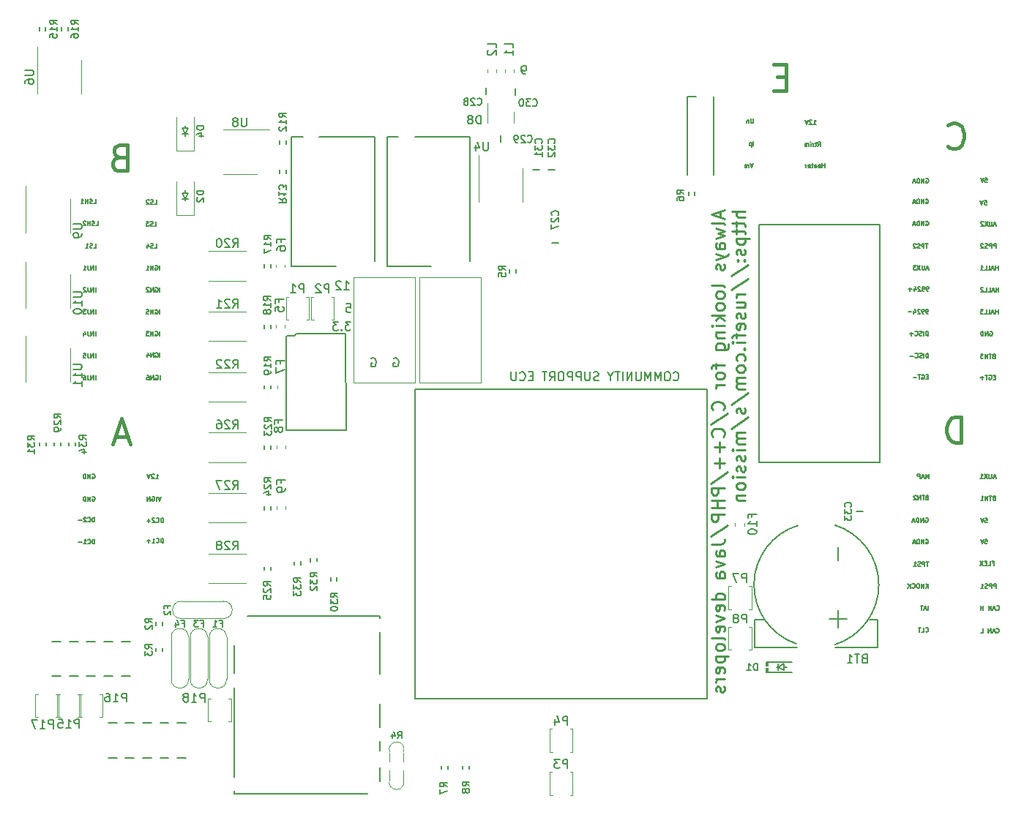
<source format=gbo>
G04 #@! TF.GenerationSoftware,KiCad,Pcbnew,8.0.5-8.0.5-0~ubuntu22.04.1*
G04 #@! TF.CreationDate,2024-10-08T11:15:23+00:00*
G04 #@! TF.ProjectId,uefi2,75656669-322e-46b6-9963-61645f706362,C*
G04 #@! TF.SameCoordinates,Original*
G04 #@! TF.FileFunction,Legend,Bot*
G04 #@! TF.FilePolarity,Positive*
%FSLAX46Y46*%
G04 Gerber Fmt 4.6, Leading zero omitted, Abs format (unit mm)*
G04 Created by KiCad (PCBNEW 8.0.5-8.0.5-0~ubuntu22.04.1) date 2024-10-08 11:15:23*
%MOMM*%
%LPD*%
G01*
G04 APERTURE LIST*
%ADD10C,0.127000*%
%ADD11C,0.150000*%
%ADD12C,0.450000*%
%ADD13C,0.250000*%
%ADD14C,0.170000*%
%ADD15C,0.120000*%
%ADD16C,0.200000*%
%ADD17C,0.099060*%
%ADD18C,0.150012*%
%ADD19C,0.203200*%
G04 APERTURE END LIST*
D10*
X112108047Y54820004D02*
X112156428Y54844194D01*
X112156428Y54844194D02*
X112228999Y54844194D01*
X112228999Y54844194D02*
X112301571Y54820004D01*
X112301571Y54820004D02*
X112349952Y54771623D01*
X112349952Y54771623D02*
X112374142Y54723242D01*
X112374142Y54723242D02*
X112398333Y54626480D01*
X112398333Y54626480D02*
X112398333Y54553908D01*
X112398333Y54553908D02*
X112374142Y54457146D01*
X112374142Y54457146D02*
X112349952Y54408765D01*
X112349952Y54408765D02*
X112301571Y54360384D01*
X112301571Y54360384D02*
X112228999Y54336194D01*
X112228999Y54336194D02*
X112180618Y54336194D01*
X112180618Y54336194D02*
X112108047Y54360384D01*
X112108047Y54360384D02*
X112083856Y54384575D01*
X112083856Y54384575D02*
X112083856Y54553908D01*
X112083856Y54553908D02*
X112180618Y54553908D01*
X111866142Y54336194D02*
X111866142Y54844194D01*
X111866142Y54844194D02*
X111575856Y54336194D01*
X111575856Y54336194D02*
X111575856Y54844194D01*
X111333952Y54336194D02*
X111333952Y54844194D01*
X111333952Y54844194D02*
X111213000Y54844194D01*
X111213000Y54844194D02*
X111140428Y54820004D01*
X111140428Y54820004D02*
X111092047Y54771623D01*
X111092047Y54771623D02*
X111067857Y54723242D01*
X111067857Y54723242D02*
X111043666Y54626480D01*
X111043666Y54626480D02*
X111043666Y54553908D01*
X111043666Y54553908D02*
X111067857Y54457146D01*
X111067857Y54457146D02*
X111092047Y54408765D01*
X111092047Y54408765D02*
X111140428Y54360384D01*
X111140428Y54360384D02*
X111213000Y54336194D01*
X111213000Y54336194D02*
X111333952Y54336194D01*
X113067199Y56850794D02*
X113067199Y57358794D01*
X113067199Y57116889D02*
X112776913Y57116889D01*
X112776913Y56850794D02*
X112776913Y57358794D01*
X112559200Y56995937D02*
X112317295Y56995937D01*
X112607581Y56850794D02*
X112438247Y57358794D01*
X112438247Y57358794D02*
X112268914Y56850794D01*
X111857675Y56850794D02*
X112099580Y56850794D01*
X112099580Y56850794D02*
X112099580Y57358794D01*
X111446437Y56850794D02*
X111688342Y56850794D01*
X111688342Y56850794D02*
X111688342Y57358794D01*
X111325485Y57358794D02*
X111011009Y57358794D01*
X111011009Y57358794D02*
X111180342Y57165270D01*
X111180342Y57165270D02*
X111107771Y57165270D01*
X111107771Y57165270D02*
X111059390Y57141080D01*
X111059390Y57141080D02*
X111035199Y57116889D01*
X111035199Y57116889D02*
X111011009Y57068508D01*
X111011009Y57068508D02*
X111011009Y56947556D01*
X111011009Y56947556D02*
X111035199Y56899175D01*
X111035199Y56899175D02*
X111059390Y56874984D01*
X111059390Y56874984D02*
X111107771Y56850794D01*
X111107771Y56850794D02*
X111252914Y56850794D01*
X111252914Y56850794D02*
X111301295Y56874984D01*
X111301295Y56874984D02*
X111325485Y56899175D01*
X16475428Y32746194D02*
X16475428Y33254194D01*
X16475428Y33254194D02*
X16354476Y33254194D01*
X16354476Y33254194D02*
X16281904Y33230004D01*
X16281904Y33230004D02*
X16233523Y33181623D01*
X16233523Y33181623D02*
X16209333Y33133242D01*
X16209333Y33133242D02*
X16185142Y33036480D01*
X16185142Y33036480D02*
X16185142Y32963908D01*
X16185142Y32963908D02*
X16209333Y32867146D01*
X16209333Y32867146D02*
X16233523Y32818765D01*
X16233523Y32818765D02*
X16281904Y32770384D01*
X16281904Y32770384D02*
X16354476Y32746194D01*
X16354476Y32746194D02*
X16475428Y32746194D01*
X15677142Y32794575D02*
X15701333Y32770384D01*
X15701333Y32770384D02*
X15773904Y32746194D01*
X15773904Y32746194D02*
X15822285Y32746194D01*
X15822285Y32746194D02*
X15894857Y32770384D01*
X15894857Y32770384D02*
X15943238Y32818765D01*
X15943238Y32818765D02*
X15967428Y32867146D01*
X15967428Y32867146D02*
X15991619Y32963908D01*
X15991619Y32963908D02*
X15991619Y33036480D01*
X15991619Y33036480D02*
X15967428Y33133242D01*
X15967428Y33133242D02*
X15943238Y33181623D01*
X15943238Y33181623D02*
X15894857Y33230004D01*
X15894857Y33230004D02*
X15822285Y33254194D01*
X15822285Y33254194D02*
X15773904Y33254194D01*
X15773904Y33254194D02*
X15701333Y33230004D01*
X15701333Y33230004D02*
X15677142Y33205813D01*
X15483619Y33205813D02*
X15459428Y33230004D01*
X15459428Y33230004D02*
X15411047Y33254194D01*
X15411047Y33254194D02*
X15290095Y33254194D01*
X15290095Y33254194D02*
X15241714Y33230004D01*
X15241714Y33230004D02*
X15217523Y33205813D01*
X15217523Y33205813D02*
X15193333Y33157432D01*
X15193333Y33157432D02*
X15193333Y33109051D01*
X15193333Y33109051D02*
X15217523Y33036480D01*
X15217523Y33036480D02*
X15507809Y32746194D01*
X15507809Y32746194D02*
X15193333Y32746194D01*
X14975618Y32939718D02*
X14588571Y32939718D01*
X14782094Y32746194D02*
X14782094Y33133242D01*
X8664323Y59441594D02*
X8664323Y59949594D01*
X8422418Y59441594D02*
X8422418Y59949594D01*
X8422418Y59949594D02*
X8132132Y59441594D01*
X8132132Y59441594D02*
X8132132Y59949594D01*
X7745085Y59949594D02*
X7745085Y59586737D01*
X7745085Y59586737D02*
X7769276Y59514165D01*
X7769276Y59514165D02*
X7817657Y59465784D01*
X7817657Y59465784D02*
X7890228Y59441594D01*
X7890228Y59441594D02*
X7938609Y59441594D01*
X7527371Y59901213D02*
X7503180Y59925404D01*
X7503180Y59925404D02*
X7454799Y59949594D01*
X7454799Y59949594D02*
X7333847Y59949594D01*
X7333847Y59949594D02*
X7285466Y59925404D01*
X7285466Y59925404D02*
X7261275Y59901213D01*
X7261275Y59901213D02*
X7237085Y59852832D01*
X7237085Y59852832D02*
X7237085Y59804451D01*
X7237085Y59804451D02*
X7261275Y59731880D01*
X7261275Y59731880D02*
X7551561Y59441594D01*
X7551561Y59441594D02*
X7237085Y59441594D01*
X104962980Y54361594D02*
X104962980Y54869594D01*
X104962980Y54869594D02*
X104842028Y54869594D01*
X104842028Y54869594D02*
X104769456Y54845404D01*
X104769456Y54845404D02*
X104721075Y54797023D01*
X104721075Y54797023D02*
X104696885Y54748642D01*
X104696885Y54748642D02*
X104672694Y54651880D01*
X104672694Y54651880D02*
X104672694Y54579308D01*
X104672694Y54579308D02*
X104696885Y54482546D01*
X104696885Y54482546D02*
X104721075Y54434165D01*
X104721075Y54434165D02*
X104769456Y54385784D01*
X104769456Y54385784D02*
X104842028Y54361594D01*
X104842028Y54361594D02*
X104962980Y54361594D01*
X104454980Y54361594D02*
X104454980Y54869594D01*
X104237266Y54385784D02*
X104164694Y54361594D01*
X104164694Y54361594D02*
X104043742Y54361594D01*
X104043742Y54361594D02*
X103995361Y54385784D01*
X103995361Y54385784D02*
X103971170Y54409975D01*
X103971170Y54409975D02*
X103946980Y54458356D01*
X103946980Y54458356D02*
X103946980Y54506737D01*
X103946980Y54506737D02*
X103971170Y54555118D01*
X103971170Y54555118D02*
X103995361Y54579308D01*
X103995361Y54579308D02*
X104043742Y54603499D01*
X104043742Y54603499D02*
X104140504Y54627689D01*
X104140504Y54627689D02*
X104188885Y54651880D01*
X104188885Y54651880D02*
X104213075Y54676070D01*
X104213075Y54676070D02*
X104237266Y54724451D01*
X104237266Y54724451D02*
X104237266Y54772832D01*
X104237266Y54772832D02*
X104213075Y54821213D01*
X104213075Y54821213D02*
X104188885Y54845404D01*
X104188885Y54845404D02*
X104140504Y54869594D01*
X104140504Y54869594D02*
X104019551Y54869594D01*
X104019551Y54869594D02*
X103946980Y54845404D01*
X103438979Y54409975D02*
X103463170Y54385784D01*
X103463170Y54385784D02*
X103535741Y54361594D01*
X103535741Y54361594D02*
X103584122Y54361594D01*
X103584122Y54361594D02*
X103656694Y54385784D01*
X103656694Y54385784D02*
X103705075Y54434165D01*
X103705075Y54434165D02*
X103729265Y54482546D01*
X103729265Y54482546D02*
X103753456Y54579308D01*
X103753456Y54579308D02*
X103753456Y54651880D01*
X103753456Y54651880D02*
X103729265Y54748642D01*
X103729265Y54748642D02*
X103705075Y54797023D01*
X103705075Y54797023D02*
X103656694Y54845404D01*
X103656694Y54845404D02*
X103584122Y54869594D01*
X103584122Y54869594D02*
X103535741Y54869594D01*
X103535741Y54869594D02*
X103463170Y54845404D01*
X103463170Y54845404D02*
X103438979Y54821213D01*
X103221265Y54555118D02*
X102834218Y54555118D01*
X103027741Y54361594D02*
X103027741Y54748642D01*
X104706561Y67570804D02*
X104754942Y67594994D01*
X104754942Y67594994D02*
X104827513Y67594994D01*
X104827513Y67594994D02*
X104900085Y67570804D01*
X104900085Y67570804D02*
X104948466Y67522423D01*
X104948466Y67522423D02*
X104972656Y67474042D01*
X104972656Y67474042D02*
X104996847Y67377280D01*
X104996847Y67377280D02*
X104996847Y67304708D01*
X104996847Y67304708D02*
X104972656Y67207946D01*
X104972656Y67207946D02*
X104948466Y67159565D01*
X104948466Y67159565D02*
X104900085Y67111184D01*
X104900085Y67111184D02*
X104827513Y67086994D01*
X104827513Y67086994D02*
X104779132Y67086994D01*
X104779132Y67086994D02*
X104706561Y67111184D01*
X104706561Y67111184D02*
X104682370Y67135375D01*
X104682370Y67135375D02*
X104682370Y67304708D01*
X104682370Y67304708D02*
X104779132Y67304708D01*
X104464656Y67086994D02*
X104464656Y67594994D01*
X104464656Y67594994D02*
X104174370Y67086994D01*
X104174370Y67086994D02*
X104174370Y67594994D01*
X103932466Y67086994D02*
X103932466Y67594994D01*
X103932466Y67594994D02*
X103811514Y67594994D01*
X103811514Y67594994D02*
X103738942Y67570804D01*
X103738942Y67570804D02*
X103690561Y67522423D01*
X103690561Y67522423D02*
X103666371Y67474042D01*
X103666371Y67474042D02*
X103642180Y67377280D01*
X103642180Y67377280D02*
X103642180Y67304708D01*
X103642180Y67304708D02*
X103666371Y67207946D01*
X103666371Y67207946D02*
X103690561Y67159565D01*
X103690561Y67159565D02*
X103738942Y67111184D01*
X103738942Y67111184D02*
X103811514Y67086994D01*
X103811514Y67086994D02*
X103932466Y67086994D01*
X103448657Y67232137D02*
X103206752Y67232137D01*
X103497038Y67086994D02*
X103327704Y67594994D01*
X103327704Y67594994D02*
X103158371Y67086994D01*
X111512961Y72598794D02*
X111754866Y72598794D01*
X111754866Y72598794D02*
X111779057Y72356889D01*
X111779057Y72356889D02*
X111754866Y72381080D01*
X111754866Y72381080D02*
X111706485Y72405270D01*
X111706485Y72405270D02*
X111585533Y72405270D01*
X111585533Y72405270D02*
X111537152Y72381080D01*
X111537152Y72381080D02*
X111512961Y72356889D01*
X111512961Y72356889D02*
X111488771Y72308508D01*
X111488771Y72308508D02*
X111488771Y72187556D01*
X111488771Y72187556D02*
X111512961Y72139175D01*
X111512961Y72139175D02*
X111537152Y72114984D01*
X111537152Y72114984D02*
X111585533Y72090794D01*
X111585533Y72090794D02*
X111706485Y72090794D01*
X111706485Y72090794D02*
X111754866Y72114984D01*
X111754866Y72114984D02*
X111779057Y72139175D01*
X111343628Y72598794D02*
X111174294Y72090794D01*
X111174294Y72090794D02*
X111004961Y72598794D01*
X104988380Y51796194D02*
X104988380Y52304194D01*
X104988380Y52304194D02*
X104867428Y52304194D01*
X104867428Y52304194D02*
X104794856Y52280004D01*
X104794856Y52280004D02*
X104746475Y52231623D01*
X104746475Y52231623D02*
X104722285Y52183242D01*
X104722285Y52183242D02*
X104698094Y52086480D01*
X104698094Y52086480D02*
X104698094Y52013908D01*
X104698094Y52013908D02*
X104722285Y51917146D01*
X104722285Y51917146D02*
X104746475Y51868765D01*
X104746475Y51868765D02*
X104794856Y51820384D01*
X104794856Y51820384D02*
X104867428Y51796194D01*
X104867428Y51796194D02*
X104988380Y51796194D01*
X104480380Y51796194D02*
X104480380Y52304194D01*
X104262666Y51820384D02*
X104190094Y51796194D01*
X104190094Y51796194D02*
X104069142Y51796194D01*
X104069142Y51796194D02*
X104020761Y51820384D01*
X104020761Y51820384D02*
X103996570Y51844575D01*
X103996570Y51844575D02*
X103972380Y51892956D01*
X103972380Y51892956D02*
X103972380Y51941337D01*
X103972380Y51941337D02*
X103996570Y51989718D01*
X103996570Y51989718D02*
X104020761Y52013908D01*
X104020761Y52013908D02*
X104069142Y52038099D01*
X104069142Y52038099D02*
X104165904Y52062289D01*
X104165904Y52062289D02*
X104214285Y52086480D01*
X104214285Y52086480D02*
X104238475Y52110670D01*
X104238475Y52110670D02*
X104262666Y52159051D01*
X104262666Y52159051D02*
X104262666Y52207432D01*
X104262666Y52207432D02*
X104238475Y52255813D01*
X104238475Y52255813D02*
X104214285Y52280004D01*
X104214285Y52280004D02*
X104165904Y52304194D01*
X104165904Y52304194D02*
X104044951Y52304194D01*
X104044951Y52304194D02*
X103972380Y52280004D01*
X103464379Y51844575D02*
X103488570Y51820384D01*
X103488570Y51820384D02*
X103561141Y51796194D01*
X103561141Y51796194D02*
X103609522Y51796194D01*
X103609522Y51796194D02*
X103682094Y51820384D01*
X103682094Y51820384D02*
X103730475Y51868765D01*
X103730475Y51868765D02*
X103754665Y51917146D01*
X103754665Y51917146D02*
X103778856Y52013908D01*
X103778856Y52013908D02*
X103778856Y52086480D01*
X103778856Y52086480D02*
X103754665Y52183242D01*
X103754665Y52183242D02*
X103730475Y52231623D01*
X103730475Y52231623D02*
X103682094Y52280004D01*
X103682094Y52280004D02*
X103609522Y52304194D01*
X103609522Y52304194D02*
X103561141Y52304194D01*
X103561141Y52304194D02*
X103488570Y52280004D01*
X103488570Y52280004D02*
X103464379Y52255813D01*
X103246665Y51989718D02*
X102859618Y51989718D01*
D11*
X38147618Y55945181D02*
X37528571Y55945181D01*
X37528571Y55945181D02*
X37861904Y55564229D01*
X37861904Y55564229D02*
X37719047Y55564229D01*
X37719047Y55564229D02*
X37623809Y55516610D01*
X37623809Y55516610D02*
X37576190Y55468991D01*
X37576190Y55468991D02*
X37528571Y55373753D01*
X37528571Y55373753D02*
X37528571Y55135658D01*
X37528571Y55135658D02*
X37576190Y55040420D01*
X37576190Y55040420D02*
X37623809Y54992800D01*
X37623809Y54992800D02*
X37719047Y54945181D01*
X37719047Y54945181D02*
X38004761Y54945181D01*
X38004761Y54945181D02*
X38099999Y54992800D01*
X38099999Y54992800D02*
X38147618Y55040420D01*
X37099999Y55040420D02*
X37052380Y54992800D01*
X37052380Y54992800D02*
X37099999Y54945181D01*
X37099999Y54945181D02*
X37147618Y54992800D01*
X37147618Y54992800D02*
X37099999Y55040420D01*
X37099999Y55040420D02*
X37099999Y54945181D01*
X36719047Y55945181D02*
X36100000Y55945181D01*
X36100000Y55945181D02*
X36433333Y55564229D01*
X36433333Y55564229D02*
X36290476Y55564229D01*
X36290476Y55564229D02*
X36195238Y55516610D01*
X36195238Y55516610D02*
X36147619Y55468991D01*
X36147619Y55468991D02*
X36100000Y55373753D01*
X36100000Y55373753D02*
X36100000Y55135658D01*
X36100000Y55135658D02*
X36147619Y55040420D01*
X36147619Y55040420D02*
X36195238Y54992800D01*
X36195238Y54992800D02*
X36290476Y54945181D01*
X36290476Y54945181D02*
X36576190Y54945181D01*
X36576190Y54945181D02*
X36671428Y54992800D01*
X36671428Y54992800D02*
X36719047Y55040420D01*
D10*
X8273647Y38284604D02*
X8322028Y38308794D01*
X8322028Y38308794D02*
X8394599Y38308794D01*
X8394599Y38308794D02*
X8467171Y38284604D01*
X8467171Y38284604D02*
X8515552Y38236223D01*
X8515552Y38236223D02*
X8539742Y38187842D01*
X8539742Y38187842D02*
X8563933Y38091080D01*
X8563933Y38091080D02*
X8563933Y38018508D01*
X8563933Y38018508D02*
X8539742Y37921746D01*
X8539742Y37921746D02*
X8515552Y37873365D01*
X8515552Y37873365D02*
X8467171Y37824984D01*
X8467171Y37824984D02*
X8394599Y37800794D01*
X8394599Y37800794D02*
X8346218Y37800794D01*
X8346218Y37800794D02*
X8273647Y37824984D01*
X8273647Y37824984D02*
X8249456Y37849175D01*
X8249456Y37849175D02*
X8249456Y38018508D01*
X8249456Y38018508D02*
X8346218Y38018508D01*
X8031742Y37800794D02*
X8031742Y38308794D01*
X8031742Y38308794D02*
X7741456Y37800794D01*
X7741456Y37800794D02*
X7741456Y38308794D01*
X7499552Y37800794D02*
X7499552Y38308794D01*
X7499552Y38308794D02*
X7378600Y38308794D01*
X7378600Y38308794D02*
X7306028Y38284604D01*
X7306028Y38284604D02*
X7257647Y38236223D01*
X7257647Y38236223D02*
X7233457Y38187842D01*
X7233457Y38187842D02*
X7209266Y38091080D01*
X7209266Y38091080D02*
X7209266Y38018508D01*
X7209266Y38018508D02*
X7233457Y37921746D01*
X7233457Y37921746D02*
X7257647Y37873365D01*
X7257647Y37873365D02*
X7306028Y37824984D01*
X7306028Y37824984D02*
X7378600Y37800794D01*
X7378600Y37800794D02*
X7499552Y37800794D01*
X15452171Y64496194D02*
X15694076Y64496194D01*
X15694076Y64496194D02*
X15694076Y65004194D01*
X15307029Y64520384D02*
X15234457Y64496194D01*
X15234457Y64496194D02*
X15113505Y64496194D01*
X15113505Y64496194D02*
X15065124Y64520384D01*
X15065124Y64520384D02*
X15040933Y64544575D01*
X15040933Y64544575D02*
X15016743Y64592956D01*
X15016743Y64592956D02*
X15016743Y64641337D01*
X15016743Y64641337D02*
X15040933Y64689718D01*
X15040933Y64689718D02*
X15065124Y64713908D01*
X15065124Y64713908D02*
X15113505Y64738099D01*
X15113505Y64738099D02*
X15210267Y64762289D01*
X15210267Y64762289D02*
X15258648Y64786480D01*
X15258648Y64786480D02*
X15282838Y64810670D01*
X15282838Y64810670D02*
X15307029Y64859051D01*
X15307029Y64859051D02*
X15307029Y64907432D01*
X15307029Y64907432D02*
X15282838Y64955813D01*
X15282838Y64955813D02*
X15258648Y64980004D01*
X15258648Y64980004D02*
X15210267Y65004194D01*
X15210267Y65004194D02*
X15089314Y65004194D01*
X15089314Y65004194D02*
X15016743Y64980004D01*
X14581314Y64834861D02*
X14581314Y64496194D01*
X14702266Y65028384D02*
X14823219Y64665527D01*
X14823219Y64665527D02*
X14508742Y64665527D01*
X112564838Y35577689D02*
X112492266Y35553499D01*
X112492266Y35553499D02*
X112468076Y35529308D01*
X112468076Y35529308D02*
X112443885Y35480927D01*
X112443885Y35480927D02*
X112443885Y35408356D01*
X112443885Y35408356D02*
X112468076Y35359975D01*
X112468076Y35359975D02*
X112492266Y35335784D01*
X112492266Y35335784D02*
X112540647Y35311594D01*
X112540647Y35311594D02*
X112734171Y35311594D01*
X112734171Y35311594D02*
X112734171Y35819594D01*
X112734171Y35819594D02*
X112564838Y35819594D01*
X112564838Y35819594D02*
X112516457Y35795404D01*
X112516457Y35795404D02*
X112492266Y35771213D01*
X112492266Y35771213D02*
X112468076Y35722832D01*
X112468076Y35722832D02*
X112468076Y35674451D01*
X112468076Y35674451D02*
X112492266Y35626070D01*
X112492266Y35626070D02*
X112516457Y35601880D01*
X112516457Y35601880D02*
X112564838Y35577689D01*
X112564838Y35577689D02*
X112734171Y35577689D01*
X112298743Y35819594D02*
X112008457Y35819594D01*
X112153600Y35311594D02*
X112153600Y35819594D01*
X111839123Y35311594D02*
X111839123Y35819594D01*
X111839123Y35819594D02*
X111548837Y35311594D01*
X111548837Y35311594D02*
X111548837Y35819594D01*
X111040838Y35311594D02*
X111331124Y35311594D01*
X111185981Y35311594D02*
X111185981Y35819594D01*
X111185981Y35819594D02*
X111234362Y35747023D01*
X111234362Y35747023D02*
X111282743Y35698642D01*
X111282743Y35698642D02*
X111331124Y35674451D01*
X8273647Y35693804D02*
X8322028Y35717994D01*
X8322028Y35717994D02*
X8394599Y35717994D01*
X8394599Y35717994D02*
X8467171Y35693804D01*
X8467171Y35693804D02*
X8515552Y35645423D01*
X8515552Y35645423D02*
X8539742Y35597042D01*
X8539742Y35597042D02*
X8563933Y35500280D01*
X8563933Y35500280D02*
X8563933Y35427708D01*
X8563933Y35427708D02*
X8539742Y35330946D01*
X8539742Y35330946D02*
X8515552Y35282565D01*
X8515552Y35282565D02*
X8467171Y35234184D01*
X8467171Y35234184D02*
X8394599Y35209994D01*
X8394599Y35209994D02*
X8346218Y35209994D01*
X8346218Y35209994D02*
X8273647Y35234184D01*
X8273647Y35234184D02*
X8249456Y35258375D01*
X8249456Y35258375D02*
X8249456Y35427708D01*
X8249456Y35427708D02*
X8346218Y35427708D01*
X8031742Y35209994D02*
X8031742Y35717994D01*
X8031742Y35717994D02*
X7741456Y35209994D01*
X7741456Y35209994D02*
X7741456Y35717994D01*
X7499552Y35209994D02*
X7499552Y35717994D01*
X7499552Y35717994D02*
X7378600Y35717994D01*
X7378600Y35717994D02*
X7306028Y35693804D01*
X7306028Y35693804D02*
X7257647Y35645423D01*
X7257647Y35645423D02*
X7233457Y35597042D01*
X7233457Y35597042D02*
X7209266Y35500280D01*
X7209266Y35500280D02*
X7209266Y35427708D01*
X7209266Y35427708D02*
X7233457Y35330946D01*
X7233457Y35330946D02*
X7257647Y35282565D01*
X7257647Y35282565D02*
X7306028Y35234184D01*
X7306028Y35234184D02*
X7378600Y35209994D01*
X7378600Y35209994D02*
X7499552Y35209994D01*
X104933953Y56901594D02*
X104837191Y56901594D01*
X104837191Y56901594D02*
X104788810Y56925784D01*
X104788810Y56925784D02*
X104764619Y56949975D01*
X104764619Y56949975D02*
X104716238Y57022546D01*
X104716238Y57022546D02*
X104692048Y57119308D01*
X104692048Y57119308D02*
X104692048Y57312832D01*
X104692048Y57312832D02*
X104716238Y57361213D01*
X104716238Y57361213D02*
X104740429Y57385404D01*
X104740429Y57385404D02*
X104788810Y57409594D01*
X104788810Y57409594D02*
X104885572Y57409594D01*
X104885572Y57409594D02*
X104933953Y57385404D01*
X104933953Y57385404D02*
X104958143Y57361213D01*
X104958143Y57361213D02*
X104982334Y57312832D01*
X104982334Y57312832D02*
X104982334Y57191880D01*
X104982334Y57191880D02*
X104958143Y57143499D01*
X104958143Y57143499D02*
X104933953Y57119308D01*
X104933953Y57119308D02*
X104885572Y57095118D01*
X104885572Y57095118D02*
X104788810Y57095118D01*
X104788810Y57095118D02*
X104740429Y57119308D01*
X104740429Y57119308D02*
X104716238Y57143499D01*
X104716238Y57143499D02*
X104692048Y57191880D01*
X104450143Y56901594D02*
X104353381Y56901594D01*
X104353381Y56901594D02*
X104305000Y56925784D01*
X104305000Y56925784D02*
X104280809Y56949975D01*
X104280809Y56949975D02*
X104232428Y57022546D01*
X104232428Y57022546D02*
X104208238Y57119308D01*
X104208238Y57119308D02*
X104208238Y57312832D01*
X104208238Y57312832D02*
X104232428Y57361213D01*
X104232428Y57361213D02*
X104256619Y57385404D01*
X104256619Y57385404D02*
X104305000Y57409594D01*
X104305000Y57409594D02*
X104401762Y57409594D01*
X104401762Y57409594D02*
X104450143Y57385404D01*
X104450143Y57385404D02*
X104474333Y57361213D01*
X104474333Y57361213D02*
X104498524Y57312832D01*
X104498524Y57312832D02*
X104498524Y57191880D01*
X104498524Y57191880D02*
X104474333Y57143499D01*
X104474333Y57143499D02*
X104450143Y57119308D01*
X104450143Y57119308D02*
X104401762Y57095118D01*
X104401762Y57095118D02*
X104305000Y57095118D01*
X104305000Y57095118D02*
X104256619Y57119308D01*
X104256619Y57119308D02*
X104232428Y57143499D01*
X104232428Y57143499D02*
X104208238Y57191880D01*
X104014714Y57361213D02*
X103990523Y57385404D01*
X103990523Y57385404D02*
X103942142Y57409594D01*
X103942142Y57409594D02*
X103821190Y57409594D01*
X103821190Y57409594D02*
X103772809Y57385404D01*
X103772809Y57385404D02*
X103748618Y57361213D01*
X103748618Y57361213D02*
X103724428Y57312832D01*
X103724428Y57312832D02*
X103724428Y57264451D01*
X103724428Y57264451D02*
X103748618Y57191880D01*
X103748618Y57191880D02*
X104038904Y56901594D01*
X104038904Y56901594D02*
X103724428Y56901594D01*
X103288999Y57240261D02*
X103288999Y56901594D01*
X103409951Y57433784D02*
X103530904Y57070927D01*
X103530904Y57070927D02*
X103216427Y57070927D01*
X103022903Y57095118D02*
X102635856Y57095118D01*
X113067199Y61930794D02*
X113067199Y62438794D01*
X113067199Y62196889D02*
X112776913Y62196889D01*
X112776913Y61930794D02*
X112776913Y62438794D01*
X112559200Y62075937D02*
X112317295Y62075937D01*
X112607581Y61930794D02*
X112438247Y62438794D01*
X112438247Y62438794D02*
X112268914Y61930794D01*
X111857675Y61930794D02*
X112099580Y61930794D01*
X112099580Y61930794D02*
X112099580Y62438794D01*
X111446437Y61930794D02*
X111688342Y61930794D01*
X111688342Y61930794D02*
X111688342Y62438794D01*
X111011009Y61930794D02*
X111301295Y61930794D01*
X111156152Y61930794D02*
X111156152Y62438794D01*
X111156152Y62438794D02*
X111204533Y62366223D01*
X111204533Y62366223D02*
X111252914Y62317842D01*
X111252914Y62317842D02*
X111301295Y62293651D01*
D12*
X11355314Y74989972D02*
X10926742Y74847115D01*
X10926742Y74847115D02*
X10783885Y74704258D01*
X10783885Y74704258D02*
X10641028Y74418543D01*
X10641028Y74418543D02*
X10641028Y73989972D01*
X10641028Y73989972D02*
X10783885Y73704258D01*
X10783885Y73704258D02*
X10926742Y73561400D01*
X10926742Y73561400D02*
X11212457Y73418543D01*
X11212457Y73418543D02*
X12355314Y73418543D01*
X12355314Y73418543D02*
X12355314Y76418543D01*
X12355314Y76418543D02*
X11355314Y76418543D01*
X11355314Y76418543D02*
X11069600Y76275686D01*
X11069600Y76275686D02*
X10926742Y76132829D01*
X10926742Y76132829D02*
X10783885Y75847115D01*
X10783885Y75847115D02*
X10783885Y75561400D01*
X10783885Y75561400D02*
X10926742Y75275686D01*
X10926742Y75275686D02*
X11069600Y75132829D01*
X11069600Y75132829D02*
X11355314Y74989972D01*
X11355314Y74989972D02*
X12355314Y74989972D01*
D10*
X92997161Y73767194D02*
X92997161Y74275194D01*
X92997161Y74033289D02*
X92706875Y74033289D01*
X92706875Y73767194D02*
X92706875Y74275194D01*
X92271447Y73791384D02*
X92319828Y73767194D01*
X92319828Y73767194D02*
X92416590Y73767194D01*
X92416590Y73767194D02*
X92464971Y73791384D01*
X92464971Y73791384D02*
X92489162Y73839765D01*
X92489162Y73839765D02*
X92489162Y74033289D01*
X92489162Y74033289D02*
X92464971Y74081670D01*
X92464971Y74081670D02*
X92416590Y74105861D01*
X92416590Y74105861D02*
X92319828Y74105861D01*
X92319828Y74105861D02*
X92271447Y74081670D01*
X92271447Y74081670D02*
X92247257Y74033289D01*
X92247257Y74033289D02*
X92247257Y73984908D01*
X92247257Y73984908D02*
X92489162Y73936527D01*
X91811828Y73767194D02*
X91811828Y74033289D01*
X91811828Y74033289D02*
X91836018Y74081670D01*
X91836018Y74081670D02*
X91884399Y74105861D01*
X91884399Y74105861D02*
X91981161Y74105861D01*
X91981161Y74105861D02*
X92029542Y74081670D01*
X91811828Y73791384D02*
X91860209Y73767194D01*
X91860209Y73767194D02*
X91981161Y73767194D01*
X91981161Y73767194D02*
X92029542Y73791384D01*
X92029542Y73791384D02*
X92053733Y73839765D01*
X92053733Y73839765D02*
X92053733Y73888146D01*
X92053733Y73888146D02*
X92029542Y73936527D01*
X92029542Y73936527D02*
X91981161Y73960718D01*
X91981161Y73960718D02*
X91860209Y73960718D01*
X91860209Y73960718D02*
X91811828Y73984908D01*
X91642495Y74105861D02*
X91448971Y74105861D01*
X91569923Y74275194D02*
X91569923Y73839765D01*
X91569923Y73839765D02*
X91545733Y73791384D01*
X91545733Y73791384D02*
X91497352Y73767194D01*
X91497352Y73767194D02*
X91448971Y73767194D01*
X91086113Y73791384D02*
X91134494Y73767194D01*
X91134494Y73767194D02*
X91231256Y73767194D01*
X91231256Y73767194D02*
X91279637Y73791384D01*
X91279637Y73791384D02*
X91303828Y73839765D01*
X91303828Y73839765D02*
X91303828Y74033289D01*
X91303828Y74033289D02*
X91279637Y74081670D01*
X91279637Y74081670D02*
X91231256Y74105861D01*
X91231256Y74105861D02*
X91134494Y74105861D01*
X91134494Y74105861D02*
X91086113Y74081670D01*
X91086113Y74081670D02*
X91061923Y74033289D01*
X91061923Y74033289D02*
X91061923Y73984908D01*
X91061923Y73984908D02*
X91303828Y73936527D01*
X90844208Y73767194D02*
X90844208Y74105861D01*
X90844208Y74009099D02*
X90820018Y74057480D01*
X90820018Y74057480D02*
X90795827Y74081670D01*
X90795827Y74081670D02*
X90747446Y74105861D01*
X90747446Y74105861D02*
X90699065Y74105861D01*
X15426771Y67036194D02*
X15668676Y67036194D01*
X15668676Y67036194D02*
X15668676Y67544194D01*
X15281629Y67060384D02*
X15209057Y67036194D01*
X15209057Y67036194D02*
X15088105Y67036194D01*
X15088105Y67036194D02*
X15039724Y67060384D01*
X15039724Y67060384D02*
X15015533Y67084575D01*
X15015533Y67084575D02*
X14991343Y67132956D01*
X14991343Y67132956D02*
X14991343Y67181337D01*
X14991343Y67181337D02*
X15015533Y67229718D01*
X15015533Y67229718D02*
X15039724Y67253908D01*
X15039724Y67253908D02*
X15088105Y67278099D01*
X15088105Y67278099D02*
X15184867Y67302289D01*
X15184867Y67302289D02*
X15233248Y67326480D01*
X15233248Y67326480D02*
X15257438Y67350670D01*
X15257438Y67350670D02*
X15281629Y67399051D01*
X15281629Y67399051D02*
X15281629Y67447432D01*
X15281629Y67447432D02*
X15257438Y67495813D01*
X15257438Y67495813D02*
X15233248Y67520004D01*
X15233248Y67520004D02*
X15184867Y67544194D01*
X15184867Y67544194D02*
X15063914Y67544194D01*
X15063914Y67544194D02*
X14991343Y67520004D01*
X14822009Y67544194D02*
X14507533Y67544194D01*
X14507533Y67544194D02*
X14676866Y67350670D01*
X14676866Y67350670D02*
X14604295Y67350670D01*
X14604295Y67350670D02*
X14555914Y67326480D01*
X14555914Y67326480D02*
X14531723Y67302289D01*
X14531723Y67302289D02*
X14507533Y67253908D01*
X14507533Y67253908D02*
X14507533Y67132956D01*
X14507533Y67132956D02*
X14531723Y67084575D01*
X14531723Y67084575D02*
X14555914Y67060384D01*
X14555914Y67060384D02*
X14604295Y67036194D01*
X14604295Y67036194D02*
X14749438Y67036194D01*
X14749438Y67036194D02*
X14797819Y67060384D01*
X14797819Y67060384D02*
X14822009Y67084575D01*
X111513761Y30790394D02*
X111755666Y30790394D01*
X111755666Y30790394D02*
X111779857Y30548489D01*
X111779857Y30548489D02*
X111755666Y30572680D01*
X111755666Y30572680D02*
X111707285Y30596870D01*
X111707285Y30596870D02*
X111586333Y30596870D01*
X111586333Y30596870D02*
X111537952Y30572680D01*
X111537952Y30572680D02*
X111513761Y30548489D01*
X111513761Y30548489D02*
X111489571Y30500108D01*
X111489571Y30500108D02*
X111489571Y30379156D01*
X111489571Y30379156D02*
X111513761Y30330775D01*
X111513761Y30330775D02*
X111537952Y30306584D01*
X111537952Y30306584D02*
X111586333Y30282394D01*
X111586333Y30282394D02*
X111707285Y30282394D01*
X111707285Y30282394D02*
X111755666Y30306584D01*
X111755666Y30306584D02*
X111779857Y30330775D01*
X111344428Y30790394D02*
X111175094Y30282394D01*
X111175094Y30282394D02*
X111005761Y30790394D01*
D13*
X80944899Y68749813D02*
X80944899Y68035527D01*
X81373470Y68892670D02*
X79873470Y68392670D01*
X79873470Y68392670D02*
X81373470Y67892670D01*
X81373470Y67178385D02*
X81302042Y67321242D01*
X81302042Y67321242D02*
X81159184Y67392671D01*
X81159184Y67392671D02*
X79873470Y67392671D01*
X80373470Y66749814D02*
X81373470Y66464099D01*
X81373470Y66464099D02*
X80659184Y66178385D01*
X80659184Y66178385D02*
X81373470Y65892671D01*
X81373470Y65892671D02*
X80373470Y65606957D01*
X81373470Y64392670D02*
X80587756Y64392670D01*
X80587756Y64392670D02*
X80444899Y64464099D01*
X80444899Y64464099D02*
X80373470Y64606956D01*
X80373470Y64606956D02*
X80373470Y64892670D01*
X80373470Y64892670D02*
X80444899Y65035528D01*
X81302042Y64392670D02*
X81373470Y64535528D01*
X81373470Y64535528D02*
X81373470Y64892670D01*
X81373470Y64892670D02*
X81302042Y65035528D01*
X81302042Y65035528D02*
X81159184Y65106956D01*
X81159184Y65106956D02*
X81016327Y65106956D01*
X81016327Y65106956D02*
X80873470Y65035528D01*
X80873470Y65035528D02*
X80802042Y64892670D01*
X80802042Y64892670D02*
X80802042Y64535528D01*
X80802042Y64535528D02*
X80730613Y64392670D01*
X80373470Y63821242D02*
X81373470Y63464099D01*
X80373470Y63106956D02*
X81373470Y63464099D01*
X81373470Y63464099D02*
X81730613Y63606956D01*
X81730613Y63606956D02*
X81802042Y63678385D01*
X81802042Y63678385D02*
X81873470Y63821242D01*
X81302042Y62606956D02*
X81373470Y62464099D01*
X81373470Y62464099D02*
X81373470Y62178385D01*
X81373470Y62178385D02*
X81302042Y62035528D01*
X81302042Y62035528D02*
X81159184Y61964099D01*
X81159184Y61964099D02*
X81087756Y61964099D01*
X81087756Y61964099D02*
X80944899Y62035528D01*
X80944899Y62035528D02*
X80873470Y62178385D01*
X80873470Y62178385D02*
X80873470Y62392670D01*
X80873470Y62392670D02*
X80802042Y62535528D01*
X80802042Y62535528D02*
X80659184Y62606956D01*
X80659184Y62606956D02*
X80587756Y62606956D01*
X80587756Y62606956D02*
X80444899Y62535528D01*
X80444899Y62535528D02*
X80373470Y62392670D01*
X80373470Y62392670D02*
X80373470Y62178385D01*
X80373470Y62178385D02*
X80444899Y62035528D01*
X81373470Y59964099D02*
X81302042Y60106956D01*
X81302042Y60106956D02*
X81159184Y60178385D01*
X81159184Y60178385D02*
X79873470Y60178385D01*
X81373470Y59178385D02*
X81302042Y59321242D01*
X81302042Y59321242D02*
X81230613Y59392671D01*
X81230613Y59392671D02*
X81087756Y59464099D01*
X81087756Y59464099D02*
X80659184Y59464099D01*
X80659184Y59464099D02*
X80516327Y59392671D01*
X80516327Y59392671D02*
X80444899Y59321242D01*
X80444899Y59321242D02*
X80373470Y59178385D01*
X80373470Y59178385D02*
X80373470Y58964099D01*
X80373470Y58964099D02*
X80444899Y58821242D01*
X80444899Y58821242D02*
X80516327Y58749813D01*
X80516327Y58749813D02*
X80659184Y58678385D01*
X80659184Y58678385D02*
X81087756Y58678385D01*
X81087756Y58678385D02*
X81230613Y58749813D01*
X81230613Y58749813D02*
X81302042Y58821242D01*
X81302042Y58821242D02*
X81373470Y58964099D01*
X81373470Y58964099D02*
X81373470Y59178385D01*
X81373470Y57821242D02*
X81302042Y57964099D01*
X81302042Y57964099D02*
X81230613Y58035528D01*
X81230613Y58035528D02*
X81087756Y58106956D01*
X81087756Y58106956D02*
X80659184Y58106956D01*
X80659184Y58106956D02*
X80516327Y58035528D01*
X80516327Y58035528D02*
X80444899Y57964099D01*
X80444899Y57964099D02*
X80373470Y57821242D01*
X80373470Y57821242D02*
X80373470Y57606956D01*
X80373470Y57606956D02*
X80444899Y57464099D01*
X80444899Y57464099D02*
X80516327Y57392670D01*
X80516327Y57392670D02*
X80659184Y57321242D01*
X80659184Y57321242D02*
X81087756Y57321242D01*
X81087756Y57321242D02*
X81230613Y57392670D01*
X81230613Y57392670D02*
X81302042Y57464099D01*
X81302042Y57464099D02*
X81373470Y57606956D01*
X81373470Y57606956D02*
X81373470Y57821242D01*
X81373470Y56678385D02*
X79873470Y56678385D01*
X80802042Y56535527D02*
X81373470Y56106956D01*
X80373470Y56106956D02*
X80944899Y56678385D01*
X81373470Y55464099D02*
X80373470Y55464099D01*
X79873470Y55464099D02*
X79944899Y55535527D01*
X79944899Y55535527D02*
X80016327Y55464099D01*
X80016327Y55464099D02*
X79944899Y55392670D01*
X79944899Y55392670D02*
X79873470Y55464099D01*
X79873470Y55464099D02*
X80016327Y55464099D01*
X80373470Y54749813D02*
X81373470Y54749813D01*
X80516327Y54749813D02*
X80444899Y54678384D01*
X80444899Y54678384D02*
X80373470Y54535527D01*
X80373470Y54535527D02*
X80373470Y54321241D01*
X80373470Y54321241D02*
X80444899Y54178384D01*
X80444899Y54178384D02*
X80587756Y54106955D01*
X80587756Y54106955D02*
X81373470Y54106955D01*
X80373470Y52749812D02*
X81587756Y52749812D01*
X81587756Y52749812D02*
X81730613Y52821241D01*
X81730613Y52821241D02*
X81802042Y52892670D01*
X81802042Y52892670D02*
X81873470Y53035527D01*
X81873470Y53035527D02*
X81873470Y53249812D01*
X81873470Y53249812D02*
X81802042Y53392670D01*
X81302042Y52749812D02*
X81373470Y52892670D01*
X81373470Y52892670D02*
X81373470Y53178384D01*
X81373470Y53178384D02*
X81302042Y53321241D01*
X81302042Y53321241D02*
X81230613Y53392670D01*
X81230613Y53392670D02*
X81087756Y53464098D01*
X81087756Y53464098D02*
X80659184Y53464098D01*
X80659184Y53464098D02*
X80516327Y53392670D01*
X80516327Y53392670D02*
X80444899Y53321241D01*
X80444899Y53321241D02*
X80373470Y53178384D01*
X80373470Y53178384D02*
X80373470Y52892670D01*
X80373470Y52892670D02*
X80444899Y52749812D01*
X80373470Y51106955D02*
X80373470Y50535527D01*
X81373470Y50892670D02*
X80087756Y50892670D01*
X80087756Y50892670D02*
X79944899Y50821241D01*
X79944899Y50821241D02*
X79873470Y50678384D01*
X79873470Y50678384D02*
X79873470Y50535527D01*
X81373470Y49821241D02*
X81302042Y49964098D01*
X81302042Y49964098D02*
X81230613Y50035527D01*
X81230613Y50035527D02*
X81087756Y50106955D01*
X81087756Y50106955D02*
X80659184Y50106955D01*
X80659184Y50106955D02*
X80516327Y50035527D01*
X80516327Y50035527D02*
X80444899Y49964098D01*
X80444899Y49964098D02*
X80373470Y49821241D01*
X80373470Y49821241D02*
X80373470Y49606955D01*
X80373470Y49606955D02*
X80444899Y49464098D01*
X80444899Y49464098D02*
X80516327Y49392669D01*
X80516327Y49392669D02*
X80659184Y49321241D01*
X80659184Y49321241D02*
X81087756Y49321241D01*
X81087756Y49321241D02*
X81230613Y49392669D01*
X81230613Y49392669D02*
X81302042Y49464098D01*
X81302042Y49464098D02*
X81373470Y49606955D01*
X81373470Y49606955D02*
X81373470Y49821241D01*
X81373470Y48678384D02*
X80373470Y48678384D01*
X80659184Y48678384D02*
X80516327Y48606955D01*
X80516327Y48606955D02*
X80444899Y48535526D01*
X80444899Y48535526D02*
X80373470Y48392669D01*
X80373470Y48392669D02*
X80373470Y48249812D01*
X81230613Y45749813D02*
X81302042Y45821241D01*
X81302042Y45821241D02*
X81373470Y46035527D01*
X81373470Y46035527D02*
X81373470Y46178384D01*
X81373470Y46178384D02*
X81302042Y46392670D01*
X81302042Y46392670D02*
X81159184Y46535527D01*
X81159184Y46535527D02*
X81016327Y46606956D01*
X81016327Y46606956D02*
X80730613Y46678384D01*
X80730613Y46678384D02*
X80516327Y46678384D01*
X80516327Y46678384D02*
X80230613Y46606956D01*
X80230613Y46606956D02*
X80087756Y46535527D01*
X80087756Y46535527D02*
X79944899Y46392670D01*
X79944899Y46392670D02*
X79873470Y46178384D01*
X79873470Y46178384D02*
X79873470Y46035527D01*
X79873470Y46035527D02*
X79944899Y45821241D01*
X79944899Y45821241D02*
X80016327Y45749813D01*
X79802042Y44035527D02*
X81730613Y45321241D01*
X81230613Y42678384D02*
X81302042Y42749812D01*
X81302042Y42749812D02*
X81373470Y42964098D01*
X81373470Y42964098D02*
X81373470Y43106955D01*
X81373470Y43106955D02*
X81302042Y43321241D01*
X81302042Y43321241D02*
X81159184Y43464098D01*
X81159184Y43464098D02*
X81016327Y43535527D01*
X81016327Y43535527D02*
X80730613Y43606955D01*
X80730613Y43606955D02*
X80516327Y43606955D01*
X80516327Y43606955D02*
X80230613Y43535527D01*
X80230613Y43535527D02*
X80087756Y43464098D01*
X80087756Y43464098D02*
X79944899Y43321241D01*
X79944899Y43321241D02*
X79873470Y43106955D01*
X79873470Y43106955D02*
X79873470Y42964098D01*
X79873470Y42964098D02*
X79944899Y42749812D01*
X79944899Y42749812D02*
X80016327Y42678384D01*
X80802042Y42035527D02*
X80802042Y40892669D01*
X81373470Y41464098D02*
X80230613Y41464098D01*
X80802042Y40178384D02*
X80802042Y39035526D01*
X81373470Y39606955D02*
X80230613Y39606955D01*
X79802042Y37249812D02*
X81730613Y38535526D01*
X81373470Y36749812D02*
X79873470Y36749812D01*
X79873470Y36749812D02*
X79873470Y36178383D01*
X79873470Y36178383D02*
X79944899Y36035526D01*
X79944899Y36035526D02*
X80016327Y35964097D01*
X80016327Y35964097D02*
X80159184Y35892669D01*
X80159184Y35892669D02*
X80373470Y35892669D01*
X80373470Y35892669D02*
X80516327Y35964097D01*
X80516327Y35964097D02*
X80587756Y36035526D01*
X80587756Y36035526D02*
X80659184Y36178383D01*
X80659184Y36178383D02*
X80659184Y36749812D01*
X81373470Y35249812D02*
X79873470Y35249812D01*
X80587756Y35249812D02*
X80587756Y34392669D01*
X81373470Y34392669D02*
X79873470Y34392669D01*
X81373470Y33678383D02*
X79873470Y33678383D01*
X79873470Y33678383D02*
X79873470Y33106954D01*
X79873470Y33106954D02*
X79944899Y32964097D01*
X79944899Y32964097D02*
X80016327Y32892668D01*
X80016327Y32892668D02*
X80159184Y32821240D01*
X80159184Y32821240D02*
X80373470Y32821240D01*
X80373470Y32821240D02*
X80516327Y32892668D01*
X80516327Y32892668D02*
X80587756Y32964097D01*
X80587756Y32964097D02*
X80659184Y33106954D01*
X80659184Y33106954D02*
X80659184Y33678383D01*
X79802042Y31106954D02*
X81730613Y32392668D01*
X79873470Y30178382D02*
X80944899Y30178382D01*
X80944899Y30178382D02*
X81159184Y30249811D01*
X81159184Y30249811D02*
X81302042Y30392668D01*
X81302042Y30392668D02*
X81373470Y30606954D01*
X81373470Y30606954D02*
X81373470Y30749811D01*
X81373470Y28821239D02*
X80587756Y28821239D01*
X80587756Y28821239D02*
X80444899Y28892668D01*
X80444899Y28892668D02*
X80373470Y29035525D01*
X80373470Y29035525D02*
X80373470Y29321239D01*
X80373470Y29321239D02*
X80444899Y29464097D01*
X81302042Y28821239D02*
X81373470Y28964097D01*
X81373470Y28964097D02*
X81373470Y29321239D01*
X81373470Y29321239D02*
X81302042Y29464097D01*
X81302042Y29464097D02*
X81159184Y29535525D01*
X81159184Y29535525D02*
X81016327Y29535525D01*
X81016327Y29535525D02*
X80873470Y29464097D01*
X80873470Y29464097D02*
X80802042Y29321239D01*
X80802042Y29321239D02*
X80802042Y28964097D01*
X80802042Y28964097D02*
X80730613Y28821239D01*
X80373470Y28249811D02*
X81373470Y27892668D01*
X81373470Y27892668D02*
X80373470Y27535525D01*
X81373470Y26321239D02*
X80587756Y26321239D01*
X80587756Y26321239D02*
X80444899Y26392668D01*
X80444899Y26392668D02*
X80373470Y26535525D01*
X80373470Y26535525D02*
X80373470Y26821239D01*
X80373470Y26821239D02*
X80444899Y26964097D01*
X81302042Y26321239D02*
X81373470Y26464097D01*
X81373470Y26464097D02*
X81373470Y26821239D01*
X81373470Y26821239D02*
X81302042Y26964097D01*
X81302042Y26964097D02*
X81159184Y27035525D01*
X81159184Y27035525D02*
X81016327Y27035525D01*
X81016327Y27035525D02*
X80873470Y26964097D01*
X80873470Y26964097D02*
X80802042Y26821239D01*
X80802042Y26821239D02*
X80802042Y26464097D01*
X80802042Y26464097D02*
X80730613Y26321239D01*
X81373470Y23821239D02*
X79873470Y23821239D01*
X81302042Y23821239D02*
X81373470Y23964097D01*
X81373470Y23964097D02*
X81373470Y24249811D01*
X81373470Y24249811D02*
X81302042Y24392668D01*
X81302042Y24392668D02*
X81230613Y24464097D01*
X81230613Y24464097D02*
X81087756Y24535525D01*
X81087756Y24535525D02*
X80659184Y24535525D01*
X80659184Y24535525D02*
X80516327Y24464097D01*
X80516327Y24464097D02*
X80444899Y24392668D01*
X80444899Y24392668D02*
X80373470Y24249811D01*
X80373470Y24249811D02*
X80373470Y23964097D01*
X80373470Y23964097D02*
X80444899Y23821239D01*
X81302042Y22535525D02*
X81373470Y22678382D01*
X81373470Y22678382D02*
X81373470Y22964096D01*
X81373470Y22964096D02*
X81302042Y23106954D01*
X81302042Y23106954D02*
X81159184Y23178382D01*
X81159184Y23178382D02*
X80587756Y23178382D01*
X80587756Y23178382D02*
X80444899Y23106954D01*
X80444899Y23106954D02*
X80373470Y22964096D01*
X80373470Y22964096D02*
X80373470Y22678382D01*
X80373470Y22678382D02*
X80444899Y22535525D01*
X80444899Y22535525D02*
X80587756Y22464096D01*
X80587756Y22464096D02*
X80730613Y22464096D01*
X80730613Y22464096D02*
X80873470Y23178382D01*
X80373470Y21964097D02*
X81373470Y21606954D01*
X81373470Y21606954D02*
X80373470Y21249811D01*
X81302042Y20106954D02*
X81373470Y20249811D01*
X81373470Y20249811D02*
X81373470Y20535525D01*
X81373470Y20535525D02*
X81302042Y20678383D01*
X81302042Y20678383D02*
X81159184Y20749811D01*
X81159184Y20749811D02*
X80587756Y20749811D01*
X80587756Y20749811D02*
X80444899Y20678383D01*
X80444899Y20678383D02*
X80373470Y20535525D01*
X80373470Y20535525D02*
X80373470Y20249811D01*
X80373470Y20249811D02*
X80444899Y20106954D01*
X80444899Y20106954D02*
X80587756Y20035525D01*
X80587756Y20035525D02*
X80730613Y20035525D01*
X80730613Y20035525D02*
X80873470Y20749811D01*
X81373470Y19178383D02*
X81302042Y19321240D01*
X81302042Y19321240D02*
X81159184Y19392669D01*
X81159184Y19392669D02*
X79873470Y19392669D01*
X81373470Y18392669D02*
X81302042Y18535526D01*
X81302042Y18535526D02*
X81230613Y18606955D01*
X81230613Y18606955D02*
X81087756Y18678383D01*
X81087756Y18678383D02*
X80659184Y18678383D01*
X80659184Y18678383D02*
X80516327Y18606955D01*
X80516327Y18606955D02*
X80444899Y18535526D01*
X80444899Y18535526D02*
X80373470Y18392669D01*
X80373470Y18392669D02*
X80373470Y18178383D01*
X80373470Y18178383D02*
X80444899Y18035526D01*
X80444899Y18035526D02*
X80516327Y17964097D01*
X80516327Y17964097D02*
X80659184Y17892669D01*
X80659184Y17892669D02*
X81087756Y17892669D01*
X81087756Y17892669D02*
X81230613Y17964097D01*
X81230613Y17964097D02*
X81302042Y18035526D01*
X81302042Y18035526D02*
X81373470Y18178383D01*
X81373470Y18178383D02*
X81373470Y18392669D01*
X80373470Y17249812D02*
X81873470Y17249812D01*
X80444899Y17249812D02*
X80373470Y17106954D01*
X80373470Y17106954D02*
X80373470Y16821240D01*
X80373470Y16821240D02*
X80444899Y16678383D01*
X80444899Y16678383D02*
X80516327Y16606954D01*
X80516327Y16606954D02*
X80659184Y16535526D01*
X80659184Y16535526D02*
X81087756Y16535526D01*
X81087756Y16535526D02*
X81230613Y16606954D01*
X81230613Y16606954D02*
X81302042Y16678383D01*
X81302042Y16678383D02*
X81373470Y16821240D01*
X81373470Y16821240D02*
X81373470Y17106954D01*
X81373470Y17106954D02*
X81302042Y17249812D01*
X81302042Y15321240D02*
X81373470Y15464097D01*
X81373470Y15464097D02*
X81373470Y15749811D01*
X81373470Y15749811D02*
X81302042Y15892669D01*
X81302042Y15892669D02*
X81159184Y15964097D01*
X81159184Y15964097D02*
X80587756Y15964097D01*
X80587756Y15964097D02*
X80444899Y15892669D01*
X80444899Y15892669D02*
X80373470Y15749811D01*
X80373470Y15749811D02*
X80373470Y15464097D01*
X80373470Y15464097D02*
X80444899Y15321240D01*
X80444899Y15321240D02*
X80587756Y15249811D01*
X80587756Y15249811D02*
X80730613Y15249811D01*
X80730613Y15249811D02*
X80873470Y15964097D01*
X81373470Y14606955D02*
X80373470Y14606955D01*
X80659184Y14606955D02*
X80516327Y14535526D01*
X80516327Y14535526D02*
X80444899Y14464097D01*
X80444899Y14464097D02*
X80373470Y14321240D01*
X80373470Y14321240D02*
X80373470Y14178383D01*
X81302042Y13749812D02*
X81373470Y13606955D01*
X81373470Y13606955D02*
X81373470Y13321241D01*
X81373470Y13321241D02*
X81302042Y13178384D01*
X81302042Y13178384D02*
X81159184Y13106955D01*
X81159184Y13106955D02*
X81087756Y13106955D01*
X81087756Y13106955D02*
X80944899Y13178384D01*
X80944899Y13178384D02*
X80873470Y13321241D01*
X80873470Y13321241D02*
X80873470Y13535526D01*
X80873470Y13535526D02*
X80802042Y13678384D01*
X80802042Y13678384D02*
X80659184Y13749812D01*
X80659184Y13749812D02*
X80587756Y13749812D01*
X80587756Y13749812D02*
X80444899Y13678384D01*
X80444899Y13678384D02*
X80373470Y13535526D01*
X80373470Y13535526D02*
X80373470Y13321241D01*
X80373470Y13321241D02*
X80444899Y13178384D01*
X83788386Y68678385D02*
X82288386Y68678385D01*
X83788386Y68035527D02*
X83002672Y68035527D01*
X83002672Y68035527D02*
X82859815Y68106956D01*
X82859815Y68106956D02*
X82788386Y68249813D01*
X82788386Y68249813D02*
X82788386Y68464099D01*
X82788386Y68464099D02*
X82859815Y68606956D01*
X82859815Y68606956D02*
X82931243Y68678385D01*
X82788386Y67535527D02*
X82788386Y66964099D01*
X82288386Y67321242D02*
X83574100Y67321242D01*
X83574100Y67321242D02*
X83716958Y67249813D01*
X83716958Y67249813D02*
X83788386Y67106956D01*
X83788386Y67106956D02*
X83788386Y66964099D01*
X82788386Y66678384D02*
X82788386Y66106956D01*
X82288386Y66464099D02*
X83574100Y66464099D01*
X83574100Y66464099D02*
X83716958Y66392670D01*
X83716958Y66392670D02*
X83788386Y66249813D01*
X83788386Y66249813D02*
X83788386Y66106956D01*
X82788386Y65606956D02*
X84288386Y65606956D01*
X82859815Y65606956D02*
X82788386Y65464098D01*
X82788386Y65464098D02*
X82788386Y65178384D01*
X82788386Y65178384D02*
X82859815Y65035527D01*
X82859815Y65035527D02*
X82931243Y64964098D01*
X82931243Y64964098D02*
X83074100Y64892670D01*
X83074100Y64892670D02*
X83502672Y64892670D01*
X83502672Y64892670D02*
X83645529Y64964098D01*
X83645529Y64964098D02*
X83716958Y65035527D01*
X83716958Y65035527D02*
X83788386Y65178384D01*
X83788386Y65178384D02*
X83788386Y65464098D01*
X83788386Y65464098D02*
X83716958Y65606956D01*
X83716958Y64321241D02*
X83788386Y64178384D01*
X83788386Y64178384D02*
X83788386Y63892670D01*
X83788386Y63892670D02*
X83716958Y63749813D01*
X83716958Y63749813D02*
X83574100Y63678384D01*
X83574100Y63678384D02*
X83502672Y63678384D01*
X83502672Y63678384D02*
X83359815Y63749813D01*
X83359815Y63749813D02*
X83288386Y63892670D01*
X83288386Y63892670D02*
X83288386Y64106955D01*
X83288386Y64106955D02*
X83216958Y64249813D01*
X83216958Y64249813D02*
X83074100Y64321241D01*
X83074100Y64321241D02*
X83002672Y64321241D01*
X83002672Y64321241D02*
X82859815Y64249813D01*
X82859815Y64249813D02*
X82788386Y64106955D01*
X82788386Y64106955D02*
X82788386Y63892670D01*
X82788386Y63892670D02*
X82859815Y63749813D01*
X83645529Y63035527D02*
X83716958Y62964098D01*
X83716958Y62964098D02*
X83788386Y63035527D01*
X83788386Y63035527D02*
X83716958Y63106955D01*
X83716958Y63106955D02*
X83645529Y63035527D01*
X83645529Y63035527D02*
X83788386Y63035527D01*
X82859815Y63035527D02*
X82931243Y62964098D01*
X82931243Y62964098D02*
X83002672Y63035527D01*
X83002672Y63035527D02*
X82931243Y63106955D01*
X82931243Y63106955D02*
X82859815Y63035527D01*
X82859815Y63035527D02*
X83002672Y63035527D01*
X82216958Y61249812D02*
X84145529Y62535526D01*
X82216958Y59678383D02*
X84145529Y60964097D01*
X83788386Y59178383D02*
X82788386Y59178383D01*
X83074100Y59178383D02*
X82931243Y59106954D01*
X82931243Y59106954D02*
X82859815Y59035525D01*
X82859815Y59035525D02*
X82788386Y58892668D01*
X82788386Y58892668D02*
X82788386Y58749811D01*
X82788386Y57606954D02*
X83788386Y57606954D01*
X82788386Y58249812D02*
X83574100Y58249812D01*
X83574100Y58249812D02*
X83716958Y58178383D01*
X83716958Y58178383D02*
X83788386Y58035526D01*
X83788386Y58035526D02*
X83788386Y57821240D01*
X83788386Y57821240D02*
X83716958Y57678383D01*
X83716958Y57678383D02*
X83645529Y57606954D01*
X83716958Y56964097D02*
X83788386Y56821240D01*
X83788386Y56821240D02*
X83788386Y56535526D01*
X83788386Y56535526D02*
X83716958Y56392669D01*
X83716958Y56392669D02*
X83574100Y56321240D01*
X83574100Y56321240D02*
X83502672Y56321240D01*
X83502672Y56321240D02*
X83359815Y56392669D01*
X83359815Y56392669D02*
X83288386Y56535526D01*
X83288386Y56535526D02*
X83288386Y56749811D01*
X83288386Y56749811D02*
X83216958Y56892669D01*
X83216958Y56892669D02*
X83074100Y56964097D01*
X83074100Y56964097D02*
X83002672Y56964097D01*
X83002672Y56964097D02*
X82859815Y56892669D01*
X82859815Y56892669D02*
X82788386Y56749811D01*
X82788386Y56749811D02*
X82788386Y56535526D01*
X82788386Y56535526D02*
X82859815Y56392669D01*
X83716958Y55106954D02*
X83788386Y55249811D01*
X83788386Y55249811D02*
X83788386Y55535525D01*
X83788386Y55535525D02*
X83716958Y55678383D01*
X83716958Y55678383D02*
X83574100Y55749811D01*
X83574100Y55749811D02*
X83002672Y55749811D01*
X83002672Y55749811D02*
X82859815Y55678383D01*
X82859815Y55678383D02*
X82788386Y55535525D01*
X82788386Y55535525D02*
X82788386Y55249811D01*
X82788386Y55249811D02*
X82859815Y55106954D01*
X82859815Y55106954D02*
X83002672Y55035525D01*
X83002672Y55035525D02*
X83145529Y55035525D01*
X83145529Y55035525D02*
X83288386Y55749811D01*
X82788386Y54606954D02*
X82788386Y54035526D01*
X83788386Y54392669D02*
X82502672Y54392669D01*
X82502672Y54392669D02*
X82359815Y54321240D01*
X82359815Y54321240D02*
X82288386Y54178383D01*
X82288386Y54178383D02*
X82288386Y54035526D01*
X83788386Y53535526D02*
X82788386Y53535526D01*
X82288386Y53535526D02*
X82359815Y53606954D01*
X82359815Y53606954D02*
X82431243Y53535526D01*
X82431243Y53535526D02*
X82359815Y53464097D01*
X82359815Y53464097D02*
X82288386Y53535526D01*
X82288386Y53535526D02*
X82431243Y53535526D01*
X83645529Y52821240D02*
X83716958Y52749811D01*
X83716958Y52749811D02*
X83788386Y52821240D01*
X83788386Y52821240D02*
X83716958Y52892668D01*
X83716958Y52892668D02*
X83645529Y52821240D01*
X83645529Y52821240D02*
X83788386Y52821240D01*
X83716958Y51464096D02*
X83788386Y51606954D01*
X83788386Y51606954D02*
X83788386Y51892668D01*
X83788386Y51892668D02*
X83716958Y52035525D01*
X83716958Y52035525D02*
X83645529Y52106954D01*
X83645529Y52106954D02*
X83502672Y52178382D01*
X83502672Y52178382D02*
X83074100Y52178382D01*
X83074100Y52178382D02*
X82931243Y52106954D01*
X82931243Y52106954D02*
X82859815Y52035525D01*
X82859815Y52035525D02*
X82788386Y51892668D01*
X82788386Y51892668D02*
X82788386Y51606954D01*
X82788386Y51606954D02*
X82859815Y51464096D01*
X83788386Y50606954D02*
X83716958Y50749811D01*
X83716958Y50749811D02*
X83645529Y50821240D01*
X83645529Y50821240D02*
X83502672Y50892668D01*
X83502672Y50892668D02*
X83074100Y50892668D01*
X83074100Y50892668D02*
X82931243Y50821240D01*
X82931243Y50821240D02*
X82859815Y50749811D01*
X82859815Y50749811D02*
X82788386Y50606954D01*
X82788386Y50606954D02*
X82788386Y50392668D01*
X82788386Y50392668D02*
X82859815Y50249811D01*
X82859815Y50249811D02*
X82931243Y50178382D01*
X82931243Y50178382D02*
X83074100Y50106954D01*
X83074100Y50106954D02*
X83502672Y50106954D01*
X83502672Y50106954D02*
X83645529Y50178382D01*
X83645529Y50178382D02*
X83716958Y50249811D01*
X83716958Y50249811D02*
X83788386Y50392668D01*
X83788386Y50392668D02*
X83788386Y50606954D01*
X83788386Y49464097D02*
X82788386Y49464097D01*
X82931243Y49464097D02*
X82859815Y49392668D01*
X82859815Y49392668D02*
X82788386Y49249811D01*
X82788386Y49249811D02*
X82788386Y49035525D01*
X82788386Y49035525D02*
X82859815Y48892668D01*
X82859815Y48892668D02*
X83002672Y48821239D01*
X83002672Y48821239D02*
X83788386Y48821239D01*
X83002672Y48821239D02*
X82859815Y48749811D01*
X82859815Y48749811D02*
X82788386Y48606954D01*
X82788386Y48606954D02*
X82788386Y48392668D01*
X82788386Y48392668D02*
X82859815Y48249811D01*
X82859815Y48249811D02*
X83002672Y48178382D01*
X83002672Y48178382D02*
X83788386Y48178382D01*
X82216958Y46392668D02*
X84145529Y47678382D01*
X83716958Y45964096D02*
X83788386Y45821239D01*
X83788386Y45821239D02*
X83788386Y45535525D01*
X83788386Y45535525D02*
X83716958Y45392668D01*
X83716958Y45392668D02*
X83574100Y45321239D01*
X83574100Y45321239D02*
X83502672Y45321239D01*
X83502672Y45321239D02*
X83359815Y45392668D01*
X83359815Y45392668D02*
X83288386Y45535525D01*
X83288386Y45535525D02*
X83288386Y45749810D01*
X83288386Y45749810D02*
X83216958Y45892668D01*
X83216958Y45892668D02*
X83074100Y45964096D01*
X83074100Y45964096D02*
X83002672Y45964096D01*
X83002672Y45964096D02*
X82859815Y45892668D01*
X82859815Y45892668D02*
X82788386Y45749810D01*
X82788386Y45749810D02*
X82788386Y45535525D01*
X82788386Y45535525D02*
X82859815Y45392668D01*
X82216958Y43606953D02*
X84145529Y44892667D01*
X83788386Y43106953D02*
X82788386Y43106953D01*
X82931243Y43106953D02*
X82859815Y43035524D01*
X82859815Y43035524D02*
X82788386Y42892667D01*
X82788386Y42892667D02*
X82788386Y42678381D01*
X82788386Y42678381D02*
X82859815Y42535524D01*
X82859815Y42535524D02*
X83002672Y42464095D01*
X83002672Y42464095D02*
X83788386Y42464095D01*
X83002672Y42464095D02*
X82859815Y42392667D01*
X82859815Y42392667D02*
X82788386Y42249810D01*
X82788386Y42249810D02*
X82788386Y42035524D01*
X82788386Y42035524D02*
X82859815Y41892667D01*
X82859815Y41892667D02*
X83002672Y41821238D01*
X83002672Y41821238D02*
X83788386Y41821238D01*
X83788386Y41106953D02*
X82788386Y41106953D01*
X82288386Y41106953D02*
X82359815Y41178381D01*
X82359815Y41178381D02*
X82431243Y41106953D01*
X82431243Y41106953D02*
X82359815Y41035524D01*
X82359815Y41035524D02*
X82288386Y41106953D01*
X82288386Y41106953D02*
X82431243Y41106953D01*
X83716958Y40464095D02*
X83788386Y40321238D01*
X83788386Y40321238D02*
X83788386Y40035524D01*
X83788386Y40035524D02*
X83716958Y39892667D01*
X83716958Y39892667D02*
X83574100Y39821238D01*
X83574100Y39821238D02*
X83502672Y39821238D01*
X83502672Y39821238D02*
X83359815Y39892667D01*
X83359815Y39892667D02*
X83288386Y40035524D01*
X83288386Y40035524D02*
X83288386Y40249809D01*
X83288386Y40249809D02*
X83216958Y40392667D01*
X83216958Y40392667D02*
X83074100Y40464095D01*
X83074100Y40464095D02*
X83002672Y40464095D01*
X83002672Y40464095D02*
X82859815Y40392667D01*
X82859815Y40392667D02*
X82788386Y40249809D01*
X82788386Y40249809D02*
X82788386Y40035524D01*
X82788386Y40035524D02*
X82859815Y39892667D01*
X83716958Y39249809D02*
X83788386Y39106952D01*
X83788386Y39106952D02*
X83788386Y38821238D01*
X83788386Y38821238D02*
X83716958Y38678381D01*
X83716958Y38678381D02*
X83574100Y38606952D01*
X83574100Y38606952D02*
X83502672Y38606952D01*
X83502672Y38606952D02*
X83359815Y38678381D01*
X83359815Y38678381D02*
X83288386Y38821238D01*
X83288386Y38821238D02*
X83288386Y39035523D01*
X83288386Y39035523D02*
X83216958Y39178381D01*
X83216958Y39178381D02*
X83074100Y39249809D01*
X83074100Y39249809D02*
X83002672Y39249809D01*
X83002672Y39249809D02*
X82859815Y39178381D01*
X82859815Y39178381D02*
X82788386Y39035523D01*
X82788386Y39035523D02*
X82788386Y38821238D01*
X82788386Y38821238D02*
X82859815Y38678381D01*
X83788386Y37964095D02*
X82788386Y37964095D01*
X82288386Y37964095D02*
X82359815Y38035523D01*
X82359815Y38035523D02*
X82431243Y37964095D01*
X82431243Y37964095D02*
X82359815Y37892666D01*
X82359815Y37892666D02*
X82288386Y37964095D01*
X82288386Y37964095D02*
X82431243Y37964095D01*
X83788386Y37035523D02*
X83716958Y37178380D01*
X83716958Y37178380D02*
X83645529Y37249809D01*
X83645529Y37249809D02*
X83502672Y37321237D01*
X83502672Y37321237D02*
X83074100Y37321237D01*
X83074100Y37321237D02*
X82931243Y37249809D01*
X82931243Y37249809D02*
X82859815Y37178380D01*
X82859815Y37178380D02*
X82788386Y37035523D01*
X82788386Y37035523D02*
X82788386Y36821237D01*
X82788386Y36821237D02*
X82859815Y36678380D01*
X82859815Y36678380D02*
X82931243Y36606951D01*
X82931243Y36606951D02*
X83074100Y36535523D01*
X83074100Y36535523D02*
X83502672Y36535523D01*
X83502672Y36535523D02*
X83645529Y36606951D01*
X83645529Y36606951D02*
X83716958Y36678380D01*
X83716958Y36678380D02*
X83788386Y36821237D01*
X83788386Y36821237D02*
X83788386Y37035523D01*
X82788386Y35892666D02*
X83788386Y35892666D01*
X82931243Y35892666D02*
X82859815Y35821237D01*
X82859815Y35821237D02*
X82788386Y35678380D01*
X82788386Y35678380D02*
X82788386Y35464094D01*
X82788386Y35464094D02*
X82859815Y35321237D01*
X82859815Y35321237D02*
X83002672Y35249808D01*
X83002672Y35249808D02*
X83788386Y35249808D01*
D12*
X12385485Y42652686D02*
X10956914Y42652686D01*
X12671199Y41795543D02*
X11671199Y44795543D01*
X11671199Y44795543D02*
X10671199Y41795543D01*
D10*
X112853913Y20018375D02*
X112878104Y19994184D01*
X112878104Y19994184D02*
X112950675Y19969994D01*
X112950675Y19969994D02*
X112999056Y19969994D01*
X112999056Y19969994D02*
X113071628Y19994184D01*
X113071628Y19994184D02*
X113120009Y20042565D01*
X113120009Y20042565D02*
X113144199Y20090946D01*
X113144199Y20090946D02*
X113168390Y20187708D01*
X113168390Y20187708D02*
X113168390Y20260280D01*
X113168390Y20260280D02*
X113144199Y20357042D01*
X113144199Y20357042D02*
X113120009Y20405423D01*
X113120009Y20405423D02*
X113071628Y20453804D01*
X113071628Y20453804D02*
X112999056Y20477994D01*
X112999056Y20477994D02*
X112950675Y20477994D01*
X112950675Y20477994D02*
X112878104Y20453804D01*
X112878104Y20453804D02*
X112853913Y20429613D01*
X112660390Y20115137D02*
X112418485Y20115137D01*
X112708771Y19969994D02*
X112539437Y20477994D01*
X112539437Y20477994D02*
X112370104Y19969994D01*
X112200770Y19969994D02*
X112200770Y20477994D01*
X112200770Y20477994D02*
X111910484Y19969994D01*
X111910484Y19969994D02*
X111910484Y20477994D01*
X111039627Y19969994D02*
X111281532Y19969994D01*
X111281532Y19969994D02*
X111281532Y20477994D01*
X104680361Y70110804D02*
X104728742Y70134994D01*
X104728742Y70134994D02*
X104801313Y70134994D01*
X104801313Y70134994D02*
X104873885Y70110804D01*
X104873885Y70110804D02*
X104922266Y70062423D01*
X104922266Y70062423D02*
X104946456Y70014042D01*
X104946456Y70014042D02*
X104970647Y69917280D01*
X104970647Y69917280D02*
X104970647Y69844708D01*
X104970647Y69844708D02*
X104946456Y69747946D01*
X104946456Y69747946D02*
X104922266Y69699565D01*
X104922266Y69699565D02*
X104873885Y69651184D01*
X104873885Y69651184D02*
X104801313Y69626994D01*
X104801313Y69626994D02*
X104752932Y69626994D01*
X104752932Y69626994D02*
X104680361Y69651184D01*
X104680361Y69651184D02*
X104656170Y69675375D01*
X104656170Y69675375D02*
X104656170Y69844708D01*
X104656170Y69844708D02*
X104752932Y69844708D01*
X104438456Y69626994D02*
X104438456Y70134994D01*
X104438456Y70134994D02*
X104148170Y69626994D01*
X104148170Y69626994D02*
X104148170Y70134994D01*
X103906266Y69626994D02*
X103906266Y70134994D01*
X103906266Y70134994D02*
X103785314Y70134994D01*
X103785314Y70134994D02*
X103712742Y70110804D01*
X103712742Y70110804D02*
X103664361Y70062423D01*
X103664361Y70062423D02*
X103640171Y70014042D01*
X103640171Y70014042D02*
X103615980Y69917280D01*
X103615980Y69917280D02*
X103615980Y69844708D01*
X103615980Y69844708D02*
X103640171Y69747946D01*
X103640171Y69747946D02*
X103664361Y69699565D01*
X103664361Y69699565D02*
X103712742Y69651184D01*
X103712742Y69651184D02*
X103785314Y69626994D01*
X103785314Y69626994D02*
X103906266Y69626994D01*
X103422457Y69772137D02*
X103180552Y69772137D01*
X103470838Y69626994D02*
X103301504Y70134994D01*
X103301504Y70134994D02*
X103132171Y69626994D01*
X112745057Y37971337D02*
X112503152Y37971337D01*
X112793438Y37826194D02*
X112624104Y38334194D01*
X112624104Y38334194D02*
X112454771Y37826194D01*
X112285437Y38334194D02*
X112285437Y37922956D01*
X112285437Y37922956D02*
X112261247Y37874575D01*
X112261247Y37874575D02*
X112237056Y37850384D01*
X112237056Y37850384D02*
X112188675Y37826194D01*
X112188675Y37826194D02*
X112091913Y37826194D01*
X112091913Y37826194D02*
X112043532Y37850384D01*
X112043532Y37850384D02*
X112019342Y37874575D01*
X112019342Y37874575D02*
X111995151Y37922956D01*
X111995151Y37922956D02*
X111995151Y38334194D01*
X111801628Y38334194D02*
X111462961Y37826194D01*
X111462961Y38334194D02*
X111801628Y37826194D01*
X111003342Y37826194D02*
X111293628Y37826194D01*
X111148485Y37826194D02*
X111148485Y38334194D01*
X111148485Y38334194D02*
X111196866Y38261623D01*
X111196866Y38261623D02*
X111245247Y38213242D01*
X111245247Y38213242D02*
X111293628Y38189051D01*
X104959353Y59517794D02*
X104862591Y59517794D01*
X104862591Y59517794D02*
X104814210Y59541984D01*
X104814210Y59541984D02*
X104790019Y59566175D01*
X104790019Y59566175D02*
X104741638Y59638746D01*
X104741638Y59638746D02*
X104717448Y59735508D01*
X104717448Y59735508D02*
X104717448Y59929032D01*
X104717448Y59929032D02*
X104741638Y59977413D01*
X104741638Y59977413D02*
X104765829Y60001604D01*
X104765829Y60001604D02*
X104814210Y60025794D01*
X104814210Y60025794D02*
X104910972Y60025794D01*
X104910972Y60025794D02*
X104959353Y60001604D01*
X104959353Y60001604D02*
X104983543Y59977413D01*
X104983543Y59977413D02*
X105007734Y59929032D01*
X105007734Y59929032D02*
X105007734Y59808080D01*
X105007734Y59808080D02*
X104983543Y59759699D01*
X104983543Y59759699D02*
X104959353Y59735508D01*
X104959353Y59735508D02*
X104910972Y59711318D01*
X104910972Y59711318D02*
X104814210Y59711318D01*
X104814210Y59711318D02*
X104765829Y59735508D01*
X104765829Y59735508D02*
X104741638Y59759699D01*
X104741638Y59759699D02*
X104717448Y59808080D01*
X104475543Y59517794D02*
X104378781Y59517794D01*
X104378781Y59517794D02*
X104330400Y59541984D01*
X104330400Y59541984D02*
X104306209Y59566175D01*
X104306209Y59566175D02*
X104257828Y59638746D01*
X104257828Y59638746D02*
X104233638Y59735508D01*
X104233638Y59735508D02*
X104233638Y59929032D01*
X104233638Y59929032D02*
X104257828Y59977413D01*
X104257828Y59977413D02*
X104282019Y60001604D01*
X104282019Y60001604D02*
X104330400Y60025794D01*
X104330400Y60025794D02*
X104427162Y60025794D01*
X104427162Y60025794D02*
X104475543Y60001604D01*
X104475543Y60001604D02*
X104499733Y59977413D01*
X104499733Y59977413D02*
X104523924Y59929032D01*
X104523924Y59929032D02*
X104523924Y59808080D01*
X104523924Y59808080D02*
X104499733Y59759699D01*
X104499733Y59759699D02*
X104475543Y59735508D01*
X104475543Y59735508D02*
X104427162Y59711318D01*
X104427162Y59711318D02*
X104330400Y59711318D01*
X104330400Y59711318D02*
X104282019Y59735508D01*
X104282019Y59735508D02*
X104257828Y59759699D01*
X104257828Y59759699D02*
X104233638Y59808080D01*
X104040114Y59977413D02*
X104015923Y60001604D01*
X104015923Y60001604D02*
X103967542Y60025794D01*
X103967542Y60025794D02*
X103846590Y60025794D01*
X103846590Y60025794D02*
X103798209Y60001604D01*
X103798209Y60001604D02*
X103774018Y59977413D01*
X103774018Y59977413D02*
X103749828Y59929032D01*
X103749828Y59929032D02*
X103749828Y59880651D01*
X103749828Y59880651D02*
X103774018Y59808080D01*
X103774018Y59808080D02*
X104064304Y59517794D01*
X104064304Y59517794D02*
X103749828Y59517794D01*
X103314399Y59856461D02*
X103314399Y59517794D01*
X103435351Y60049984D02*
X103556304Y59687127D01*
X103556304Y59687127D02*
X103241827Y59687127D01*
X103048303Y59711318D02*
X102661256Y59711318D01*
X102854779Y59517794D02*
X102854779Y59904842D01*
X92184361Y76256394D02*
X92353695Y76498299D01*
X92474647Y76256394D02*
X92474647Y76764394D01*
X92474647Y76764394D02*
X92281123Y76764394D01*
X92281123Y76764394D02*
X92232742Y76740204D01*
X92232742Y76740204D02*
X92208552Y76716013D01*
X92208552Y76716013D02*
X92184361Y76667632D01*
X92184361Y76667632D02*
X92184361Y76595061D01*
X92184361Y76595061D02*
X92208552Y76546680D01*
X92208552Y76546680D02*
X92232742Y76522489D01*
X92232742Y76522489D02*
X92281123Y76498299D01*
X92281123Y76498299D02*
X92474647Y76498299D01*
X92039219Y76595061D02*
X91845695Y76595061D01*
X91966647Y76764394D02*
X91966647Y76328965D01*
X91966647Y76328965D02*
X91942457Y76280584D01*
X91942457Y76280584D02*
X91894076Y76256394D01*
X91894076Y76256394D02*
X91845695Y76256394D01*
X91676361Y76256394D02*
X91676361Y76595061D01*
X91676361Y76498299D02*
X91652171Y76546680D01*
X91652171Y76546680D02*
X91627980Y76570870D01*
X91627980Y76570870D02*
X91579599Y76595061D01*
X91579599Y76595061D02*
X91531218Y76595061D01*
X91361885Y76256394D02*
X91361885Y76595061D01*
X91361885Y76764394D02*
X91386076Y76740204D01*
X91386076Y76740204D02*
X91361885Y76716013D01*
X91361885Y76716013D02*
X91337695Y76740204D01*
X91337695Y76740204D02*
X91361885Y76764394D01*
X91361885Y76764394D02*
X91361885Y76716013D01*
X91119980Y76256394D02*
X91119980Y76595061D01*
X91119980Y76546680D02*
X91095790Y76570870D01*
X91095790Y76570870D02*
X91047409Y76595061D01*
X91047409Y76595061D02*
X90974837Y76595061D01*
X90974837Y76595061D02*
X90926456Y76570870D01*
X90926456Y76570870D02*
X90902266Y76522489D01*
X90902266Y76522489D02*
X90902266Y76256394D01*
X90902266Y76522489D02*
X90878075Y76570870D01*
X90878075Y76570870D02*
X90829694Y76595061D01*
X90829694Y76595061D02*
X90757123Y76595061D01*
X90757123Y76595061D02*
X90708742Y76570870D01*
X90708742Y76570870D02*
X90684552Y76522489D01*
X90684552Y76522489D02*
X90684552Y76256394D01*
X112795057Y67181337D02*
X112553152Y67181337D01*
X112843438Y67036194D02*
X112674104Y67544194D01*
X112674104Y67544194D02*
X112504771Y67036194D01*
X112335437Y67544194D02*
X112335437Y67132956D01*
X112335437Y67132956D02*
X112311247Y67084575D01*
X112311247Y67084575D02*
X112287056Y67060384D01*
X112287056Y67060384D02*
X112238675Y67036194D01*
X112238675Y67036194D02*
X112141913Y67036194D01*
X112141913Y67036194D02*
X112093532Y67060384D01*
X112093532Y67060384D02*
X112069342Y67084575D01*
X112069342Y67084575D02*
X112045151Y67132956D01*
X112045151Y67132956D02*
X112045151Y67544194D01*
X111851628Y67544194D02*
X111512961Y67036194D01*
X111512961Y67544194D02*
X111851628Y67036194D01*
X111343628Y67495813D02*
X111319437Y67520004D01*
X111319437Y67520004D02*
X111271056Y67544194D01*
X111271056Y67544194D02*
X111150104Y67544194D01*
X111150104Y67544194D02*
X111101723Y67520004D01*
X111101723Y67520004D02*
X111077532Y67495813D01*
X111077532Y67495813D02*
X111053342Y67447432D01*
X111053342Y67447432D02*
X111053342Y67399051D01*
X111053342Y67399051D02*
X111077532Y67326480D01*
X111077532Y67326480D02*
X111367818Y67036194D01*
X111367818Y67036194D02*
X111053342Y67036194D01*
X16475428Y30383994D02*
X16475428Y30891994D01*
X16475428Y30891994D02*
X16354476Y30891994D01*
X16354476Y30891994D02*
X16281904Y30867804D01*
X16281904Y30867804D02*
X16233523Y30819423D01*
X16233523Y30819423D02*
X16209333Y30771042D01*
X16209333Y30771042D02*
X16185142Y30674280D01*
X16185142Y30674280D02*
X16185142Y30601708D01*
X16185142Y30601708D02*
X16209333Y30504946D01*
X16209333Y30504946D02*
X16233523Y30456565D01*
X16233523Y30456565D02*
X16281904Y30408184D01*
X16281904Y30408184D02*
X16354476Y30383994D01*
X16354476Y30383994D02*
X16475428Y30383994D01*
X15677142Y30432375D02*
X15701333Y30408184D01*
X15701333Y30408184D02*
X15773904Y30383994D01*
X15773904Y30383994D02*
X15822285Y30383994D01*
X15822285Y30383994D02*
X15894857Y30408184D01*
X15894857Y30408184D02*
X15943238Y30456565D01*
X15943238Y30456565D02*
X15967428Y30504946D01*
X15967428Y30504946D02*
X15991619Y30601708D01*
X15991619Y30601708D02*
X15991619Y30674280D01*
X15991619Y30674280D02*
X15967428Y30771042D01*
X15967428Y30771042D02*
X15943238Y30819423D01*
X15943238Y30819423D02*
X15894857Y30867804D01*
X15894857Y30867804D02*
X15822285Y30891994D01*
X15822285Y30891994D02*
X15773904Y30891994D01*
X15773904Y30891994D02*
X15701333Y30867804D01*
X15701333Y30867804D02*
X15677142Y30843613D01*
X15193333Y30383994D02*
X15483619Y30383994D01*
X15338476Y30383994D02*
X15338476Y30891994D01*
X15338476Y30891994D02*
X15386857Y30819423D01*
X15386857Y30819423D02*
X15435238Y30771042D01*
X15435238Y30771042D02*
X15483619Y30746851D01*
X14975618Y30577518D02*
X14588571Y30577518D01*
X14782094Y30383994D02*
X14782094Y30771042D01*
X104935553Y64954994D02*
X104645267Y64954994D01*
X104790410Y64446994D02*
X104790410Y64954994D01*
X104475933Y64446994D02*
X104475933Y64954994D01*
X104475933Y64954994D02*
X104282409Y64954994D01*
X104282409Y64954994D02*
X104234028Y64930804D01*
X104234028Y64930804D02*
X104209838Y64906613D01*
X104209838Y64906613D02*
X104185647Y64858232D01*
X104185647Y64858232D02*
X104185647Y64785661D01*
X104185647Y64785661D02*
X104209838Y64737280D01*
X104209838Y64737280D02*
X104234028Y64713089D01*
X104234028Y64713089D02*
X104282409Y64688899D01*
X104282409Y64688899D02*
X104475933Y64688899D01*
X103992124Y64471184D02*
X103919552Y64446994D01*
X103919552Y64446994D02*
X103798600Y64446994D01*
X103798600Y64446994D02*
X103750219Y64471184D01*
X103750219Y64471184D02*
X103726028Y64495375D01*
X103726028Y64495375D02*
X103701838Y64543756D01*
X103701838Y64543756D02*
X103701838Y64592137D01*
X103701838Y64592137D02*
X103726028Y64640518D01*
X103726028Y64640518D02*
X103750219Y64664708D01*
X103750219Y64664708D02*
X103798600Y64688899D01*
X103798600Y64688899D02*
X103895362Y64713089D01*
X103895362Y64713089D02*
X103943743Y64737280D01*
X103943743Y64737280D02*
X103967933Y64761470D01*
X103967933Y64761470D02*
X103992124Y64809851D01*
X103992124Y64809851D02*
X103992124Y64858232D01*
X103992124Y64858232D02*
X103967933Y64906613D01*
X103967933Y64906613D02*
X103943743Y64930804D01*
X103943743Y64930804D02*
X103895362Y64954994D01*
X103895362Y64954994D02*
X103774409Y64954994D01*
X103774409Y64954994D02*
X103701838Y64930804D01*
X103508314Y64906613D02*
X103484123Y64930804D01*
X103484123Y64930804D02*
X103435742Y64954994D01*
X103435742Y64954994D02*
X103314790Y64954994D01*
X103314790Y64954994D02*
X103266409Y64930804D01*
X103266409Y64930804D02*
X103242218Y64906613D01*
X103242218Y64906613D02*
X103218028Y64858232D01*
X103218028Y64858232D02*
X103218028Y64809851D01*
X103218028Y64809851D02*
X103242218Y64737280D01*
X103242218Y64737280D02*
X103532504Y64446994D01*
X103532504Y64446994D02*
X103218028Y64446994D01*
X16116199Y49230794D02*
X16116199Y49738794D01*
X15608199Y49714604D02*
X15656580Y49738794D01*
X15656580Y49738794D02*
X15729151Y49738794D01*
X15729151Y49738794D02*
X15801723Y49714604D01*
X15801723Y49714604D02*
X15850104Y49666223D01*
X15850104Y49666223D02*
X15874294Y49617842D01*
X15874294Y49617842D02*
X15898485Y49521080D01*
X15898485Y49521080D02*
X15898485Y49448508D01*
X15898485Y49448508D02*
X15874294Y49351746D01*
X15874294Y49351746D02*
X15850104Y49303365D01*
X15850104Y49303365D02*
X15801723Y49254984D01*
X15801723Y49254984D02*
X15729151Y49230794D01*
X15729151Y49230794D02*
X15680770Y49230794D01*
X15680770Y49230794D02*
X15608199Y49254984D01*
X15608199Y49254984D02*
X15584008Y49279175D01*
X15584008Y49279175D02*
X15584008Y49448508D01*
X15584008Y49448508D02*
X15680770Y49448508D01*
X15366294Y49230794D02*
X15366294Y49738794D01*
X15366294Y49738794D02*
X15076008Y49230794D01*
X15076008Y49230794D02*
X15076008Y49738794D01*
X14616390Y49738794D02*
X14713152Y49738794D01*
X14713152Y49738794D02*
X14761533Y49714604D01*
X14761533Y49714604D02*
X14785723Y49690413D01*
X14785723Y49690413D02*
X14834104Y49617842D01*
X14834104Y49617842D02*
X14858295Y49521080D01*
X14858295Y49521080D02*
X14858295Y49327556D01*
X14858295Y49327556D02*
X14834104Y49279175D01*
X14834104Y49279175D02*
X14809914Y49254984D01*
X14809914Y49254984D02*
X14761533Y49230794D01*
X14761533Y49230794D02*
X14664771Y49230794D01*
X14664771Y49230794D02*
X14616390Y49254984D01*
X14616390Y49254984D02*
X14592199Y49279175D01*
X14592199Y49279175D02*
X14568009Y49327556D01*
X14568009Y49327556D02*
X14568009Y49448508D01*
X14568009Y49448508D02*
X14592199Y49496889D01*
X14592199Y49496889D02*
X14616390Y49521080D01*
X14616390Y49521080D02*
X14664771Y49545270D01*
X14664771Y49545270D02*
X14761533Y49545270D01*
X14761533Y49545270D02*
X14809914Y49521080D01*
X14809914Y49521080D02*
X14834104Y49496889D01*
X14834104Y49496889D02*
X14858295Y49448508D01*
X15617876Y37800794D02*
X15908162Y37800794D01*
X15763019Y37800794D02*
X15763019Y38308794D01*
X15763019Y38308794D02*
X15811400Y38236223D01*
X15811400Y38236223D02*
X15859781Y38187842D01*
X15859781Y38187842D02*
X15908162Y38163651D01*
X15424352Y38260413D02*
X15400161Y38284604D01*
X15400161Y38284604D02*
X15351780Y38308794D01*
X15351780Y38308794D02*
X15230828Y38308794D01*
X15230828Y38308794D02*
X15182447Y38284604D01*
X15182447Y38284604D02*
X15158256Y38260413D01*
X15158256Y38260413D02*
X15134066Y38212032D01*
X15134066Y38212032D02*
X15134066Y38163651D01*
X15134066Y38163651D02*
X15158256Y38091080D01*
X15158256Y38091080D02*
X15448542Y37800794D01*
X15448542Y37800794D02*
X15134066Y37800794D01*
X14988923Y38308794D02*
X14819589Y37800794D01*
X14819589Y37800794D02*
X14650256Y38308794D01*
D11*
X37661904Y58045181D02*
X38138094Y58045181D01*
X38138094Y58045181D02*
X38185713Y57568991D01*
X38185713Y57568991D02*
X38138094Y57616610D01*
X38138094Y57616610D02*
X38042856Y57664229D01*
X38042856Y57664229D02*
X37804761Y57664229D01*
X37804761Y57664229D02*
X37709523Y57616610D01*
X37709523Y57616610D02*
X37661904Y57568991D01*
X37661904Y57568991D02*
X37614285Y57473753D01*
X37614285Y57473753D02*
X37614285Y57235658D01*
X37614285Y57235658D02*
X37661904Y57140420D01*
X37661904Y57140420D02*
X37709523Y57092800D01*
X37709523Y57092800D02*
X37804761Y57045181D01*
X37804761Y57045181D02*
X38042856Y57045181D01*
X38042856Y57045181D02*
X38138094Y57092800D01*
X38138094Y57092800D02*
X38185713Y57140420D01*
X58390475Y84595181D02*
X58199999Y84595181D01*
X58199999Y84595181D02*
X58104761Y84642800D01*
X58104761Y84642800D02*
X58057142Y84690420D01*
X58057142Y84690420D02*
X57961904Y84833277D01*
X57961904Y84833277D02*
X57914285Y85023753D01*
X57914285Y85023753D02*
X57914285Y85404705D01*
X57914285Y85404705D02*
X57961904Y85499943D01*
X57961904Y85499943D02*
X58009523Y85547562D01*
X58009523Y85547562D02*
X58104761Y85595181D01*
X58104761Y85595181D02*
X58295237Y85595181D01*
X58295237Y85595181D02*
X58390475Y85547562D01*
X58390475Y85547562D02*
X58438094Y85499943D01*
X58438094Y85499943D02*
X58485713Y85404705D01*
X58485713Y85404705D02*
X58485713Y85166610D01*
X58485713Y85166610D02*
X58438094Y85071372D01*
X58438094Y85071372D02*
X58390475Y85023753D01*
X58390475Y85023753D02*
X58295237Y84976134D01*
X58295237Y84976134D02*
X58104761Y84976134D01*
X58104761Y84976134D02*
X58009523Y85023753D01*
X58009523Y85023753D02*
X57961904Y85071372D01*
X57961904Y85071372D02*
X57914285Y85166610D01*
D10*
X84696200Y74275194D02*
X84526866Y73767194D01*
X84526866Y73767194D02*
X84357533Y74275194D01*
X84188199Y73767194D02*
X84188199Y74105861D01*
X84188199Y74057480D02*
X84164009Y74081670D01*
X84164009Y74081670D02*
X84115628Y74105861D01*
X84115628Y74105861D02*
X84043056Y74105861D01*
X84043056Y74105861D02*
X83994675Y74081670D01*
X83994675Y74081670D02*
X83970485Y74033289D01*
X83970485Y74033289D02*
X83970485Y73767194D01*
X83970485Y74033289D02*
X83946294Y74081670D01*
X83946294Y74081670D02*
X83897913Y74105861D01*
X83897913Y74105861D02*
X83825342Y74105861D01*
X83825342Y74105861D02*
X83776961Y74081670D01*
X83776961Y74081670D02*
X83752771Y74033289D01*
X83752771Y74033289D02*
X83752771Y73767194D01*
X104972656Y49573089D02*
X104803323Y49573089D01*
X104730751Y49306994D02*
X104972656Y49306994D01*
X104972656Y49306994D02*
X104972656Y49814994D01*
X104972656Y49814994D02*
X104730751Y49814994D01*
X104246942Y49790804D02*
X104295323Y49814994D01*
X104295323Y49814994D02*
X104367894Y49814994D01*
X104367894Y49814994D02*
X104440466Y49790804D01*
X104440466Y49790804D02*
X104488847Y49742423D01*
X104488847Y49742423D02*
X104513037Y49694042D01*
X104513037Y49694042D02*
X104537228Y49597280D01*
X104537228Y49597280D02*
X104537228Y49524708D01*
X104537228Y49524708D02*
X104513037Y49427946D01*
X104513037Y49427946D02*
X104488847Y49379565D01*
X104488847Y49379565D02*
X104440466Y49331184D01*
X104440466Y49331184D02*
X104367894Y49306994D01*
X104367894Y49306994D02*
X104319513Y49306994D01*
X104319513Y49306994D02*
X104246942Y49331184D01*
X104246942Y49331184D02*
X104222751Y49355375D01*
X104222751Y49355375D02*
X104222751Y49524708D01*
X104222751Y49524708D02*
X104319513Y49524708D01*
X104077609Y49814994D02*
X103787323Y49814994D01*
X103932466Y49306994D02*
X103932466Y49814994D01*
X103617989Y49500518D02*
X103230942Y49500518D01*
X104655761Y33245604D02*
X104704142Y33269794D01*
X104704142Y33269794D02*
X104776713Y33269794D01*
X104776713Y33269794D02*
X104849285Y33245604D01*
X104849285Y33245604D02*
X104897666Y33197223D01*
X104897666Y33197223D02*
X104921856Y33148842D01*
X104921856Y33148842D02*
X104946047Y33052080D01*
X104946047Y33052080D02*
X104946047Y32979508D01*
X104946047Y32979508D02*
X104921856Y32882746D01*
X104921856Y32882746D02*
X104897666Y32834365D01*
X104897666Y32834365D02*
X104849285Y32785984D01*
X104849285Y32785984D02*
X104776713Y32761794D01*
X104776713Y32761794D02*
X104728332Y32761794D01*
X104728332Y32761794D02*
X104655761Y32785984D01*
X104655761Y32785984D02*
X104631570Y32810175D01*
X104631570Y32810175D02*
X104631570Y32979508D01*
X104631570Y32979508D02*
X104728332Y32979508D01*
X104413856Y32761794D02*
X104413856Y33269794D01*
X104413856Y33269794D02*
X104123570Y32761794D01*
X104123570Y32761794D02*
X104123570Y33269794D01*
X103881666Y32761794D02*
X103881666Y33269794D01*
X103881666Y33269794D02*
X103760714Y33269794D01*
X103760714Y33269794D02*
X103688142Y33245604D01*
X103688142Y33245604D02*
X103639761Y33197223D01*
X103639761Y33197223D02*
X103615571Y33148842D01*
X103615571Y33148842D02*
X103591380Y33052080D01*
X103591380Y33052080D02*
X103591380Y32979508D01*
X103591380Y32979508D02*
X103615571Y32882746D01*
X103615571Y32882746D02*
X103639761Y32834365D01*
X103639761Y32834365D02*
X103688142Y32785984D01*
X103688142Y32785984D02*
X103760714Y32761794D01*
X103760714Y32761794D02*
X103881666Y32761794D01*
X103397857Y32906937D02*
X103155952Y32906937D01*
X103446238Y32761794D02*
X103276904Y33269794D01*
X103276904Y33269794D02*
X103107571Y32761794D01*
X8550628Y32796994D02*
X8550628Y33304994D01*
X8550628Y33304994D02*
X8429676Y33304994D01*
X8429676Y33304994D02*
X8357104Y33280804D01*
X8357104Y33280804D02*
X8308723Y33232423D01*
X8308723Y33232423D02*
X8284533Y33184042D01*
X8284533Y33184042D02*
X8260342Y33087280D01*
X8260342Y33087280D02*
X8260342Y33014708D01*
X8260342Y33014708D02*
X8284533Y32917946D01*
X8284533Y32917946D02*
X8308723Y32869565D01*
X8308723Y32869565D02*
X8357104Y32821184D01*
X8357104Y32821184D02*
X8429676Y32796994D01*
X8429676Y32796994D02*
X8550628Y32796994D01*
X7752342Y32845375D02*
X7776533Y32821184D01*
X7776533Y32821184D02*
X7849104Y32796994D01*
X7849104Y32796994D02*
X7897485Y32796994D01*
X7897485Y32796994D02*
X7970057Y32821184D01*
X7970057Y32821184D02*
X8018438Y32869565D01*
X8018438Y32869565D02*
X8042628Y32917946D01*
X8042628Y32917946D02*
X8066819Y33014708D01*
X8066819Y33014708D02*
X8066819Y33087280D01*
X8066819Y33087280D02*
X8042628Y33184042D01*
X8042628Y33184042D02*
X8018438Y33232423D01*
X8018438Y33232423D02*
X7970057Y33280804D01*
X7970057Y33280804D02*
X7897485Y33304994D01*
X7897485Y33304994D02*
X7849104Y33304994D01*
X7849104Y33304994D02*
X7776533Y33280804D01*
X7776533Y33280804D02*
X7752342Y33256613D01*
X7558819Y33256613D02*
X7534628Y33280804D01*
X7534628Y33280804D02*
X7486247Y33304994D01*
X7486247Y33304994D02*
X7365295Y33304994D01*
X7365295Y33304994D02*
X7316914Y33280804D01*
X7316914Y33280804D02*
X7292723Y33256613D01*
X7292723Y33256613D02*
X7268533Y33208232D01*
X7268533Y33208232D02*
X7268533Y33159851D01*
X7268533Y33159851D02*
X7292723Y33087280D01*
X7292723Y33087280D02*
X7583009Y32796994D01*
X7583009Y32796994D02*
X7268533Y32796994D01*
X7050818Y32990518D02*
X6663771Y32990518D01*
X105009353Y28174194D02*
X104719067Y28174194D01*
X104864210Y27666194D02*
X104864210Y28174194D01*
X104549733Y27666194D02*
X104549733Y28174194D01*
X104549733Y28174194D02*
X104356209Y28174194D01*
X104356209Y28174194D02*
X104307828Y28150004D01*
X104307828Y28150004D02*
X104283638Y28125813D01*
X104283638Y28125813D02*
X104259447Y28077432D01*
X104259447Y28077432D02*
X104259447Y28004861D01*
X104259447Y28004861D02*
X104283638Y27956480D01*
X104283638Y27956480D02*
X104307828Y27932289D01*
X104307828Y27932289D02*
X104356209Y27908099D01*
X104356209Y27908099D02*
X104549733Y27908099D01*
X104065924Y27690384D02*
X103993352Y27666194D01*
X103993352Y27666194D02*
X103872400Y27666194D01*
X103872400Y27666194D02*
X103824019Y27690384D01*
X103824019Y27690384D02*
X103799828Y27714575D01*
X103799828Y27714575D02*
X103775638Y27762956D01*
X103775638Y27762956D02*
X103775638Y27811337D01*
X103775638Y27811337D02*
X103799828Y27859718D01*
X103799828Y27859718D02*
X103824019Y27883908D01*
X103824019Y27883908D02*
X103872400Y27908099D01*
X103872400Y27908099D02*
X103969162Y27932289D01*
X103969162Y27932289D02*
X104017543Y27956480D01*
X104017543Y27956480D02*
X104041733Y27980670D01*
X104041733Y27980670D02*
X104065924Y28029051D01*
X104065924Y28029051D02*
X104065924Y28077432D01*
X104065924Y28077432D02*
X104041733Y28125813D01*
X104041733Y28125813D02*
X104017543Y28150004D01*
X104017543Y28150004D02*
X103969162Y28174194D01*
X103969162Y28174194D02*
X103848209Y28174194D01*
X103848209Y28174194D02*
X103775638Y28150004D01*
X103291828Y27666194D02*
X103582114Y27666194D01*
X103436971Y27666194D02*
X103436971Y28174194D01*
X103436971Y28174194D02*
X103485352Y28101623D01*
X103485352Y28101623D02*
X103533733Y28053242D01*
X103533733Y28053242D02*
X103582114Y28029051D01*
X112538638Y51986089D02*
X112466066Y51961899D01*
X112466066Y51961899D02*
X112441876Y51937708D01*
X112441876Y51937708D02*
X112417685Y51889327D01*
X112417685Y51889327D02*
X112417685Y51816756D01*
X112417685Y51816756D02*
X112441876Y51768375D01*
X112441876Y51768375D02*
X112466066Y51744184D01*
X112466066Y51744184D02*
X112514447Y51719994D01*
X112514447Y51719994D02*
X112707971Y51719994D01*
X112707971Y51719994D02*
X112707971Y52227994D01*
X112707971Y52227994D02*
X112538638Y52227994D01*
X112538638Y52227994D02*
X112490257Y52203804D01*
X112490257Y52203804D02*
X112466066Y52179613D01*
X112466066Y52179613D02*
X112441876Y52131232D01*
X112441876Y52131232D02*
X112441876Y52082851D01*
X112441876Y52082851D02*
X112466066Y52034470D01*
X112466066Y52034470D02*
X112490257Y52010280D01*
X112490257Y52010280D02*
X112538638Y51986089D01*
X112538638Y51986089D02*
X112707971Y51986089D01*
X112272543Y52227994D02*
X111982257Y52227994D01*
X112127400Y51719994D02*
X112127400Y52227994D01*
X111812923Y51719994D02*
X111812923Y52227994D01*
X111812923Y52227994D02*
X111522637Y51719994D01*
X111522637Y51719994D02*
X111522637Y52227994D01*
X111329114Y52227994D02*
X111014638Y52227994D01*
X111014638Y52227994D02*
X111183971Y52034470D01*
X111183971Y52034470D02*
X111111400Y52034470D01*
X111111400Y52034470D02*
X111063019Y52010280D01*
X111063019Y52010280D02*
X111038828Y51986089D01*
X111038828Y51986089D02*
X111014638Y51937708D01*
X111014638Y51937708D02*
X111014638Y51816756D01*
X111014638Y51816756D02*
X111038828Y51768375D01*
X111038828Y51768375D02*
X111063019Y51744184D01*
X111063019Y51744184D02*
X111111400Y51719994D01*
X111111400Y51719994D02*
X111256543Y51719994D01*
X111256543Y51719994D02*
X111304924Y51744184D01*
X111304924Y51744184D02*
X111329114Y51768375D01*
D12*
X88514057Y84286372D02*
X87514057Y84286372D01*
X87085485Y82714943D02*
X88514057Y82714943D01*
X88514057Y82714943D02*
X88514057Y85714943D01*
X88514057Y85714943D02*
X87085485Y85714943D01*
D11*
X37390476Y59645181D02*
X37961904Y59645181D01*
X37676190Y59645181D02*
X37676190Y60645181D01*
X37676190Y60645181D02*
X37771428Y60502324D01*
X37771428Y60502324D02*
X37866666Y60407086D01*
X37866666Y60407086D02*
X37961904Y60359467D01*
X37009523Y60549943D02*
X36961904Y60597562D01*
X36961904Y60597562D02*
X36866666Y60645181D01*
X36866666Y60645181D02*
X36628571Y60645181D01*
X36628571Y60645181D02*
X36533333Y60597562D01*
X36533333Y60597562D02*
X36485714Y60549943D01*
X36485714Y60549943D02*
X36438095Y60454705D01*
X36438095Y60454705D02*
X36438095Y60359467D01*
X36438095Y60359467D02*
X36485714Y60216610D01*
X36485714Y60216610D02*
X37057142Y59645181D01*
X37057142Y59645181D02*
X36438095Y59645181D01*
D10*
X8664323Y61930794D02*
X8664323Y62438794D01*
X8422418Y61930794D02*
X8422418Y62438794D01*
X8422418Y62438794D02*
X8132132Y61930794D01*
X8132132Y61930794D02*
X8132132Y62438794D01*
X7745085Y62438794D02*
X7745085Y62075937D01*
X7745085Y62075937D02*
X7769276Y62003365D01*
X7769276Y62003365D02*
X7817657Y61954984D01*
X7817657Y61954984D02*
X7890228Y61930794D01*
X7890228Y61930794D02*
X7938609Y61930794D01*
X7237085Y61930794D02*
X7527371Y61930794D01*
X7382228Y61930794D02*
X7382228Y62438794D01*
X7382228Y62438794D02*
X7430609Y62366223D01*
X7430609Y62366223D02*
X7478990Y62317842D01*
X7478990Y62317842D02*
X7527371Y62293651D01*
X104996847Y37826194D02*
X104996847Y38334194D01*
X104996847Y38334194D02*
X104827514Y37971337D01*
X104827514Y37971337D02*
X104658180Y38334194D01*
X104658180Y38334194D02*
X104658180Y37826194D01*
X104440467Y37971337D02*
X104198562Y37971337D01*
X104488848Y37826194D02*
X104319514Y38334194D01*
X104319514Y38334194D02*
X104150181Y37826194D01*
X103980847Y37826194D02*
X103980847Y38334194D01*
X103980847Y38334194D02*
X103787323Y38334194D01*
X103787323Y38334194D02*
X103738942Y38310004D01*
X103738942Y38310004D02*
X103714752Y38285813D01*
X103714752Y38285813D02*
X103690561Y38237432D01*
X103690561Y38237432D02*
X103690561Y38164861D01*
X103690561Y38164861D02*
X103714752Y38116480D01*
X103714752Y38116480D02*
X103738942Y38092289D01*
X103738942Y38092289D02*
X103787323Y38068099D01*
X103787323Y38068099D02*
X103980847Y38068099D01*
X8664323Y51770794D02*
X8664323Y52278794D01*
X8422418Y51770794D02*
X8422418Y52278794D01*
X8422418Y52278794D02*
X8132132Y51770794D01*
X8132132Y51770794D02*
X8132132Y52278794D01*
X7745085Y52278794D02*
X7745085Y51915937D01*
X7745085Y51915937D02*
X7769276Y51843365D01*
X7769276Y51843365D02*
X7817657Y51794984D01*
X7817657Y51794984D02*
X7890228Y51770794D01*
X7890228Y51770794D02*
X7938609Y51770794D01*
X7261275Y52278794D02*
X7503180Y52278794D01*
X7503180Y52278794D02*
X7527371Y52036889D01*
X7527371Y52036889D02*
X7503180Y52061080D01*
X7503180Y52061080D02*
X7454799Y52085270D01*
X7454799Y52085270D02*
X7333847Y52085270D01*
X7333847Y52085270D02*
X7285466Y52061080D01*
X7285466Y52061080D02*
X7261275Y52036889D01*
X7261275Y52036889D02*
X7237085Y51988508D01*
X7237085Y51988508D02*
X7237085Y51867556D01*
X7237085Y51867556D02*
X7261275Y51819175D01*
X7261275Y51819175D02*
X7285466Y51794984D01*
X7285466Y51794984D02*
X7333847Y51770794D01*
X7333847Y51770794D02*
X7454799Y51770794D01*
X7454799Y51770794D02*
X7503180Y51794984D01*
X7503180Y51794984D02*
X7527371Y51819175D01*
X16065399Y54310794D02*
X16065399Y54818794D01*
X15557399Y54794604D02*
X15605780Y54818794D01*
X15605780Y54818794D02*
X15678351Y54818794D01*
X15678351Y54818794D02*
X15750923Y54794604D01*
X15750923Y54794604D02*
X15799304Y54746223D01*
X15799304Y54746223D02*
X15823494Y54697842D01*
X15823494Y54697842D02*
X15847685Y54601080D01*
X15847685Y54601080D02*
X15847685Y54528508D01*
X15847685Y54528508D02*
X15823494Y54431746D01*
X15823494Y54431746D02*
X15799304Y54383365D01*
X15799304Y54383365D02*
X15750923Y54334984D01*
X15750923Y54334984D02*
X15678351Y54310794D01*
X15678351Y54310794D02*
X15629970Y54310794D01*
X15629970Y54310794D02*
X15557399Y54334984D01*
X15557399Y54334984D02*
X15533208Y54359175D01*
X15533208Y54359175D02*
X15533208Y54528508D01*
X15533208Y54528508D02*
X15629970Y54528508D01*
X15315494Y54310794D02*
X15315494Y54818794D01*
X15315494Y54818794D02*
X15025208Y54310794D01*
X15025208Y54310794D02*
X15025208Y54818794D01*
X14831685Y54818794D02*
X14517209Y54818794D01*
X14517209Y54818794D02*
X14686542Y54625270D01*
X14686542Y54625270D02*
X14613971Y54625270D01*
X14613971Y54625270D02*
X14565590Y54601080D01*
X14565590Y54601080D02*
X14541399Y54576889D01*
X14541399Y54576889D02*
X14517209Y54528508D01*
X14517209Y54528508D02*
X14517209Y54407556D01*
X14517209Y54407556D02*
X14541399Y54359175D01*
X14541399Y54359175D02*
X14565590Y54334984D01*
X14565590Y54334984D02*
X14613971Y54310794D01*
X14613971Y54310794D02*
X14759114Y54310794D01*
X14759114Y54310794D02*
X14807495Y54334984D01*
X14807495Y54334984D02*
X14831685Y54359175D01*
X112888989Y22634575D02*
X112913180Y22610384D01*
X112913180Y22610384D02*
X112985751Y22586194D01*
X112985751Y22586194D02*
X113034132Y22586194D01*
X113034132Y22586194D02*
X113106704Y22610384D01*
X113106704Y22610384D02*
X113155085Y22658765D01*
X113155085Y22658765D02*
X113179275Y22707146D01*
X113179275Y22707146D02*
X113203466Y22803908D01*
X113203466Y22803908D02*
X113203466Y22876480D01*
X113203466Y22876480D02*
X113179275Y22973242D01*
X113179275Y22973242D02*
X113155085Y23021623D01*
X113155085Y23021623D02*
X113106704Y23070004D01*
X113106704Y23070004D02*
X113034132Y23094194D01*
X113034132Y23094194D02*
X112985751Y23094194D01*
X112985751Y23094194D02*
X112913180Y23070004D01*
X112913180Y23070004D02*
X112888989Y23045813D01*
X112695466Y22731337D02*
X112453561Y22731337D01*
X112743847Y22586194D02*
X112574513Y23094194D01*
X112574513Y23094194D02*
X112405180Y22586194D01*
X112235846Y22586194D02*
X112235846Y23094194D01*
X112235846Y23094194D02*
X111945560Y22586194D01*
X111945560Y22586194D02*
X111945560Y23094194D01*
X111316608Y22586194D02*
X111316608Y23094194D01*
X111316608Y22852289D02*
X111026322Y22852289D01*
X111026322Y22586194D02*
X111026322Y23094194D01*
X84748209Y76332594D02*
X84748209Y76840594D01*
X84506304Y76671261D02*
X84506304Y76163261D01*
X84506304Y76647070D02*
X84457923Y76671261D01*
X84457923Y76671261D02*
X84361161Y76671261D01*
X84361161Y76671261D02*
X84312780Y76647070D01*
X84312780Y76647070D02*
X84288590Y76622880D01*
X84288590Y76622880D02*
X84264399Y76574499D01*
X84264399Y76574499D02*
X84264399Y76429356D01*
X84264399Y76429356D02*
X84288590Y76380975D01*
X84288590Y76380975D02*
X84312780Y76356784D01*
X84312780Y76356784D02*
X84361161Y76332594D01*
X84361161Y76332594D02*
X84457923Y76332594D01*
X84457923Y76332594D02*
X84506304Y76356784D01*
X91665476Y78796394D02*
X91955762Y78796394D01*
X91810619Y78796394D02*
X91810619Y79304394D01*
X91810619Y79304394D02*
X91859000Y79231823D01*
X91859000Y79231823D02*
X91907381Y79183442D01*
X91907381Y79183442D02*
X91955762Y79159251D01*
X91471952Y79256013D02*
X91447761Y79280204D01*
X91447761Y79280204D02*
X91399380Y79304394D01*
X91399380Y79304394D02*
X91278428Y79304394D01*
X91278428Y79304394D02*
X91230047Y79280204D01*
X91230047Y79280204D02*
X91205856Y79256013D01*
X91205856Y79256013D02*
X91181666Y79207632D01*
X91181666Y79207632D02*
X91181666Y79159251D01*
X91181666Y79159251D02*
X91205856Y79086680D01*
X91205856Y79086680D02*
X91496142Y78796394D01*
X91496142Y78796394D02*
X91181666Y78796394D01*
X91036523Y79304394D02*
X90867189Y78796394D01*
X90867189Y78796394D02*
X90697856Y79304394D01*
X16090799Y59416194D02*
X16090799Y59924194D01*
X15582799Y59900004D02*
X15631180Y59924194D01*
X15631180Y59924194D02*
X15703751Y59924194D01*
X15703751Y59924194D02*
X15776323Y59900004D01*
X15776323Y59900004D02*
X15824704Y59851623D01*
X15824704Y59851623D02*
X15848894Y59803242D01*
X15848894Y59803242D02*
X15873085Y59706480D01*
X15873085Y59706480D02*
X15873085Y59633908D01*
X15873085Y59633908D02*
X15848894Y59537146D01*
X15848894Y59537146D02*
X15824704Y59488765D01*
X15824704Y59488765D02*
X15776323Y59440384D01*
X15776323Y59440384D02*
X15703751Y59416194D01*
X15703751Y59416194D02*
X15655370Y59416194D01*
X15655370Y59416194D02*
X15582799Y59440384D01*
X15582799Y59440384D02*
X15558608Y59464575D01*
X15558608Y59464575D02*
X15558608Y59633908D01*
X15558608Y59633908D02*
X15655370Y59633908D01*
X15340894Y59416194D02*
X15340894Y59924194D01*
X15340894Y59924194D02*
X15050608Y59416194D01*
X15050608Y59416194D02*
X15050608Y59924194D01*
X14832895Y59875813D02*
X14808704Y59900004D01*
X14808704Y59900004D02*
X14760323Y59924194D01*
X14760323Y59924194D02*
X14639371Y59924194D01*
X14639371Y59924194D02*
X14590990Y59900004D01*
X14590990Y59900004D02*
X14566799Y59875813D01*
X14566799Y59875813D02*
X14542609Y59827432D01*
X14542609Y59827432D02*
X14542609Y59779051D01*
X14542609Y59779051D02*
X14566799Y59706480D01*
X14566799Y59706480D02*
X14857085Y59416194D01*
X14857085Y59416194D02*
X14542609Y59416194D01*
D11*
X43138095Y51697562D02*
X43233333Y51745181D01*
X43233333Y51745181D02*
X43376190Y51745181D01*
X43376190Y51745181D02*
X43519047Y51697562D01*
X43519047Y51697562D02*
X43614285Y51602324D01*
X43614285Y51602324D02*
X43661904Y51507086D01*
X43661904Y51507086D02*
X43709523Y51316610D01*
X43709523Y51316610D02*
X43709523Y51173753D01*
X43709523Y51173753D02*
X43661904Y50983277D01*
X43661904Y50983277D02*
X43614285Y50888039D01*
X43614285Y50888039D02*
X43519047Y50792800D01*
X43519047Y50792800D02*
X43376190Y50745181D01*
X43376190Y50745181D02*
X43280952Y50745181D01*
X43280952Y50745181D02*
X43138095Y50792800D01*
X43138095Y50792800D02*
X43090476Y50840420D01*
X43090476Y50840420D02*
X43090476Y51173753D01*
X43090476Y51173753D02*
X43280952Y51173753D01*
D10*
X111488361Y70007994D02*
X111730266Y70007994D01*
X111730266Y70007994D02*
X111754457Y69766089D01*
X111754457Y69766089D02*
X111730266Y69790280D01*
X111730266Y69790280D02*
X111681885Y69814470D01*
X111681885Y69814470D02*
X111560933Y69814470D01*
X111560933Y69814470D02*
X111512552Y69790280D01*
X111512552Y69790280D02*
X111488361Y69766089D01*
X111488361Y69766089D02*
X111464171Y69717708D01*
X111464171Y69717708D02*
X111464171Y69596756D01*
X111464171Y69596756D02*
X111488361Y69548375D01*
X111488361Y69548375D02*
X111512552Y69524184D01*
X111512552Y69524184D02*
X111560933Y69499994D01*
X111560933Y69499994D02*
X111681885Y69499994D01*
X111681885Y69499994D02*
X111730266Y69524184D01*
X111730266Y69524184D02*
X111754457Y69548375D01*
X111319028Y70007994D02*
X111149694Y69499994D01*
X111149694Y69499994D02*
X110980361Y70007994D01*
X104969438Y22611594D02*
X104969438Y23119594D01*
X104751724Y22756737D02*
X104509819Y22756737D01*
X104800105Y22611594D02*
X104630771Y23119594D01*
X104630771Y23119594D02*
X104461438Y22611594D01*
X104364676Y23119594D02*
X104074390Y23119594D01*
X104219533Y22611594D02*
X104219533Y23119594D01*
X111513761Y33203394D02*
X111755666Y33203394D01*
X111755666Y33203394D02*
X111779857Y32961489D01*
X111779857Y32961489D02*
X111755666Y32985680D01*
X111755666Y32985680D02*
X111707285Y33009870D01*
X111707285Y33009870D02*
X111586333Y33009870D01*
X111586333Y33009870D02*
X111537952Y32985680D01*
X111537952Y32985680D02*
X111513761Y32961489D01*
X111513761Y32961489D02*
X111489571Y32913108D01*
X111489571Y32913108D02*
X111489571Y32792156D01*
X111489571Y32792156D02*
X111513761Y32743775D01*
X111513761Y32743775D02*
X111537952Y32719584D01*
X111537952Y32719584D02*
X111586333Y32695394D01*
X111586333Y32695394D02*
X111707285Y32695394D01*
X111707285Y32695394D02*
X111755666Y32719584D01*
X111755666Y32719584D02*
X111779857Y32743775D01*
X111344428Y33203394D02*
X111175094Y32695394D01*
X111175094Y32695394D02*
X111005761Y33203394D01*
X8657066Y67086994D02*
X8898971Y67086994D01*
X8898971Y67086994D02*
X8898971Y67594994D01*
X8511924Y67111184D02*
X8439352Y67086994D01*
X8439352Y67086994D02*
X8318400Y67086994D01*
X8318400Y67086994D02*
X8270019Y67111184D01*
X8270019Y67111184D02*
X8245828Y67135375D01*
X8245828Y67135375D02*
X8221638Y67183756D01*
X8221638Y67183756D02*
X8221638Y67232137D01*
X8221638Y67232137D02*
X8245828Y67280518D01*
X8245828Y67280518D02*
X8270019Y67304708D01*
X8270019Y67304708D02*
X8318400Y67328899D01*
X8318400Y67328899D02*
X8415162Y67353089D01*
X8415162Y67353089D02*
X8463543Y67377280D01*
X8463543Y67377280D02*
X8487733Y67401470D01*
X8487733Y67401470D02*
X8511924Y67449851D01*
X8511924Y67449851D02*
X8511924Y67498232D01*
X8511924Y67498232D02*
X8487733Y67546613D01*
X8487733Y67546613D02*
X8463543Y67570804D01*
X8463543Y67570804D02*
X8415162Y67594994D01*
X8415162Y67594994D02*
X8294209Y67594994D01*
X8294209Y67594994D02*
X8221638Y67570804D01*
X8003923Y67086994D02*
X8003923Y67594994D01*
X8003923Y67353089D02*
X7713637Y67353089D01*
X7713637Y67086994D02*
X7713637Y67594994D01*
X7495924Y67546613D02*
X7471733Y67570804D01*
X7471733Y67570804D02*
X7423352Y67594994D01*
X7423352Y67594994D02*
X7302400Y67594994D01*
X7302400Y67594994D02*
X7254019Y67570804D01*
X7254019Y67570804D02*
X7229828Y67546613D01*
X7229828Y67546613D02*
X7205638Y67498232D01*
X7205638Y67498232D02*
X7205638Y67449851D01*
X7205638Y67449851D02*
X7229828Y67377280D01*
X7229828Y67377280D02*
X7520114Y67086994D01*
X7520114Y67086994D02*
X7205638Y67086994D01*
D11*
X40538095Y51697562D02*
X40633333Y51745181D01*
X40633333Y51745181D02*
X40776190Y51745181D01*
X40776190Y51745181D02*
X40919047Y51697562D01*
X40919047Y51697562D02*
X41014285Y51602324D01*
X41014285Y51602324D02*
X41061904Y51507086D01*
X41061904Y51507086D02*
X41109523Y51316610D01*
X41109523Y51316610D02*
X41109523Y51173753D01*
X41109523Y51173753D02*
X41061904Y50983277D01*
X41061904Y50983277D02*
X41014285Y50888039D01*
X41014285Y50888039D02*
X40919047Y50792800D01*
X40919047Y50792800D02*
X40776190Y50745181D01*
X40776190Y50745181D02*
X40680952Y50745181D01*
X40680952Y50745181D02*
X40538095Y50792800D01*
X40538095Y50792800D02*
X40490476Y50840420D01*
X40490476Y50840420D02*
X40490476Y51173753D01*
X40490476Y51173753D02*
X40680952Y51173753D01*
D10*
X84740951Y79431394D02*
X84740951Y79020156D01*
X84740951Y79020156D02*
X84716761Y78971775D01*
X84716761Y78971775D02*
X84692570Y78947584D01*
X84692570Y78947584D02*
X84644189Y78923394D01*
X84644189Y78923394D02*
X84547427Y78923394D01*
X84547427Y78923394D02*
X84499046Y78947584D01*
X84499046Y78947584D02*
X84474856Y78971775D01*
X84474856Y78971775D02*
X84450665Y79020156D01*
X84450665Y79020156D02*
X84450665Y79431394D01*
X84208761Y79262061D02*
X84208761Y78923394D01*
X84208761Y79213680D02*
X84184571Y79237870D01*
X84184571Y79237870D02*
X84136190Y79262061D01*
X84136190Y79262061D02*
X84063618Y79262061D01*
X84063618Y79262061D02*
X84015237Y79237870D01*
X84015237Y79237870D02*
X83991047Y79189489D01*
X83991047Y79189489D02*
X83991047Y78923394D01*
X104677304Y20118975D02*
X104701495Y20094784D01*
X104701495Y20094784D02*
X104774066Y20070594D01*
X104774066Y20070594D02*
X104822447Y20070594D01*
X104822447Y20070594D02*
X104895019Y20094784D01*
X104895019Y20094784D02*
X104943400Y20143165D01*
X104943400Y20143165D02*
X104967590Y20191546D01*
X104967590Y20191546D02*
X104991781Y20288308D01*
X104991781Y20288308D02*
X104991781Y20360880D01*
X104991781Y20360880D02*
X104967590Y20457642D01*
X104967590Y20457642D02*
X104943400Y20506023D01*
X104943400Y20506023D02*
X104895019Y20554404D01*
X104895019Y20554404D02*
X104822447Y20578594D01*
X104822447Y20578594D02*
X104774066Y20578594D01*
X104774066Y20578594D02*
X104701495Y20554404D01*
X104701495Y20554404D02*
X104677304Y20530213D01*
X104217685Y20070594D02*
X104459590Y20070594D01*
X104459590Y20070594D02*
X104459590Y20578594D01*
X104120924Y20578594D02*
X103830638Y20578594D01*
X103975781Y20070594D02*
X103975781Y20578594D01*
X8664323Y49205394D02*
X8664323Y49713394D01*
X8422418Y49205394D02*
X8422418Y49713394D01*
X8422418Y49713394D02*
X8132132Y49205394D01*
X8132132Y49205394D02*
X8132132Y49713394D01*
X7745085Y49713394D02*
X7745085Y49350537D01*
X7745085Y49350537D02*
X7769276Y49277965D01*
X7769276Y49277965D02*
X7817657Y49229584D01*
X7817657Y49229584D02*
X7890228Y49205394D01*
X7890228Y49205394D02*
X7938609Y49205394D01*
X7285466Y49713394D02*
X7382228Y49713394D01*
X7382228Y49713394D02*
X7430609Y49689204D01*
X7430609Y49689204D02*
X7454799Y49665013D01*
X7454799Y49665013D02*
X7503180Y49592442D01*
X7503180Y49592442D02*
X7527371Y49495680D01*
X7527371Y49495680D02*
X7527371Y49302156D01*
X7527371Y49302156D02*
X7503180Y49253775D01*
X7503180Y49253775D02*
X7478990Y49229584D01*
X7478990Y49229584D02*
X7430609Y49205394D01*
X7430609Y49205394D02*
X7333847Y49205394D01*
X7333847Y49205394D02*
X7285466Y49229584D01*
X7285466Y49229584D02*
X7261275Y49253775D01*
X7261275Y49253775D02*
X7237085Y49302156D01*
X7237085Y49302156D02*
X7237085Y49423108D01*
X7237085Y49423108D02*
X7261275Y49471489D01*
X7261275Y49471489D02*
X7285466Y49495680D01*
X7285466Y49495680D02*
X7333847Y49519870D01*
X7333847Y49519870D02*
X7430609Y49519870D01*
X7430609Y49519870D02*
X7478990Y49495680D01*
X7478990Y49495680D02*
X7503180Y49471489D01*
X7503180Y49471489D02*
X7527371Y49423108D01*
X16189981Y35717994D02*
X16020647Y35209994D01*
X16020647Y35209994D02*
X15851314Y35717994D01*
X15681980Y35209994D02*
X15681980Y35717994D01*
X15173980Y35693804D02*
X15222361Y35717994D01*
X15222361Y35717994D02*
X15294932Y35717994D01*
X15294932Y35717994D02*
X15367504Y35693804D01*
X15367504Y35693804D02*
X15415885Y35645423D01*
X15415885Y35645423D02*
X15440075Y35597042D01*
X15440075Y35597042D02*
X15464266Y35500280D01*
X15464266Y35500280D02*
X15464266Y35427708D01*
X15464266Y35427708D02*
X15440075Y35330946D01*
X15440075Y35330946D02*
X15415885Y35282565D01*
X15415885Y35282565D02*
X15367504Y35234184D01*
X15367504Y35234184D02*
X15294932Y35209994D01*
X15294932Y35209994D02*
X15246551Y35209994D01*
X15246551Y35209994D02*
X15173980Y35234184D01*
X15173980Y35234184D02*
X15149789Y35258375D01*
X15149789Y35258375D02*
X15149789Y35427708D01*
X15149789Y35427708D02*
X15246551Y35427708D01*
X14932075Y35209994D02*
X14932075Y35717994D01*
X14932075Y35717994D02*
X14641789Y35209994D01*
X14641789Y35209994D02*
X14641789Y35717994D01*
X104681161Y30740804D02*
X104729542Y30764994D01*
X104729542Y30764994D02*
X104802113Y30764994D01*
X104802113Y30764994D02*
X104874685Y30740804D01*
X104874685Y30740804D02*
X104923066Y30692423D01*
X104923066Y30692423D02*
X104947256Y30644042D01*
X104947256Y30644042D02*
X104971447Y30547280D01*
X104971447Y30547280D02*
X104971447Y30474708D01*
X104971447Y30474708D02*
X104947256Y30377946D01*
X104947256Y30377946D02*
X104923066Y30329565D01*
X104923066Y30329565D02*
X104874685Y30281184D01*
X104874685Y30281184D02*
X104802113Y30256994D01*
X104802113Y30256994D02*
X104753732Y30256994D01*
X104753732Y30256994D02*
X104681161Y30281184D01*
X104681161Y30281184D02*
X104656970Y30305375D01*
X104656970Y30305375D02*
X104656970Y30474708D01*
X104656970Y30474708D02*
X104753732Y30474708D01*
X104439256Y30256994D02*
X104439256Y30764994D01*
X104439256Y30764994D02*
X104148970Y30256994D01*
X104148970Y30256994D02*
X104148970Y30764994D01*
X103907066Y30256994D02*
X103907066Y30764994D01*
X103907066Y30764994D02*
X103786114Y30764994D01*
X103786114Y30764994D02*
X103713542Y30740804D01*
X103713542Y30740804D02*
X103665161Y30692423D01*
X103665161Y30692423D02*
X103640971Y30644042D01*
X103640971Y30644042D02*
X103616780Y30547280D01*
X103616780Y30547280D02*
X103616780Y30474708D01*
X103616780Y30474708D02*
X103640971Y30377946D01*
X103640971Y30377946D02*
X103665161Y30329565D01*
X103665161Y30329565D02*
X103713542Y30281184D01*
X103713542Y30281184D02*
X103786114Y30256994D01*
X103786114Y30256994D02*
X103907066Y30256994D01*
X103423257Y30402137D02*
X103181352Y30402137D01*
X103471638Y30256994D02*
X103302304Y30764994D01*
X103302304Y30764994D02*
X103132971Y30256994D01*
X104969437Y25151594D02*
X104969437Y25659594D01*
X104679151Y25151594D02*
X104896866Y25441880D01*
X104679151Y25659594D02*
X104969437Y25369308D01*
X104461437Y25151594D02*
X104461437Y25659594D01*
X104461437Y25659594D02*
X104171151Y25151594D01*
X104171151Y25151594D02*
X104171151Y25659594D01*
X103832485Y25659594D02*
X103735723Y25659594D01*
X103735723Y25659594D02*
X103687342Y25635404D01*
X103687342Y25635404D02*
X103638961Y25587023D01*
X103638961Y25587023D02*
X103614771Y25490261D01*
X103614771Y25490261D02*
X103614771Y25320927D01*
X103614771Y25320927D02*
X103638961Y25224165D01*
X103638961Y25224165D02*
X103687342Y25175784D01*
X103687342Y25175784D02*
X103735723Y25151594D01*
X103735723Y25151594D02*
X103832485Y25151594D01*
X103832485Y25151594D02*
X103880866Y25175784D01*
X103880866Y25175784D02*
X103929247Y25224165D01*
X103929247Y25224165D02*
X103953438Y25320927D01*
X103953438Y25320927D02*
X103953438Y25490261D01*
X103953438Y25490261D02*
X103929247Y25587023D01*
X103929247Y25587023D02*
X103880866Y25635404D01*
X103880866Y25635404D02*
X103832485Y25659594D01*
X103106771Y25199975D02*
X103130962Y25175784D01*
X103130962Y25175784D02*
X103203533Y25151594D01*
X103203533Y25151594D02*
X103251914Y25151594D01*
X103251914Y25151594D02*
X103324486Y25175784D01*
X103324486Y25175784D02*
X103372867Y25224165D01*
X103372867Y25224165D02*
X103397057Y25272546D01*
X103397057Y25272546D02*
X103421248Y25369308D01*
X103421248Y25369308D02*
X103421248Y25441880D01*
X103421248Y25441880D02*
X103397057Y25538642D01*
X103397057Y25538642D02*
X103372867Y25587023D01*
X103372867Y25587023D02*
X103324486Y25635404D01*
X103324486Y25635404D02*
X103251914Y25659594D01*
X103251914Y25659594D02*
X103203533Y25659594D01*
X103203533Y25659594D02*
X103130962Y25635404D01*
X103130962Y25635404D02*
X103106771Y25611213D01*
X102889057Y25151594D02*
X102889057Y25659594D01*
X102598771Y25151594D02*
X102816486Y25441880D01*
X102598771Y25659594D02*
X102889057Y25369308D01*
X16065399Y56825394D02*
X16065399Y57333394D01*
X15557399Y57309204D02*
X15605780Y57333394D01*
X15605780Y57333394D02*
X15678351Y57333394D01*
X15678351Y57333394D02*
X15750923Y57309204D01*
X15750923Y57309204D02*
X15799304Y57260823D01*
X15799304Y57260823D02*
X15823494Y57212442D01*
X15823494Y57212442D02*
X15847685Y57115680D01*
X15847685Y57115680D02*
X15847685Y57043108D01*
X15847685Y57043108D02*
X15823494Y56946346D01*
X15823494Y56946346D02*
X15799304Y56897965D01*
X15799304Y56897965D02*
X15750923Y56849584D01*
X15750923Y56849584D02*
X15678351Y56825394D01*
X15678351Y56825394D02*
X15629970Y56825394D01*
X15629970Y56825394D02*
X15557399Y56849584D01*
X15557399Y56849584D02*
X15533208Y56873775D01*
X15533208Y56873775D02*
X15533208Y57043108D01*
X15533208Y57043108D02*
X15629970Y57043108D01*
X15315494Y56825394D02*
X15315494Y57333394D01*
X15315494Y57333394D02*
X15025208Y56825394D01*
X15025208Y56825394D02*
X15025208Y57333394D01*
X14541399Y57333394D02*
X14783304Y57333394D01*
X14783304Y57333394D02*
X14807495Y57091489D01*
X14807495Y57091489D02*
X14783304Y57115680D01*
X14783304Y57115680D02*
X14734923Y57139870D01*
X14734923Y57139870D02*
X14613971Y57139870D01*
X14613971Y57139870D02*
X14565590Y57115680D01*
X14565590Y57115680D02*
X14541399Y57091489D01*
X14541399Y57091489D02*
X14517209Y57043108D01*
X14517209Y57043108D02*
X14517209Y56922156D01*
X14517209Y56922156D02*
X14541399Y56873775D01*
X14541399Y56873775D02*
X14565590Y56849584D01*
X14565590Y56849584D02*
X14613971Y56825394D01*
X14613971Y56825394D02*
X14734923Y56825394D01*
X14734923Y56825394D02*
X14783304Y56849584D01*
X14783304Y56849584D02*
X14807495Y56873775D01*
X112795857Y25100794D02*
X112795857Y25608794D01*
X112795857Y25608794D02*
X112602333Y25608794D01*
X112602333Y25608794D02*
X112553952Y25584604D01*
X112553952Y25584604D02*
X112529762Y25560413D01*
X112529762Y25560413D02*
X112505571Y25512032D01*
X112505571Y25512032D02*
X112505571Y25439461D01*
X112505571Y25439461D02*
X112529762Y25391080D01*
X112529762Y25391080D02*
X112553952Y25366889D01*
X112553952Y25366889D02*
X112602333Y25342699D01*
X112602333Y25342699D02*
X112795857Y25342699D01*
X112287857Y25100794D02*
X112287857Y25608794D01*
X112287857Y25608794D02*
X112094333Y25608794D01*
X112094333Y25608794D02*
X112045952Y25584604D01*
X112045952Y25584604D02*
X112021762Y25560413D01*
X112021762Y25560413D02*
X111997571Y25512032D01*
X111997571Y25512032D02*
X111997571Y25439461D01*
X111997571Y25439461D02*
X112021762Y25391080D01*
X112021762Y25391080D02*
X112045952Y25366889D01*
X112045952Y25366889D02*
X112094333Y25342699D01*
X112094333Y25342699D02*
X112287857Y25342699D01*
X111804048Y25124984D02*
X111731476Y25100794D01*
X111731476Y25100794D02*
X111610524Y25100794D01*
X111610524Y25100794D02*
X111562143Y25124984D01*
X111562143Y25124984D02*
X111537952Y25149175D01*
X111537952Y25149175D02*
X111513762Y25197556D01*
X111513762Y25197556D02*
X111513762Y25245937D01*
X111513762Y25245937D02*
X111537952Y25294318D01*
X111537952Y25294318D02*
X111562143Y25318508D01*
X111562143Y25318508D02*
X111610524Y25342699D01*
X111610524Y25342699D02*
X111707286Y25366889D01*
X111707286Y25366889D02*
X111755667Y25391080D01*
X111755667Y25391080D02*
X111779857Y25415270D01*
X111779857Y25415270D02*
X111804048Y25463651D01*
X111804048Y25463651D02*
X111804048Y25512032D01*
X111804048Y25512032D02*
X111779857Y25560413D01*
X111779857Y25560413D02*
X111755667Y25584604D01*
X111755667Y25584604D02*
X111707286Y25608794D01*
X111707286Y25608794D02*
X111586333Y25608794D01*
X111586333Y25608794D02*
X111513762Y25584604D01*
X111029952Y25100794D02*
X111320238Y25100794D01*
X111175095Y25100794D02*
X111175095Y25608794D01*
X111175095Y25608794D02*
X111223476Y25536223D01*
X111223476Y25536223D02*
X111271857Y25487842D01*
X111271857Y25487842D02*
X111320238Y25463651D01*
X16065399Y61956194D02*
X16065399Y62464194D01*
X15557399Y62440004D02*
X15605780Y62464194D01*
X15605780Y62464194D02*
X15678351Y62464194D01*
X15678351Y62464194D02*
X15750923Y62440004D01*
X15750923Y62440004D02*
X15799304Y62391623D01*
X15799304Y62391623D02*
X15823494Y62343242D01*
X15823494Y62343242D02*
X15847685Y62246480D01*
X15847685Y62246480D02*
X15847685Y62173908D01*
X15847685Y62173908D02*
X15823494Y62077146D01*
X15823494Y62077146D02*
X15799304Y62028765D01*
X15799304Y62028765D02*
X15750923Y61980384D01*
X15750923Y61980384D02*
X15678351Y61956194D01*
X15678351Y61956194D02*
X15629970Y61956194D01*
X15629970Y61956194D02*
X15557399Y61980384D01*
X15557399Y61980384D02*
X15533208Y62004575D01*
X15533208Y62004575D02*
X15533208Y62173908D01*
X15533208Y62173908D02*
X15629970Y62173908D01*
X15315494Y61956194D02*
X15315494Y62464194D01*
X15315494Y62464194D02*
X15025208Y61956194D01*
X15025208Y61956194D02*
X15025208Y62464194D01*
X14517209Y61956194D02*
X14807495Y61956194D01*
X14662352Y61956194D02*
X14662352Y62464194D01*
X14662352Y62464194D02*
X14710733Y62391623D01*
X14710733Y62391623D02*
X14759114Y62343242D01*
X14759114Y62343242D02*
X14807495Y62319051D01*
X8416371Y64521594D02*
X8658276Y64521594D01*
X8658276Y64521594D02*
X8658276Y65029594D01*
X8271229Y64545784D02*
X8198657Y64521594D01*
X8198657Y64521594D02*
X8077705Y64521594D01*
X8077705Y64521594D02*
X8029324Y64545784D01*
X8029324Y64545784D02*
X8005133Y64569975D01*
X8005133Y64569975D02*
X7980943Y64618356D01*
X7980943Y64618356D02*
X7980943Y64666737D01*
X7980943Y64666737D02*
X8005133Y64715118D01*
X8005133Y64715118D02*
X8029324Y64739308D01*
X8029324Y64739308D02*
X8077705Y64763499D01*
X8077705Y64763499D02*
X8174467Y64787689D01*
X8174467Y64787689D02*
X8222848Y64811880D01*
X8222848Y64811880D02*
X8247038Y64836070D01*
X8247038Y64836070D02*
X8271229Y64884451D01*
X8271229Y64884451D02*
X8271229Y64932832D01*
X8271229Y64932832D02*
X8247038Y64981213D01*
X8247038Y64981213D02*
X8222848Y65005404D01*
X8222848Y65005404D02*
X8174467Y65029594D01*
X8174467Y65029594D02*
X8053514Y65029594D01*
X8053514Y65029594D02*
X7980943Y65005404D01*
X7497133Y64521594D02*
X7787419Y64521594D01*
X7642276Y64521594D02*
X7642276Y65029594D01*
X7642276Y65029594D02*
X7690657Y64957023D01*
X7690657Y64957023D02*
X7739038Y64908642D01*
X7739038Y64908642D02*
X7787419Y64884451D01*
X8403066Y69626994D02*
X8644971Y69626994D01*
X8644971Y69626994D02*
X8644971Y70134994D01*
X8257924Y69651184D02*
X8185352Y69626994D01*
X8185352Y69626994D02*
X8064400Y69626994D01*
X8064400Y69626994D02*
X8016019Y69651184D01*
X8016019Y69651184D02*
X7991828Y69675375D01*
X7991828Y69675375D02*
X7967638Y69723756D01*
X7967638Y69723756D02*
X7967638Y69772137D01*
X7967638Y69772137D02*
X7991828Y69820518D01*
X7991828Y69820518D02*
X8016019Y69844708D01*
X8016019Y69844708D02*
X8064400Y69868899D01*
X8064400Y69868899D02*
X8161162Y69893089D01*
X8161162Y69893089D02*
X8209543Y69917280D01*
X8209543Y69917280D02*
X8233733Y69941470D01*
X8233733Y69941470D02*
X8257924Y69989851D01*
X8257924Y69989851D02*
X8257924Y70038232D01*
X8257924Y70038232D02*
X8233733Y70086613D01*
X8233733Y70086613D02*
X8209543Y70110804D01*
X8209543Y70110804D02*
X8161162Y70134994D01*
X8161162Y70134994D02*
X8040209Y70134994D01*
X8040209Y70134994D02*
X7967638Y70110804D01*
X7749923Y69626994D02*
X7749923Y70134994D01*
X7749923Y69893089D02*
X7459637Y69893089D01*
X7459637Y69626994D02*
X7459637Y70134994D01*
X6951638Y69626994D02*
X7241924Y69626994D01*
X7096781Y69626994D02*
X7096781Y70134994D01*
X7096781Y70134994D02*
X7145162Y70062423D01*
X7145162Y70062423D02*
X7193543Y70014042D01*
X7193543Y70014042D02*
X7241924Y69989851D01*
X15452171Y69550794D02*
X15694076Y69550794D01*
X15694076Y69550794D02*
X15694076Y70058794D01*
X15307029Y69574984D02*
X15234457Y69550794D01*
X15234457Y69550794D02*
X15113505Y69550794D01*
X15113505Y69550794D02*
X15065124Y69574984D01*
X15065124Y69574984D02*
X15040933Y69599175D01*
X15040933Y69599175D02*
X15016743Y69647556D01*
X15016743Y69647556D02*
X15016743Y69695937D01*
X15016743Y69695937D02*
X15040933Y69744318D01*
X15040933Y69744318D02*
X15065124Y69768508D01*
X15065124Y69768508D02*
X15113505Y69792699D01*
X15113505Y69792699D02*
X15210267Y69816889D01*
X15210267Y69816889D02*
X15258648Y69841080D01*
X15258648Y69841080D02*
X15282838Y69865270D01*
X15282838Y69865270D02*
X15307029Y69913651D01*
X15307029Y69913651D02*
X15307029Y69962032D01*
X15307029Y69962032D02*
X15282838Y70010413D01*
X15282838Y70010413D02*
X15258648Y70034604D01*
X15258648Y70034604D02*
X15210267Y70058794D01*
X15210267Y70058794D02*
X15089314Y70058794D01*
X15089314Y70058794D02*
X15016743Y70034604D01*
X14823219Y70010413D02*
X14799028Y70034604D01*
X14799028Y70034604D02*
X14750647Y70058794D01*
X14750647Y70058794D02*
X14629695Y70058794D01*
X14629695Y70058794D02*
X14581314Y70034604D01*
X14581314Y70034604D02*
X14557123Y70010413D01*
X14557123Y70010413D02*
X14532933Y69962032D01*
X14532933Y69962032D02*
X14532933Y69913651D01*
X14532933Y69913651D02*
X14557123Y69841080D01*
X14557123Y69841080D02*
X14847409Y69550794D01*
X14847409Y69550794D02*
X14532933Y69550794D01*
X112745056Y49547689D02*
X112575723Y49547689D01*
X112503151Y49281594D02*
X112745056Y49281594D01*
X112745056Y49281594D02*
X112745056Y49789594D01*
X112745056Y49789594D02*
X112503151Y49789594D01*
X112019342Y49765404D02*
X112067723Y49789594D01*
X112067723Y49789594D02*
X112140294Y49789594D01*
X112140294Y49789594D02*
X112212866Y49765404D01*
X112212866Y49765404D02*
X112261247Y49717023D01*
X112261247Y49717023D02*
X112285437Y49668642D01*
X112285437Y49668642D02*
X112309628Y49571880D01*
X112309628Y49571880D02*
X112309628Y49499308D01*
X112309628Y49499308D02*
X112285437Y49402546D01*
X112285437Y49402546D02*
X112261247Y49354165D01*
X112261247Y49354165D02*
X112212866Y49305784D01*
X112212866Y49305784D02*
X112140294Y49281594D01*
X112140294Y49281594D02*
X112091913Y49281594D01*
X112091913Y49281594D02*
X112019342Y49305784D01*
X112019342Y49305784D02*
X111995151Y49329975D01*
X111995151Y49329975D02*
X111995151Y49499308D01*
X111995151Y49499308D02*
X112091913Y49499308D01*
X111850009Y49789594D02*
X111559723Y49789594D01*
X111704866Y49281594D02*
X111704866Y49789594D01*
X111390389Y49475118D02*
X111003342Y49475118D01*
X111196865Y49281594D02*
X111196865Y49668642D01*
X104706561Y72498404D02*
X104754942Y72522594D01*
X104754942Y72522594D02*
X104827513Y72522594D01*
X104827513Y72522594D02*
X104900085Y72498404D01*
X104900085Y72498404D02*
X104948466Y72450023D01*
X104948466Y72450023D02*
X104972656Y72401642D01*
X104972656Y72401642D02*
X104996847Y72304880D01*
X104996847Y72304880D02*
X104996847Y72232308D01*
X104996847Y72232308D02*
X104972656Y72135546D01*
X104972656Y72135546D02*
X104948466Y72087165D01*
X104948466Y72087165D02*
X104900085Y72038784D01*
X104900085Y72038784D02*
X104827513Y72014594D01*
X104827513Y72014594D02*
X104779132Y72014594D01*
X104779132Y72014594D02*
X104706561Y72038784D01*
X104706561Y72038784D02*
X104682370Y72062975D01*
X104682370Y72062975D02*
X104682370Y72232308D01*
X104682370Y72232308D02*
X104779132Y72232308D01*
X104464656Y72014594D02*
X104464656Y72522594D01*
X104464656Y72522594D02*
X104174370Y72014594D01*
X104174370Y72014594D02*
X104174370Y72522594D01*
X103932466Y72014594D02*
X103932466Y72522594D01*
X103932466Y72522594D02*
X103811514Y72522594D01*
X103811514Y72522594D02*
X103738942Y72498404D01*
X103738942Y72498404D02*
X103690561Y72450023D01*
X103690561Y72450023D02*
X103666371Y72401642D01*
X103666371Y72401642D02*
X103642180Y72304880D01*
X103642180Y72304880D02*
X103642180Y72232308D01*
X103642180Y72232308D02*
X103666371Y72135546D01*
X103666371Y72135546D02*
X103690561Y72087165D01*
X103690561Y72087165D02*
X103738942Y72038784D01*
X103738942Y72038784D02*
X103811514Y72014594D01*
X103811514Y72014594D02*
X103932466Y72014594D01*
X103448657Y72159737D02*
X103206752Y72159737D01*
X103497038Y72014594D02*
X103327704Y72522594D01*
X103327704Y72522594D02*
X103158371Y72014594D01*
X16090799Y51846994D02*
X16090799Y52354994D01*
X15582799Y52330804D02*
X15631180Y52354994D01*
X15631180Y52354994D02*
X15703751Y52354994D01*
X15703751Y52354994D02*
X15776323Y52330804D01*
X15776323Y52330804D02*
X15824704Y52282423D01*
X15824704Y52282423D02*
X15848894Y52234042D01*
X15848894Y52234042D02*
X15873085Y52137280D01*
X15873085Y52137280D02*
X15873085Y52064708D01*
X15873085Y52064708D02*
X15848894Y51967946D01*
X15848894Y51967946D02*
X15824704Y51919565D01*
X15824704Y51919565D02*
X15776323Y51871184D01*
X15776323Y51871184D02*
X15703751Y51846994D01*
X15703751Y51846994D02*
X15655370Y51846994D01*
X15655370Y51846994D02*
X15582799Y51871184D01*
X15582799Y51871184D02*
X15558608Y51895375D01*
X15558608Y51895375D02*
X15558608Y52064708D01*
X15558608Y52064708D02*
X15655370Y52064708D01*
X15340894Y51846994D02*
X15340894Y52354994D01*
X15340894Y52354994D02*
X15050608Y51846994D01*
X15050608Y51846994D02*
X15050608Y52354994D01*
X14590990Y52185661D02*
X14590990Y51846994D01*
X14711942Y52379184D02*
X14832895Y52016327D01*
X14832895Y52016327D02*
X14518418Y52016327D01*
X112428162Y28033889D02*
X112597495Y28033889D01*
X112597495Y27767794D02*
X112597495Y28275794D01*
X112597495Y28275794D02*
X112355590Y28275794D01*
X111920161Y27767794D02*
X112162066Y27767794D01*
X112162066Y27767794D02*
X112162066Y28275794D01*
X111750828Y28033889D02*
X111581495Y28033889D01*
X111508923Y27767794D02*
X111750828Y27767794D01*
X111750828Y27767794D02*
X111750828Y28275794D01*
X111750828Y28275794D02*
X111508923Y28275794D01*
X111339590Y28275794D02*
X111000923Y27767794D01*
X111000923Y28275794D02*
X111339590Y27767794D01*
X104998057Y62126737D02*
X104756152Y62126737D01*
X105046438Y61981594D02*
X104877104Y62489594D01*
X104877104Y62489594D02*
X104707771Y61981594D01*
X104538437Y62489594D02*
X104538437Y62078356D01*
X104538437Y62078356D02*
X104514247Y62029975D01*
X104514247Y62029975D02*
X104490056Y62005784D01*
X104490056Y62005784D02*
X104441675Y61981594D01*
X104441675Y61981594D02*
X104344913Y61981594D01*
X104344913Y61981594D02*
X104296532Y62005784D01*
X104296532Y62005784D02*
X104272342Y62029975D01*
X104272342Y62029975D02*
X104248151Y62078356D01*
X104248151Y62078356D02*
X104248151Y62489594D01*
X104054628Y62489594D02*
X103715961Y61981594D01*
X103715961Y62489594D02*
X104054628Y61981594D01*
X103570818Y62489594D02*
X103256342Y62489594D01*
X103256342Y62489594D02*
X103425675Y62296070D01*
X103425675Y62296070D02*
X103353104Y62296070D01*
X103353104Y62296070D02*
X103304723Y62271880D01*
X103304723Y62271880D02*
X103280532Y62247689D01*
X103280532Y62247689D02*
X103256342Y62199308D01*
X103256342Y62199308D02*
X103256342Y62078356D01*
X103256342Y62078356D02*
X103280532Y62029975D01*
X103280532Y62029975D02*
X103304723Y62005784D01*
X103304723Y62005784D02*
X103353104Y61981594D01*
X103353104Y61981594D02*
X103498247Y61981594D01*
X103498247Y61981594D02*
X103546628Y62005784D01*
X103546628Y62005784D02*
X103570818Y62029975D01*
X113093399Y59416194D02*
X113093399Y59924194D01*
X113093399Y59682289D02*
X112803113Y59682289D01*
X112803113Y59416194D02*
X112803113Y59924194D01*
X112585400Y59561337D02*
X112343495Y59561337D01*
X112633781Y59416194D02*
X112464447Y59924194D01*
X112464447Y59924194D02*
X112295114Y59416194D01*
X111883875Y59416194D02*
X112125780Y59416194D01*
X112125780Y59416194D02*
X112125780Y59924194D01*
X111472637Y59416194D02*
X111714542Y59416194D01*
X111714542Y59416194D02*
X111714542Y59924194D01*
X111327495Y59875813D02*
X111303304Y59900004D01*
X111303304Y59900004D02*
X111254923Y59924194D01*
X111254923Y59924194D02*
X111133971Y59924194D01*
X111133971Y59924194D02*
X111085590Y59900004D01*
X111085590Y59900004D02*
X111061399Y59875813D01*
X111061399Y59875813D02*
X111037209Y59827432D01*
X111037209Y59827432D02*
X111037209Y59779051D01*
X111037209Y59779051D02*
X111061399Y59706480D01*
X111061399Y59706480D02*
X111351685Y59416194D01*
X111351685Y59416194D02*
X111037209Y59416194D01*
D12*
X107237228Y76244258D02*
X107380085Y76101400D01*
X107380085Y76101400D02*
X107808657Y75958543D01*
X107808657Y75958543D02*
X108094371Y75958543D01*
X108094371Y75958543D02*
X108522942Y76101400D01*
X108522942Y76101400D02*
X108808657Y76387115D01*
X108808657Y76387115D02*
X108951514Y76672829D01*
X108951514Y76672829D02*
X109094371Y77244258D01*
X109094371Y77244258D02*
X109094371Y77672829D01*
X109094371Y77672829D02*
X108951514Y78244258D01*
X108951514Y78244258D02*
X108808657Y78529972D01*
X108808657Y78529972D02*
X108522942Y78815686D01*
X108522942Y78815686D02*
X108094371Y78958543D01*
X108094371Y78958543D02*
X107808657Y78958543D01*
X107808657Y78958543D02*
X107380085Y78815686D01*
X107380085Y78815686D02*
X107237228Y78672829D01*
D10*
X8550628Y30256994D02*
X8550628Y30764994D01*
X8550628Y30764994D02*
X8429676Y30764994D01*
X8429676Y30764994D02*
X8357104Y30740804D01*
X8357104Y30740804D02*
X8308723Y30692423D01*
X8308723Y30692423D02*
X8284533Y30644042D01*
X8284533Y30644042D02*
X8260342Y30547280D01*
X8260342Y30547280D02*
X8260342Y30474708D01*
X8260342Y30474708D02*
X8284533Y30377946D01*
X8284533Y30377946D02*
X8308723Y30329565D01*
X8308723Y30329565D02*
X8357104Y30281184D01*
X8357104Y30281184D02*
X8429676Y30256994D01*
X8429676Y30256994D02*
X8550628Y30256994D01*
X7752342Y30305375D02*
X7776533Y30281184D01*
X7776533Y30281184D02*
X7849104Y30256994D01*
X7849104Y30256994D02*
X7897485Y30256994D01*
X7897485Y30256994D02*
X7970057Y30281184D01*
X7970057Y30281184D02*
X8018438Y30329565D01*
X8018438Y30329565D02*
X8042628Y30377946D01*
X8042628Y30377946D02*
X8066819Y30474708D01*
X8066819Y30474708D02*
X8066819Y30547280D01*
X8066819Y30547280D02*
X8042628Y30644042D01*
X8042628Y30644042D02*
X8018438Y30692423D01*
X8018438Y30692423D02*
X7970057Y30740804D01*
X7970057Y30740804D02*
X7897485Y30764994D01*
X7897485Y30764994D02*
X7849104Y30764994D01*
X7849104Y30764994D02*
X7776533Y30740804D01*
X7776533Y30740804D02*
X7752342Y30716613D01*
X7268533Y30256994D02*
X7558819Y30256994D01*
X7413676Y30256994D02*
X7413676Y30764994D01*
X7413676Y30764994D02*
X7462057Y30692423D01*
X7462057Y30692423D02*
X7510438Y30644042D01*
X7510438Y30644042D02*
X7558819Y30619851D01*
X7050818Y30450518D02*
X6663771Y30450518D01*
X8664323Y56876194D02*
X8664323Y57384194D01*
X8422418Y56876194D02*
X8422418Y57384194D01*
X8422418Y57384194D02*
X8132132Y56876194D01*
X8132132Y56876194D02*
X8132132Y57384194D01*
X7745085Y57384194D02*
X7745085Y57021337D01*
X7745085Y57021337D02*
X7769276Y56948765D01*
X7769276Y56948765D02*
X7817657Y56900384D01*
X7817657Y56900384D02*
X7890228Y56876194D01*
X7890228Y56876194D02*
X7938609Y56876194D01*
X7551561Y57384194D02*
X7237085Y57384194D01*
X7237085Y57384194D02*
X7406418Y57190670D01*
X7406418Y57190670D02*
X7333847Y57190670D01*
X7333847Y57190670D02*
X7285466Y57166480D01*
X7285466Y57166480D02*
X7261275Y57142289D01*
X7261275Y57142289D02*
X7237085Y57093908D01*
X7237085Y57093908D02*
X7237085Y56972956D01*
X7237085Y56972956D02*
X7261275Y56924575D01*
X7261275Y56924575D02*
X7285466Y56900384D01*
X7285466Y56900384D02*
X7333847Y56876194D01*
X7333847Y56876194D02*
X7478990Y56876194D01*
X7478990Y56876194D02*
X7527371Y56900384D01*
X7527371Y56900384D02*
X7551561Y56924575D01*
D12*
X108799112Y41947943D02*
X108799112Y44947943D01*
X108799112Y44947943D02*
X108084826Y44947943D01*
X108084826Y44947943D02*
X107656255Y44805086D01*
X107656255Y44805086D02*
X107370540Y44519372D01*
X107370540Y44519372D02*
X107227683Y44233658D01*
X107227683Y44233658D02*
X107084826Y43662229D01*
X107084826Y43662229D02*
X107084826Y43233658D01*
X107084826Y43233658D02*
X107227683Y42662229D01*
X107227683Y42662229D02*
X107370540Y42376515D01*
X107370540Y42376515D02*
X107656255Y42090800D01*
X107656255Y42090800D02*
X108084826Y41947943D01*
X108084826Y41947943D02*
X108799112Y41947943D01*
D10*
X8664323Y54336194D02*
X8664323Y54844194D01*
X8422418Y54336194D02*
X8422418Y54844194D01*
X8422418Y54844194D02*
X8132132Y54336194D01*
X8132132Y54336194D02*
X8132132Y54844194D01*
X7745085Y54844194D02*
X7745085Y54481337D01*
X7745085Y54481337D02*
X7769276Y54408765D01*
X7769276Y54408765D02*
X7817657Y54360384D01*
X7817657Y54360384D02*
X7890228Y54336194D01*
X7890228Y54336194D02*
X7938609Y54336194D01*
X7285466Y54674861D02*
X7285466Y54336194D01*
X7406418Y54868384D02*
X7527371Y54505527D01*
X7527371Y54505527D02*
X7212894Y54505527D01*
X104817838Y35603089D02*
X104745266Y35578899D01*
X104745266Y35578899D02*
X104721076Y35554708D01*
X104721076Y35554708D02*
X104696885Y35506327D01*
X104696885Y35506327D02*
X104696885Y35433756D01*
X104696885Y35433756D02*
X104721076Y35385375D01*
X104721076Y35385375D02*
X104745266Y35361184D01*
X104745266Y35361184D02*
X104793647Y35336994D01*
X104793647Y35336994D02*
X104987171Y35336994D01*
X104987171Y35336994D02*
X104987171Y35844994D01*
X104987171Y35844994D02*
X104817838Y35844994D01*
X104817838Y35844994D02*
X104769457Y35820804D01*
X104769457Y35820804D02*
X104745266Y35796613D01*
X104745266Y35796613D02*
X104721076Y35748232D01*
X104721076Y35748232D02*
X104721076Y35699851D01*
X104721076Y35699851D02*
X104745266Y35651470D01*
X104745266Y35651470D02*
X104769457Y35627280D01*
X104769457Y35627280D02*
X104817838Y35603089D01*
X104817838Y35603089D02*
X104987171Y35603089D01*
X104551743Y35844994D02*
X104261457Y35844994D01*
X104406600Y35336994D02*
X104406600Y35844994D01*
X104092123Y35336994D02*
X104092123Y35844994D01*
X104092123Y35844994D02*
X103801837Y35336994D01*
X103801837Y35336994D02*
X103801837Y35844994D01*
X103584124Y35796613D02*
X103559933Y35820804D01*
X103559933Y35820804D02*
X103511552Y35844994D01*
X103511552Y35844994D02*
X103390600Y35844994D01*
X103390600Y35844994D02*
X103342219Y35820804D01*
X103342219Y35820804D02*
X103318028Y35796613D01*
X103318028Y35796613D02*
X103293838Y35748232D01*
X103293838Y35748232D02*
X103293838Y35699851D01*
X103293838Y35699851D02*
X103318028Y35627280D01*
X103318028Y35627280D02*
X103608314Y35336994D01*
X103608314Y35336994D02*
X103293838Y35336994D01*
D11*
X75491792Y49225420D02*
X75539411Y49177800D01*
X75539411Y49177800D02*
X75682268Y49130181D01*
X75682268Y49130181D02*
X75777506Y49130181D01*
X75777506Y49130181D02*
X75920363Y49177800D01*
X75920363Y49177800D02*
X76015601Y49273039D01*
X76015601Y49273039D02*
X76063220Y49368277D01*
X76063220Y49368277D02*
X76110839Y49558753D01*
X76110839Y49558753D02*
X76110839Y49701610D01*
X76110839Y49701610D02*
X76063220Y49892086D01*
X76063220Y49892086D02*
X76015601Y49987324D01*
X76015601Y49987324D02*
X75920363Y50082562D01*
X75920363Y50082562D02*
X75777506Y50130181D01*
X75777506Y50130181D02*
X75682268Y50130181D01*
X75682268Y50130181D02*
X75539411Y50082562D01*
X75539411Y50082562D02*
X75491792Y50034943D01*
X74872744Y50130181D02*
X74682268Y50130181D01*
X74682268Y50130181D02*
X74587030Y50082562D01*
X74587030Y50082562D02*
X74491792Y49987324D01*
X74491792Y49987324D02*
X74444173Y49796848D01*
X74444173Y49796848D02*
X74444173Y49463515D01*
X74444173Y49463515D02*
X74491792Y49273039D01*
X74491792Y49273039D02*
X74587030Y49177800D01*
X74587030Y49177800D02*
X74682268Y49130181D01*
X74682268Y49130181D02*
X74872744Y49130181D01*
X74872744Y49130181D02*
X74967982Y49177800D01*
X74967982Y49177800D02*
X75063220Y49273039D01*
X75063220Y49273039D02*
X75110839Y49463515D01*
X75110839Y49463515D02*
X75110839Y49796848D01*
X75110839Y49796848D02*
X75063220Y49987324D01*
X75063220Y49987324D02*
X74967982Y50082562D01*
X74967982Y50082562D02*
X74872744Y50130181D01*
X74015601Y49130181D02*
X74015601Y50130181D01*
X74015601Y50130181D02*
X73682268Y49415896D01*
X73682268Y49415896D02*
X73348935Y50130181D01*
X73348935Y50130181D02*
X73348935Y49130181D01*
X72872744Y49130181D02*
X72872744Y50130181D01*
X72872744Y50130181D02*
X72539411Y49415896D01*
X72539411Y49415896D02*
X72206078Y50130181D01*
X72206078Y50130181D02*
X72206078Y49130181D01*
X71729887Y50130181D02*
X71729887Y49320658D01*
X71729887Y49320658D02*
X71682268Y49225420D01*
X71682268Y49225420D02*
X71634649Y49177800D01*
X71634649Y49177800D02*
X71539411Y49130181D01*
X71539411Y49130181D02*
X71348935Y49130181D01*
X71348935Y49130181D02*
X71253697Y49177800D01*
X71253697Y49177800D02*
X71206078Y49225420D01*
X71206078Y49225420D02*
X71158459Y49320658D01*
X71158459Y49320658D02*
X71158459Y50130181D01*
X70682268Y49130181D02*
X70682268Y50130181D01*
X70682268Y50130181D02*
X70110840Y49130181D01*
X70110840Y49130181D02*
X70110840Y50130181D01*
X69634649Y49130181D02*
X69634649Y50130181D01*
X69301316Y50130181D02*
X68729888Y50130181D01*
X69015602Y49130181D02*
X69015602Y50130181D01*
X68206078Y49606372D02*
X68206078Y49130181D01*
X68539411Y50130181D02*
X68206078Y49606372D01*
X68206078Y49606372D02*
X67872745Y50130181D01*
X66825125Y49177800D02*
X66682268Y49130181D01*
X66682268Y49130181D02*
X66444173Y49130181D01*
X66444173Y49130181D02*
X66348935Y49177800D01*
X66348935Y49177800D02*
X66301316Y49225420D01*
X66301316Y49225420D02*
X66253697Y49320658D01*
X66253697Y49320658D02*
X66253697Y49415896D01*
X66253697Y49415896D02*
X66301316Y49511134D01*
X66301316Y49511134D02*
X66348935Y49558753D01*
X66348935Y49558753D02*
X66444173Y49606372D01*
X66444173Y49606372D02*
X66634649Y49653991D01*
X66634649Y49653991D02*
X66729887Y49701610D01*
X66729887Y49701610D02*
X66777506Y49749229D01*
X66777506Y49749229D02*
X66825125Y49844467D01*
X66825125Y49844467D02*
X66825125Y49939705D01*
X66825125Y49939705D02*
X66777506Y50034943D01*
X66777506Y50034943D02*
X66729887Y50082562D01*
X66729887Y50082562D02*
X66634649Y50130181D01*
X66634649Y50130181D02*
X66396554Y50130181D01*
X66396554Y50130181D02*
X66253697Y50082562D01*
X65825125Y50130181D02*
X65825125Y49320658D01*
X65825125Y49320658D02*
X65777506Y49225420D01*
X65777506Y49225420D02*
X65729887Y49177800D01*
X65729887Y49177800D02*
X65634649Y49130181D01*
X65634649Y49130181D02*
X65444173Y49130181D01*
X65444173Y49130181D02*
X65348935Y49177800D01*
X65348935Y49177800D02*
X65301316Y49225420D01*
X65301316Y49225420D02*
X65253697Y49320658D01*
X65253697Y49320658D02*
X65253697Y50130181D01*
X64777506Y49130181D02*
X64777506Y50130181D01*
X64777506Y50130181D02*
X64396554Y50130181D01*
X64396554Y50130181D02*
X64301316Y50082562D01*
X64301316Y50082562D02*
X64253697Y50034943D01*
X64253697Y50034943D02*
X64206078Y49939705D01*
X64206078Y49939705D02*
X64206078Y49796848D01*
X64206078Y49796848D02*
X64253697Y49701610D01*
X64253697Y49701610D02*
X64301316Y49653991D01*
X64301316Y49653991D02*
X64396554Y49606372D01*
X64396554Y49606372D02*
X64777506Y49606372D01*
X63777506Y49130181D02*
X63777506Y50130181D01*
X63777506Y50130181D02*
X63396554Y50130181D01*
X63396554Y50130181D02*
X63301316Y50082562D01*
X63301316Y50082562D02*
X63253697Y50034943D01*
X63253697Y50034943D02*
X63206078Y49939705D01*
X63206078Y49939705D02*
X63206078Y49796848D01*
X63206078Y49796848D02*
X63253697Y49701610D01*
X63253697Y49701610D02*
X63301316Y49653991D01*
X63301316Y49653991D02*
X63396554Y49606372D01*
X63396554Y49606372D02*
X63777506Y49606372D01*
X62587030Y50130181D02*
X62396554Y50130181D01*
X62396554Y50130181D02*
X62301316Y50082562D01*
X62301316Y50082562D02*
X62206078Y49987324D01*
X62206078Y49987324D02*
X62158459Y49796848D01*
X62158459Y49796848D02*
X62158459Y49463515D01*
X62158459Y49463515D02*
X62206078Y49273039D01*
X62206078Y49273039D02*
X62301316Y49177800D01*
X62301316Y49177800D02*
X62396554Y49130181D01*
X62396554Y49130181D02*
X62587030Y49130181D01*
X62587030Y49130181D02*
X62682268Y49177800D01*
X62682268Y49177800D02*
X62777506Y49273039D01*
X62777506Y49273039D02*
X62825125Y49463515D01*
X62825125Y49463515D02*
X62825125Y49796848D01*
X62825125Y49796848D02*
X62777506Y49987324D01*
X62777506Y49987324D02*
X62682268Y50082562D01*
X62682268Y50082562D02*
X62587030Y50130181D01*
X61158459Y49130181D02*
X61491792Y49606372D01*
X61729887Y49130181D02*
X61729887Y50130181D01*
X61729887Y50130181D02*
X61348935Y50130181D01*
X61348935Y50130181D02*
X61253697Y50082562D01*
X61253697Y50082562D02*
X61206078Y50034943D01*
X61206078Y50034943D02*
X61158459Y49939705D01*
X61158459Y49939705D02*
X61158459Y49796848D01*
X61158459Y49796848D02*
X61206078Y49701610D01*
X61206078Y49701610D02*
X61253697Y49653991D01*
X61253697Y49653991D02*
X61348935Y49606372D01*
X61348935Y49606372D02*
X61729887Y49606372D01*
X60872744Y50130181D02*
X60301316Y50130181D01*
X60587030Y49130181D02*
X60587030Y50130181D01*
X59206077Y49653991D02*
X58872744Y49653991D01*
X58729887Y49130181D02*
X59206077Y49130181D01*
X59206077Y49130181D02*
X59206077Y50130181D01*
X59206077Y50130181D02*
X58729887Y50130181D01*
X57729887Y49225420D02*
X57777506Y49177800D01*
X57777506Y49177800D02*
X57920363Y49130181D01*
X57920363Y49130181D02*
X58015601Y49130181D01*
X58015601Y49130181D02*
X58158458Y49177800D01*
X58158458Y49177800D02*
X58253696Y49273039D01*
X58253696Y49273039D02*
X58301315Y49368277D01*
X58301315Y49368277D02*
X58348934Y49558753D01*
X58348934Y49558753D02*
X58348934Y49701610D01*
X58348934Y49701610D02*
X58301315Y49892086D01*
X58301315Y49892086D02*
X58253696Y49987324D01*
X58253696Y49987324D02*
X58158458Y50082562D01*
X58158458Y50082562D02*
X58015601Y50130181D01*
X58015601Y50130181D02*
X57920363Y50130181D01*
X57920363Y50130181D02*
X57777506Y50082562D01*
X57777506Y50082562D02*
X57729887Y50034943D01*
X57301315Y50130181D02*
X57301315Y49320658D01*
X57301315Y49320658D02*
X57253696Y49225420D01*
X57253696Y49225420D02*
X57206077Y49177800D01*
X57206077Y49177800D02*
X57110839Y49130181D01*
X57110839Y49130181D02*
X56920363Y49130181D01*
X56920363Y49130181D02*
X56825125Y49177800D01*
X56825125Y49177800D02*
X56777506Y49225420D01*
X56777506Y49225420D02*
X56729887Y49320658D01*
X56729887Y49320658D02*
X56729887Y50130181D01*
D10*
X112795057Y64470794D02*
X112795057Y64978794D01*
X112795057Y64978794D02*
X112601533Y64978794D01*
X112601533Y64978794D02*
X112553152Y64954604D01*
X112553152Y64954604D02*
X112528962Y64930413D01*
X112528962Y64930413D02*
X112504771Y64882032D01*
X112504771Y64882032D02*
X112504771Y64809461D01*
X112504771Y64809461D02*
X112528962Y64761080D01*
X112528962Y64761080D02*
X112553152Y64736889D01*
X112553152Y64736889D02*
X112601533Y64712699D01*
X112601533Y64712699D02*
X112795057Y64712699D01*
X112287057Y64470794D02*
X112287057Y64978794D01*
X112287057Y64978794D02*
X112093533Y64978794D01*
X112093533Y64978794D02*
X112045152Y64954604D01*
X112045152Y64954604D02*
X112020962Y64930413D01*
X112020962Y64930413D02*
X111996771Y64882032D01*
X111996771Y64882032D02*
X111996771Y64809461D01*
X111996771Y64809461D02*
X112020962Y64761080D01*
X112020962Y64761080D02*
X112045152Y64736889D01*
X112045152Y64736889D02*
X112093533Y64712699D01*
X112093533Y64712699D02*
X112287057Y64712699D01*
X111803248Y64494984D02*
X111730676Y64470794D01*
X111730676Y64470794D02*
X111609724Y64470794D01*
X111609724Y64470794D02*
X111561343Y64494984D01*
X111561343Y64494984D02*
X111537152Y64519175D01*
X111537152Y64519175D02*
X111512962Y64567556D01*
X111512962Y64567556D02*
X111512962Y64615937D01*
X111512962Y64615937D02*
X111537152Y64664318D01*
X111537152Y64664318D02*
X111561343Y64688508D01*
X111561343Y64688508D02*
X111609724Y64712699D01*
X111609724Y64712699D02*
X111706486Y64736889D01*
X111706486Y64736889D02*
X111754867Y64761080D01*
X111754867Y64761080D02*
X111779057Y64785270D01*
X111779057Y64785270D02*
X111803248Y64833651D01*
X111803248Y64833651D02*
X111803248Y64882032D01*
X111803248Y64882032D02*
X111779057Y64930413D01*
X111779057Y64930413D02*
X111754867Y64954604D01*
X111754867Y64954604D02*
X111706486Y64978794D01*
X111706486Y64978794D02*
X111585533Y64978794D01*
X111585533Y64978794D02*
X111512962Y64954604D01*
X111319438Y64930413D02*
X111295247Y64954604D01*
X111295247Y64954604D02*
X111246866Y64978794D01*
X111246866Y64978794D02*
X111125914Y64978794D01*
X111125914Y64978794D02*
X111077533Y64954604D01*
X111077533Y64954604D02*
X111053342Y64930413D01*
X111053342Y64930413D02*
X111029152Y64882032D01*
X111029152Y64882032D02*
X111029152Y64833651D01*
X111029152Y64833651D02*
X111053342Y64761080D01*
X111053342Y64761080D02*
X111343628Y64470794D01*
X111343628Y64470794D02*
X111029152Y64470794D01*
D11*
X83938094Y21095181D02*
X83938094Y22095181D01*
X83938094Y22095181D02*
X83557142Y22095181D01*
X83557142Y22095181D02*
X83461904Y22047562D01*
X83461904Y22047562D02*
X83414285Y21999943D01*
X83414285Y21999943D02*
X83366666Y21904705D01*
X83366666Y21904705D02*
X83366666Y21761848D01*
X83366666Y21761848D02*
X83414285Y21666610D01*
X83414285Y21666610D02*
X83461904Y21618991D01*
X83461904Y21618991D02*
X83557142Y21571372D01*
X83557142Y21571372D02*
X83938094Y21571372D01*
X82795237Y21666610D02*
X82890475Y21714229D01*
X82890475Y21714229D02*
X82938094Y21761848D01*
X82938094Y21761848D02*
X82985713Y21857086D01*
X82985713Y21857086D02*
X82985713Y21904705D01*
X82985713Y21904705D02*
X82938094Y21999943D01*
X82938094Y21999943D02*
X82890475Y22047562D01*
X82890475Y22047562D02*
X82795237Y22095181D01*
X82795237Y22095181D02*
X82604761Y22095181D01*
X82604761Y22095181D02*
X82509523Y22047562D01*
X82509523Y22047562D02*
X82461904Y21999943D01*
X82461904Y21999943D02*
X82414285Y21904705D01*
X82414285Y21904705D02*
X82414285Y21857086D01*
X82414285Y21857086D02*
X82461904Y21761848D01*
X82461904Y21761848D02*
X82509523Y21714229D01*
X82509523Y21714229D02*
X82604761Y21666610D01*
X82604761Y21666610D02*
X82795237Y21666610D01*
X82795237Y21666610D02*
X82890475Y21618991D01*
X82890475Y21618991D02*
X82938094Y21571372D01*
X82938094Y21571372D02*
X82985713Y21476134D01*
X82985713Y21476134D02*
X82985713Y21285658D01*
X82985713Y21285658D02*
X82938094Y21190420D01*
X82938094Y21190420D02*
X82890475Y21142800D01*
X82890475Y21142800D02*
X82795237Y21095181D01*
X82795237Y21095181D02*
X82604761Y21095181D01*
X82604761Y21095181D02*
X82509523Y21142800D01*
X82509523Y21142800D02*
X82461904Y21190420D01*
X82461904Y21190420D02*
X82414285Y21285658D01*
X82414285Y21285658D02*
X82414285Y21476134D01*
X82414285Y21476134D02*
X82461904Y21571372D01*
X82461904Y21571372D02*
X82509523Y21618991D01*
X82509523Y21618991D02*
X82604761Y21666610D01*
X32738094Y59295181D02*
X32738094Y60295181D01*
X32738094Y60295181D02*
X32357142Y60295181D01*
X32357142Y60295181D02*
X32261904Y60247562D01*
X32261904Y60247562D02*
X32214285Y60199943D01*
X32214285Y60199943D02*
X32166666Y60104705D01*
X32166666Y60104705D02*
X32166666Y59961848D01*
X32166666Y59961848D02*
X32214285Y59866610D01*
X32214285Y59866610D02*
X32261904Y59818991D01*
X32261904Y59818991D02*
X32357142Y59771372D01*
X32357142Y59771372D02*
X32738094Y59771372D01*
X31214285Y59295181D02*
X31785713Y59295181D01*
X31499999Y59295181D02*
X31499999Y60295181D01*
X31499999Y60295181D02*
X31595237Y60152324D01*
X31595237Y60152324D02*
X31690475Y60057086D01*
X31690475Y60057086D02*
X31785713Y60009467D01*
X35638094Y59295181D02*
X35638094Y60295181D01*
X35638094Y60295181D02*
X35257142Y60295181D01*
X35257142Y60295181D02*
X35161904Y60247562D01*
X35161904Y60247562D02*
X35114285Y60199943D01*
X35114285Y60199943D02*
X35066666Y60104705D01*
X35066666Y60104705D02*
X35066666Y59961848D01*
X35066666Y59961848D02*
X35114285Y59866610D01*
X35114285Y59866610D02*
X35161904Y59818991D01*
X35161904Y59818991D02*
X35257142Y59771372D01*
X35257142Y59771372D02*
X35638094Y59771372D01*
X34685713Y60199943D02*
X34638094Y60247562D01*
X34638094Y60247562D02*
X34542856Y60295181D01*
X34542856Y60295181D02*
X34304761Y60295181D01*
X34304761Y60295181D02*
X34209523Y60247562D01*
X34209523Y60247562D02*
X34161904Y60199943D01*
X34161904Y60199943D02*
X34114285Y60104705D01*
X34114285Y60104705D02*
X34114285Y60009467D01*
X34114285Y60009467D02*
X34161904Y59866610D01*
X34161904Y59866610D02*
X34733332Y59295181D01*
X34733332Y59295181D02*
X34114285Y59295181D01*
X6754285Y8945181D02*
X6754285Y9945181D01*
X6754285Y9945181D02*
X6373333Y9945181D01*
X6373333Y9945181D02*
X6278095Y9897562D01*
X6278095Y9897562D02*
X6230476Y9849943D01*
X6230476Y9849943D02*
X6182857Y9754705D01*
X6182857Y9754705D02*
X6182857Y9611848D01*
X6182857Y9611848D02*
X6230476Y9516610D01*
X6230476Y9516610D02*
X6278095Y9468991D01*
X6278095Y9468991D02*
X6373333Y9421372D01*
X6373333Y9421372D02*
X6754285Y9421372D01*
X5230476Y8945181D02*
X5801904Y8945181D01*
X5516190Y8945181D02*
X5516190Y9945181D01*
X5516190Y9945181D02*
X5611428Y9802324D01*
X5611428Y9802324D02*
X5706666Y9707086D01*
X5706666Y9707086D02*
X5801904Y9659467D01*
X4325714Y9945181D02*
X4801904Y9945181D01*
X4801904Y9945181D02*
X4849523Y9468991D01*
X4849523Y9468991D02*
X4801904Y9516610D01*
X4801904Y9516610D02*
X4706666Y9564229D01*
X4706666Y9564229D02*
X4468571Y9564229D01*
X4468571Y9564229D02*
X4373333Y9516610D01*
X4373333Y9516610D02*
X4325714Y9468991D01*
X4325714Y9468991D02*
X4278095Y9373753D01*
X4278095Y9373753D02*
X4278095Y9135658D01*
X4278095Y9135658D02*
X4325714Y9040420D01*
X4325714Y9040420D02*
X4373333Y8992800D01*
X4373333Y8992800D02*
X4468571Y8945181D01*
X4468571Y8945181D02*
X4706666Y8945181D01*
X4706666Y8945181D02*
X4801904Y8992800D01*
X4801904Y8992800D02*
X4849523Y9040420D01*
D10*
X18653999Y21053232D02*
X18907999Y21053232D01*
X18907999Y20654089D02*
X18907999Y21416089D01*
X18907999Y21416089D02*
X18545142Y21416089D01*
X17928285Y21162089D02*
X17928285Y20654089D01*
X18109713Y21452374D02*
X18291142Y20908089D01*
X18291142Y20908089D02*
X17819427Y20908089D01*
D11*
X63238094Y9295181D02*
X63238094Y10295181D01*
X63238094Y10295181D02*
X62857142Y10295181D01*
X62857142Y10295181D02*
X62761904Y10247562D01*
X62761904Y10247562D02*
X62714285Y10199943D01*
X62714285Y10199943D02*
X62666666Y10104705D01*
X62666666Y10104705D02*
X62666666Y9961848D01*
X62666666Y9961848D02*
X62714285Y9866610D01*
X62714285Y9866610D02*
X62761904Y9818991D01*
X62761904Y9818991D02*
X62857142Y9771372D01*
X62857142Y9771372D02*
X63238094Y9771372D01*
X61809523Y9961848D02*
X61809523Y9295181D01*
X62047618Y10342800D02*
X62285713Y9628515D01*
X62285713Y9628515D02*
X61666666Y9628515D01*
X3741004Y8892346D02*
X3741004Y9892346D01*
X3741004Y9892346D02*
X3360052Y9892346D01*
X3360052Y9892346D02*
X3264814Y9844727D01*
X3264814Y9844727D02*
X3217195Y9797108D01*
X3217195Y9797108D02*
X3169576Y9701870D01*
X3169576Y9701870D02*
X3169576Y9559013D01*
X3169576Y9559013D02*
X3217195Y9463775D01*
X3217195Y9463775D02*
X3264814Y9416156D01*
X3264814Y9416156D02*
X3360052Y9368537D01*
X3360052Y9368537D02*
X3741004Y9368537D01*
X2217195Y8892346D02*
X2788623Y8892346D01*
X2502909Y8892346D02*
X2502909Y9892346D01*
X2502909Y9892346D02*
X2598147Y9749489D01*
X2598147Y9749489D02*
X2693385Y9654251D01*
X2693385Y9654251D02*
X2788623Y9606632D01*
X1883861Y9892346D02*
X1217195Y9892346D01*
X1217195Y9892346D02*
X1645766Y8892346D01*
D10*
X20853999Y21053232D02*
X21107999Y21053232D01*
X21107999Y20654089D02*
X21107999Y21416089D01*
X21107999Y21416089D02*
X20745142Y21416089D01*
X20527427Y21416089D02*
X20055713Y21416089D01*
X20055713Y21416089D02*
X20309713Y21125803D01*
X20309713Y21125803D02*
X20200856Y21125803D01*
X20200856Y21125803D02*
X20128285Y21089517D01*
X20128285Y21089517D02*
X20091999Y21053232D01*
X20091999Y21053232D02*
X20055713Y20980660D01*
X20055713Y20980660D02*
X20055713Y20799232D01*
X20055713Y20799232D02*
X20091999Y20726660D01*
X20091999Y20726660D02*
X20128285Y20690374D01*
X20128285Y20690374D02*
X20200856Y20654089D01*
X20200856Y20654089D02*
X20418570Y20654089D01*
X20418570Y20654089D02*
X20491142Y20690374D01*
X20491142Y20690374D02*
X20527427Y20726660D01*
D11*
X21275538Y11941133D02*
X21275538Y12941133D01*
X21275538Y12941133D02*
X20894586Y12941133D01*
X20894586Y12941133D02*
X20799348Y12893514D01*
X20799348Y12893514D02*
X20751729Y12845895D01*
X20751729Y12845895D02*
X20704110Y12750657D01*
X20704110Y12750657D02*
X20704110Y12607800D01*
X20704110Y12607800D02*
X20751729Y12512562D01*
X20751729Y12512562D02*
X20799348Y12464943D01*
X20799348Y12464943D02*
X20894586Y12417324D01*
X20894586Y12417324D02*
X21275538Y12417324D01*
X19751729Y11941133D02*
X20323157Y11941133D01*
X20037443Y11941133D02*
X20037443Y12941133D01*
X20037443Y12941133D02*
X20132681Y12798276D01*
X20132681Y12798276D02*
X20227919Y12703038D01*
X20227919Y12703038D02*
X20323157Y12655419D01*
X19180300Y12512562D02*
X19275538Y12560181D01*
X19275538Y12560181D02*
X19323157Y12607800D01*
X19323157Y12607800D02*
X19370776Y12703038D01*
X19370776Y12703038D02*
X19370776Y12750657D01*
X19370776Y12750657D02*
X19323157Y12845895D01*
X19323157Y12845895D02*
X19275538Y12893514D01*
X19275538Y12893514D02*
X19180300Y12941133D01*
X19180300Y12941133D02*
X18989824Y12941133D01*
X18989824Y12941133D02*
X18894586Y12893514D01*
X18894586Y12893514D02*
X18846967Y12845895D01*
X18846967Y12845895D02*
X18799348Y12750657D01*
X18799348Y12750657D02*
X18799348Y12703038D01*
X18799348Y12703038D02*
X18846967Y12607800D01*
X18846967Y12607800D02*
X18894586Y12560181D01*
X18894586Y12560181D02*
X18989824Y12512562D01*
X18989824Y12512562D02*
X19180300Y12512562D01*
X19180300Y12512562D02*
X19275538Y12464943D01*
X19275538Y12464943D02*
X19323157Y12417324D01*
X19323157Y12417324D02*
X19370776Y12322086D01*
X19370776Y12322086D02*
X19370776Y12131610D01*
X19370776Y12131610D02*
X19323157Y12036372D01*
X19323157Y12036372D02*
X19275538Y11988752D01*
X19275538Y11988752D02*
X19180300Y11941133D01*
X19180300Y11941133D02*
X18989824Y11941133D01*
X18989824Y11941133D02*
X18894586Y11988752D01*
X18894586Y11988752D02*
X18846967Y12036372D01*
X18846967Y12036372D02*
X18799348Y12131610D01*
X18799348Y12131610D02*
X18799348Y12322086D01*
X18799348Y12322086D02*
X18846967Y12417324D01*
X18846967Y12417324D02*
X18894586Y12464943D01*
X18894586Y12464943D02*
X18989824Y12512562D01*
D10*
X23053999Y21053232D02*
X23307999Y21053232D01*
X23307999Y20654089D02*
X23307999Y21416089D01*
X23307999Y21416089D02*
X22945142Y21416089D01*
X22255713Y20654089D02*
X22691142Y20654089D01*
X22473427Y20654089D02*
X22473427Y21416089D01*
X22473427Y21416089D02*
X22545999Y21307232D01*
X22545999Y21307232D02*
X22618570Y21234660D01*
X22618570Y21234660D02*
X22691142Y21198374D01*
D11*
X63238094Y4295181D02*
X63238094Y5295181D01*
X63238094Y5295181D02*
X62857142Y5295181D01*
X62857142Y5295181D02*
X62761904Y5247562D01*
X62761904Y5247562D02*
X62714285Y5199943D01*
X62714285Y5199943D02*
X62666666Y5104705D01*
X62666666Y5104705D02*
X62666666Y4961848D01*
X62666666Y4961848D02*
X62714285Y4866610D01*
X62714285Y4866610D02*
X62761904Y4818991D01*
X62761904Y4818991D02*
X62857142Y4771372D01*
X62857142Y4771372D02*
X63238094Y4771372D01*
X62333332Y5295181D02*
X61714285Y5295181D01*
X61714285Y5295181D02*
X62047618Y4914229D01*
X62047618Y4914229D02*
X61904761Y4914229D01*
X61904761Y4914229D02*
X61809523Y4866610D01*
X61809523Y4866610D02*
X61761904Y4818991D01*
X61761904Y4818991D02*
X61714285Y4723753D01*
X61714285Y4723753D02*
X61714285Y4485658D01*
X61714285Y4485658D02*
X61761904Y4390420D01*
X61761904Y4390420D02*
X61809523Y4342800D01*
X61809523Y4342800D02*
X61904761Y4295181D01*
X61904761Y4295181D02*
X62190475Y4295181D01*
X62190475Y4295181D02*
X62285713Y4342800D01*
X62285713Y4342800D02*
X62333332Y4390420D01*
D10*
X43601608Y7723698D02*
X43855608Y8086555D01*
X44037037Y7723698D02*
X44037037Y8485698D01*
X44037037Y8485698D02*
X43746751Y8485698D01*
X43746751Y8485698D02*
X43674180Y8449412D01*
X43674180Y8449412D02*
X43637894Y8413126D01*
X43637894Y8413126D02*
X43601608Y8340555D01*
X43601608Y8340555D02*
X43601608Y8231698D01*
X43601608Y8231698D02*
X43637894Y8159126D01*
X43637894Y8159126D02*
X43674180Y8122841D01*
X43674180Y8122841D02*
X43746751Y8086555D01*
X43746751Y8086555D02*
X44037037Y8086555D01*
X42948466Y8231698D02*
X42948466Y7723698D01*
X43129894Y8521983D02*
X43311323Y7977698D01*
X43311323Y7977698D02*
X42839608Y7977698D01*
D11*
X83938094Y25795181D02*
X83938094Y26795181D01*
X83938094Y26795181D02*
X83557142Y26795181D01*
X83557142Y26795181D02*
X83461904Y26747562D01*
X83461904Y26747562D02*
X83414285Y26699943D01*
X83414285Y26699943D02*
X83366666Y26604705D01*
X83366666Y26604705D02*
X83366666Y26461848D01*
X83366666Y26461848D02*
X83414285Y26366610D01*
X83414285Y26366610D02*
X83461904Y26318991D01*
X83461904Y26318991D02*
X83557142Y26271372D01*
X83557142Y26271372D02*
X83938094Y26271372D01*
X83033332Y26795181D02*
X82366666Y26795181D01*
X82366666Y26795181D02*
X82795237Y25795181D01*
D10*
X16946768Y22854000D02*
X16946768Y23108000D01*
X17345911Y23108000D02*
X16583911Y23108000D01*
X16583911Y23108000D02*
X16583911Y22745143D01*
X16656483Y22491143D02*
X16620197Y22454857D01*
X16620197Y22454857D02*
X16583911Y22382285D01*
X16583911Y22382285D02*
X16583911Y22200857D01*
X16583911Y22200857D02*
X16620197Y22128285D01*
X16620197Y22128285D02*
X16656483Y22092000D01*
X16656483Y22092000D02*
X16729054Y22055714D01*
X16729054Y22055714D02*
X16801626Y22055714D01*
X16801626Y22055714D02*
X16910483Y22092000D01*
X16910483Y22092000D02*
X17345911Y22527428D01*
X17345911Y22527428D02*
X17345911Y22055714D01*
D11*
X12214285Y11945181D02*
X12214285Y12945181D01*
X12214285Y12945181D02*
X11833333Y12945181D01*
X11833333Y12945181D02*
X11738095Y12897562D01*
X11738095Y12897562D02*
X11690476Y12849943D01*
X11690476Y12849943D02*
X11642857Y12754705D01*
X11642857Y12754705D02*
X11642857Y12611848D01*
X11642857Y12611848D02*
X11690476Y12516610D01*
X11690476Y12516610D02*
X11738095Y12468991D01*
X11738095Y12468991D02*
X11833333Y12421372D01*
X11833333Y12421372D02*
X12214285Y12421372D01*
X10690476Y11945181D02*
X11261904Y11945181D01*
X10976190Y11945181D02*
X10976190Y12945181D01*
X10976190Y12945181D02*
X11071428Y12802324D01*
X11071428Y12802324D02*
X11166666Y12707086D01*
X11166666Y12707086D02*
X11261904Y12659467D01*
X9833333Y12945181D02*
X10023809Y12945181D01*
X10023809Y12945181D02*
X10119047Y12897562D01*
X10119047Y12897562D02*
X10166666Y12849943D01*
X10166666Y12849943D02*
X10261904Y12707086D01*
X10261904Y12707086D02*
X10309523Y12516610D01*
X10309523Y12516610D02*
X10309523Y12135658D01*
X10309523Y12135658D02*
X10261904Y12040420D01*
X10261904Y12040420D02*
X10214285Y11992800D01*
X10214285Y11992800D02*
X10119047Y11945181D01*
X10119047Y11945181D02*
X9928571Y11945181D01*
X9928571Y11945181D02*
X9833333Y11992800D01*
X9833333Y11992800D02*
X9785714Y12040420D01*
X9785714Y12040420D02*
X9738095Y12135658D01*
X9738095Y12135658D02*
X9738095Y12373753D01*
X9738095Y12373753D02*
X9785714Y12468991D01*
X9785714Y12468991D02*
X9833333Y12516610D01*
X9833333Y12516610D02*
X9928571Y12564229D01*
X9928571Y12564229D02*
X10119047Y12564229D01*
X10119047Y12564229D02*
X10214285Y12516610D01*
X10214285Y12516610D02*
X10261904Y12468991D01*
X10261904Y12468991D02*
X10309523Y12373753D01*
X53238094Y78845181D02*
X53238094Y79845181D01*
X53238094Y79845181D02*
X52999999Y79845181D01*
X52999999Y79845181D02*
X52857142Y79797562D01*
X52857142Y79797562D02*
X52761904Y79702324D01*
X52761904Y79702324D02*
X52714285Y79607086D01*
X52714285Y79607086D02*
X52666666Y79416610D01*
X52666666Y79416610D02*
X52666666Y79273753D01*
X52666666Y79273753D02*
X52714285Y79083277D01*
X52714285Y79083277D02*
X52761904Y78988039D01*
X52761904Y78988039D02*
X52857142Y78892800D01*
X52857142Y78892800D02*
X52999999Y78845181D01*
X52999999Y78845181D02*
X53238094Y78845181D01*
X52095237Y79416610D02*
X52190475Y79464229D01*
X52190475Y79464229D02*
X52238094Y79511848D01*
X52238094Y79511848D02*
X52285713Y79607086D01*
X52285713Y79607086D02*
X52285713Y79654705D01*
X52285713Y79654705D02*
X52238094Y79749943D01*
X52238094Y79749943D02*
X52190475Y79797562D01*
X52190475Y79797562D02*
X52095237Y79845181D01*
X52095237Y79845181D02*
X51904761Y79845181D01*
X51904761Y79845181D02*
X51809523Y79797562D01*
X51809523Y79797562D02*
X51761904Y79749943D01*
X51761904Y79749943D02*
X51714285Y79654705D01*
X51714285Y79654705D02*
X51714285Y79607086D01*
X51714285Y79607086D02*
X51761904Y79511848D01*
X51761904Y79511848D02*
X51809523Y79464229D01*
X51809523Y79464229D02*
X51904761Y79416610D01*
X51904761Y79416610D02*
X52095237Y79416610D01*
X52095237Y79416610D02*
X52190475Y79368991D01*
X52190475Y79368991D02*
X52238094Y79321372D01*
X52238094Y79321372D02*
X52285713Y79226134D01*
X52285713Y79226134D02*
X52285713Y79035658D01*
X52285713Y79035658D02*
X52238094Y78940420D01*
X52238094Y78940420D02*
X52190475Y78892800D01*
X52190475Y78892800D02*
X52095237Y78845181D01*
X52095237Y78845181D02*
X51904761Y78845181D01*
X51904761Y78845181D02*
X51809523Y78892800D01*
X51809523Y78892800D02*
X51761904Y78940420D01*
X51761904Y78940420D02*
X51714285Y79035658D01*
X51714285Y79035658D02*
X51714285Y79226134D01*
X51714285Y79226134D02*
X51761904Y79321372D01*
X51761904Y79321372D02*
X51809523Y79368991D01*
X51809523Y79368991D02*
X51904761Y79416610D01*
D14*
X62112712Y68274348D02*
X62151760Y68313396D01*
X62151760Y68313396D02*
X62190807Y68430539D01*
X62190807Y68430539D02*
X62190807Y68508634D01*
X62190807Y68508634D02*
X62151760Y68625777D01*
X62151760Y68625777D02*
X62073664Y68703872D01*
X62073664Y68703872D02*
X61995569Y68742920D01*
X61995569Y68742920D02*
X61839378Y68781968D01*
X61839378Y68781968D02*
X61722235Y68781968D01*
X61722235Y68781968D02*
X61566045Y68742920D01*
X61566045Y68742920D02*
X61487949Y68703872D01*
X61487949Y68703872D02*
X61409854Y68625777D01*
X61409854Y68625777D02*
X61370806Y68508634D01*
X61370806Y68508634D02*
X61370806Y68430539D01*
X61370806Y68430539D02*
X61409854Y68313396D01*
X61409854Y68313396D02*
X61448902Y68274348D01*
X61448902Y67961967D02*
X61409854Y67922919D01*
X61409854Y67922919D02*
X61370806Y67844824D01*
X61370806Y67844824D02*
X61370806Y67649585D01*
X61370806Y67649585D02*
X61409854Y67571490D01*
X61409854Y67571490D02*
X61448902Y67532442D01*
X61448902Y67532442D02*
X61526997Y67493395D01*
X61526997Y67493395D02*
X61605092Y67493395D01*
X61605092Y67493395D02*
X61722235Y67532442D01*
X61722235Y67532442D02*
X62190807Y68001014D01*
X62190807Y68001014D02*
X62190807Y67493395D01*
X61370806Y67220061D02*
X61370806Y66673394D01*
X61370806Y66673394D02*
X62190807Y67024823D01*
X21170508Y78605238D02*
X20350508Y78605238D01*
X20350508Y78605238D02*
X20350508Y78410000D01*
X20350508Y78410000D02*
X20389556Y78292857D01*
X20389556Y78292857D02*
X20467651Y78214762D01*
X20467651Y78214762D02*
X20545746Y78175715D01*
X20545746Y78175715D02*
X20701937Y78136667D01*
X20701937Y78136667D02*
X20819080Y78136667D01*
X20819080Y78136667D02*
X20975270Y78175715D01*
X20975270Y78175715D02*
X21053365Y78214762D01*
X21053365Y78214762D02*
X21131461Y78292857D01*
X21131461Y78292857D02*
X21170508Y78410000D01*
X21170508Y78410000D02*
X21170508Y78605238D01*
X20623841Y77433810D02*
X21170508Y77433810D01*
X20311461Y77629048D02*
X20897175Y77824286D01*
X20897175Y77824286D02*
X20897175Y77316667D01*
D11*
X97552714Y16989049D02*
X97409857Y16941430D01*
X97409857Y16941430D02*
X97362238Y16893811D01*
X97362238Y16893811D02*
X97314619Y16798573D01*
X97314619Y16798573D02*
X97314619Y16655716D01*
X97314619Y16655716D02*
X97362238Y16560478D01*
X97362238Y16560478D02*
X97409857Y16512858D01*
X97409857Y16512858D02*
X97505095Y16465239D01*
X97505095Y16465239D02*
X97886047Y16465239D01*
X97886047Y16465239D02*
X97886047Y17465239D01*
X97886047Y17465239D02*
X97552714Y17465239D01*
X97552714Y17465239D02*
X97457476Y17417620D01*
X97457476Y17417620D02*
X97409857Y17370001D01*
X97409857Y17370001D02*
X97362238Y17274763D01*
X97362238Y17274763D02*
X97362238Y17179525D01*
X97362238Y17179525D02*
X97409857Y17084287D01*
X97409857Y17084287D02*
X97457476Y17036668D01*
X97457476Y17036668D02*
X97552714Y16989049D01*
X97552714Y16989049D02*
X97886047Y16989049D01*
X97028904Y17465239D02*
X96457476Y17465239D01*
X96743190Y16465239D02*
X96743190Y17465239D01*
X95600333Y16465239D02*
X96171761Y16465239D01*
X95886047Y16465239D02*
X95886047Y17465239D01*
X95886047Y17465239D02*
X95981285Y17322382D01*
X95981285Y17322382D02*
X96076523Y17227144D01*
X96076523Y17227144D02*
X96171761Y17179525D01*
X6054819Y59388095D02*
X6864342Y59388095D01*
X6864342Y59388095D02*
X6959580Y59340476D01*
X6959580Y59340476D02*
X7007200Y59292857D01*
X7007200Y59292857D02*
X7054819Y59197619D01*
X7054819Y59197619D02*
X7054819Y59007143D01*
X7054819Y59007143D02*
X7007200Y58911905D01*
X7007200Y58911905D02*
X6959580Y58864286D01*
X6959580Y58864286D02*
X6864342Y58816667D01*
X6864342Y58816667D02*
X6054819Y58816667D01*
X7054819Y57816667D02*
X7054819Y58388095D01*
X7054819Y58102381D02*
X6054819Y58102381D01*
X6054819Y58102381D02*
X6197676Y58197619D01*
X6197676Y58197619D02*
X6292914Y58292857D01*
X6292914Y58292857D02*
X6340533Y58388095D01*
X6054819Y57197619D02*
X6054819Y57102381D01*
X6054819Y57102381D02*
X6102438Y57007143D01*
X6102438Y57007143D02*
X6150057Y56959524D01*
X6150057Y56959524D02*
X6245295Y56911905D01*
X6245295Y56911905D02*
X6435771Y56864286D01*
X6435771Y56864286D02*
X6673866Y56864286D01*
X6673866Y56864286D02*
X6864342Y56911905D01*
X6864342Y56911905D02*
X6959580Y56959524D01*
X6959580Y56959524D02*
X7007200Y57007143D01*
X7007200Y57007143D02*
X7054819Y57102381D01*
X7054819Y57102381D02*
X7054819Y57197619D01*
X7054819Y57197619D02*
X7007200Y57292857D01*
X7007200Y57292857D02*
X6959580Y57340476D01*
X6959580Y57340476D02*
X6864342Y57388095D01*
X6864342Y57388095D02*
X6673866Y57435714D01*
X6673866Y57435714D02*
X6435771Y57435714D01*
X6435771Y57435714D02*
X6245295Y57388095D01*
X6245295Y57388095D02*
X6150057Y57340476D01*
X6150057Y57340476D02*
X6102438Y57292857D01*
X6102438Y57292857D02*
X6054819Y57197619D01*
D14*
X1590808Y42274349D02*
X1200332Y42547682D01*
X1590808Y42742920D02*
X770808Y42742920D01*
X770808Y42742920D02*
X770808Y42430539D01*
X770808Y42430539D02*
X809856Y42352444D01*
X809856Y42352444D02*
X848903Y42313397D01*
X848903Y42313397D02*
X926999Y42274349D01*
X926999Y42274349D02*
X1044141Y42274349D01*
X1044141Y42274349D02*
X1122237Y42313397D01*
X1122237Y42313397D02*
X1161284Y42352444D01*
X1161284Y42352444D02*
X1200332Y42430539D01*
X1200332Y42430539D02*
X1200332Y42742920D01*
X770808Y42001016D02*
X770808Y41493397D01*
X770808Y41493397D02*
X1083189Y41766730D01*
X1083189Y41766730D02*
X1083189Y41649587D01*
X1083189Y41649587D02*
X1122237Y41571492D01*
X1122237Y41571492D02*
X1161284Y41532444D01*
X1161284Y41532444D02*
X1239380Y41493397D01*
X1239380Y41493397D02*
X1434618Y41493397D01*
X1434618Y41493397D02*
X1512713Y41532444D01*
X1512713Y41532444D02*
X1551761Y41571492D01*
X1551761Y41571492D02*
X1590808Y41649587D01*
X1590808Y41649587D02*
X1590808Y41883873D01*
X1590808Y41883873D02*
X1551761Y41961968D01*
X1551761Y41961968D02*
X1512713Y42001016D01*
X1590808Y40712445D02*
X1590808Y41181016D01*
X1590808Y40946730D02*
X770808Y40946730D01*
X770808Y40946730D02*
X887951Y41024826D01*
X887951Y41024826D02*
X966046Y41102921D01*
X966046Y41102921D02*
X1005094Y41181016D01*
X59224347Y80987288D02*
X59263395Y80948240D01*
X59263395Y80948240D02*
X59380538Y80909193D01*
X59380538Y80909193D02*
X59458633Y80909193D01*
X59458633Y80909193D02*
X59575776Y80948240D01*
X59575776Y80948240D02*
X59653872Y81026336D01*
X59653872Y81026336D02*
X59692919Y81104431D01*
X59692919Y81104431D02*
X59731967Y81260622D01*
X59731967Y81260622D02*
X59731967Y81377765D01*
X59731967Y81377765D02*
X59692919Y81533955D01*
X59692919Y81533955D02*
X59653872Y81612051D01*
X59653872Y81612051D02*
X59575776Y81690146D01*
X59575776Y81690146D02*
X59458633Y81729194D01*
X59458633Y81729194D02*
X59380538Y81729194D01*
X59380538Y81729194D02*
X59263395Y81690146D01*
X59263395Y81690146D02*
X59224347Y81651098D01*
X58951014Y81729194D02*
X58443394Y81729194D01*
X58443394Y81729194D02*
X58716728Y81416812D01*
X58716728Y81416812D02*
X58599585Y81416812D01*
X58599585Y81416812D02*
X58521489Y81377765D01*
X58521489Y81377765D02*
X58482442Y81338717D01*
X58482442Y81338717D02*
X58443394Y81260622D01*
X58443394Y81260622D02*
X58443394Y81065383D01*
X58443394Y81065383D02*
X58482442Y80987288D01*
X58482442Y80987288D02*
X58521489Y80948240D01*
X58521489Y80948240D02*
X58599585Y80909193D01*
X58599585Y80909193D02*
X58833871Y80909193D01*
X58833871Y80909193D02*
X58911966Y80948240D01*
X58911966Y80948240D02*
X58951014Y80987288D01*
X57935775Y81729194D02*
X57857679Y81729194D01*
X57857679Y81729194D02*
X57779584Y81690146D01*
X57779584Y81690146D02*
X57740536Y81651098D01*
X57740536Y81651098D02*
X57701489Y81573003D01*
X57701489Y81573003D02*
X57662441Y81416812D01*
X57662441Y81416812D02*
X57662441Y81221574D01*
X57662441Y81221574D02*
X57701489Y81065383D01*
X57701489Y81065383D02*
X57740536Y80987288D01*
X57740536Y80987288D02*
X57779584Y80948240D01*
X57779584Y80948240D02*
X57857679Y80909193D01*
X57857679Y80909193D02*
X57935775Y80909193D01*
X57935775Y80909193D02*
X58013870Y80948240D01*
X58013870Y80948240D02*
X58052918Y80987288D01*
X58052918Y80987288D02*
X58091965Y81065383D01*
X58091965Y81065383D02*
X58131013Y81221574D01*
X58131013Y81221574D02*
X58131013Y81416812D01*
X58131013Y81416812D02*
X58091965Y81573003D01*
X58091965Y81573003D02*
X58052918Y81651098D01*
X58052918Y81651098D02*
X58013870Y81690146D01*
X58013870Y81690146D02*
X57935775Y81729194D01*
X96012712Y34524348D02*
X96051760Y34563396D01*
X96051760Y34563396D02*
X96090807Y34680539D01*
X96090807Y34680539D02*
X96090807Y34758634D01*
X96090807Y34758634D02*
X96051760Y34875777D01*
X96051760Y34875777D02*
X95973664Y34953872D01*
X95973664Y34953872D02*
X95895569Y34992920D01*
X95895569Y34992920D02*
X95739378Y35031968D01*
X95739378Y35031968D02*
X95622235Y35031968D01*
X95622235Y35031968D02*
X95466045Y34992920D01*
X95466045Y34992920D02*
X95387949Y34953872D01*
X95387949Y34953872D02*
X95309854Y34875777D01*
X95309854Y34875777D02*
X95270806Y34758634D01*
X95270806Y34758634D02*
X95270806Y34680539D01*
X95270806Y34680539D02*
X95309854Y34563396D01*
X95309854Y34563396D02*
X95348902Y34524348D01*
X95270806Y34251014D02*
X95270806Y33743395D01*
X95270806Y33743395D02*
X95583188Y34016728D01*
X95583188Y34016728D02*
X95583188Y33899585D01*
X95583188Y33899585D02*
X95622235Y33821490D01*
X95622235Y33821490D02*
X95661283Y33782442D01*
X95661283Y33782442D02*
X95739378Y33743395D01*
X95739378Y33743395D02*
X95934617Y33743395D01*
X95934617Y33743395D02*
X96012712Y33782442D01*
X96012712Y33782442D02*
X96051760Y33821490D01*
X96051760Y33821490D02*
X96090807Y33899585D01*
X96090807Y33899585D02*
X96090807Y34133871D01*
X96090807Y34133871D02*
X96051760Y34211967D01*
X96051760Y34211967D02*
X96012712Y34251014D01*
X95270806Y33470061D02*
X95270806Y32962442D01*
X95270806Y32962442D02*
X95583188Y33235775D01*
X95583188Y33235775D02*
X95583188Y33118632D01*
X95583188Y33118632D02*
X95622235Y33040537D01*
X95622235Y33040537D02*
X95661283Y33001489D01*
X95661283Y33001489D02*
X95739378Y32962442D01*
X95739378Y32962442D02*
X95934617Y32962442D01*
X95934617Y32962442D02*
X96012712Y33001489D01*
X96012712Y33001489D02*
X96051760Y33040537D01*
X96051760Y33040537D02*
X96090807Y33118632D01*
X96090807Y33118632D02*
X96090807Y33352918D01*
X96090807Y33352918D02*
X96051760Y33431014D01*
X96051760Y33431014D02*
X96012712Y33470061D01*
X58624347Y76787288D02*
X58663395Y76748240D01*
X58663395Y76748240D02*
X58780538Y76709193D01*
X58780538Y76709193D02*
X58858633Y76709193D01*
X58858633Y76709193D02*
X58975776Y76748240D01*
X58975776Y76748240D02*
X59053872Y76826336D01*
X59053872Y76826336D02*
X59092919Y76904431D01*
X59092919Y76904431D02*
X59131967Y77060622D01*
X59131967Y77060622D02*
X59131967Y77177765D01*
X59131967Y77177765D02*
X59092919Y77333955D01*
X59092919Y77333955D02*
X59053872Y77412051D01*
X59053872Y77412051D02*
X58975776Y77490146D01*
X58975776Y77490146D02*
X58858633Y77529194D01*
X58858633Y77529194D02*
X58780538Y77529194D01*
X58780538Y77529194D02*
X58663395Y77490146D01*
X58663395Y77490146D02*
X58624347Y77451098D01*
X58311966Y77451098D02*
X58272918Y77490146D01*
X58272918Y77490146D02*
X58194823Y77529194D01*
X58194823Y77529194D02*
X57999585Y77529194D01*
X57999585Y77529194D02*
X57921489Y77490146D01*
X57921489Y77490146D02*
X57882442Y77451098D01*
X57882442Y77451098D02*
X57843394Y77373003D01*
X57843394Y77373003D02*
X57843394Y77294908D01*
X57843394Y77294908D02*
X57882442Y77177765D01*
X57882442Y77177765D02*
X58351014Y76709193D01*
X58351014Y76709193D02*
X57843394Y76709193D01*
X57452918Y76709193D02*
X57296727Y76709193D01*
X57296727Y76709193D02*
X57218632Y76748240D01*
X57218632Y76748240D02*
X57179584Y76787288D01*
X57179584Y76787288D02*
X57101489Y76904431D01*
X57101489Y76904431D02*
X57062441Y77060622D01*
X57062441Y77060622D02*
X57062441Y77373003D01*
X57062441Y77373003D02*
X57101489Y77451098D01*
X57101489Y77451098D02*
X57140536Y77490146D01*
X57140536Y77490146D02*
X57218632Y77529194D01*
X57218632Y77529194D02*
X57374822Y77529194D01*
X57374822Y77529194D02*
X57452918Y77490146D01*
X57452918Y77490146D02*
X57491965Y77451098D01*
X57491965Y77451098D02*
X57531013Y77373003D01*
X57531013Y77373003D02*
X57531013Y77177765D01*
X57531013Y77177765D02*
X57491965Y77099669D01*
X57491965Y77099669D02*
X57452918Y77060622D01*
X57452918Y77060622D02*
X57374822Y77021574D01*
X57374822Y77021574D02*
X57218632Y77021574D01*
X57218632Y77021574D02*
X57140536Y77060622D01*
X57140536Y77060622D02*
X57101489Y77099669D01*
X57101489Y77099669D02*
X57062441Y77177765D01*
X7590808Y42324349D02*
X7200332Y42597682D01*
X7590808Y42792920D02*
X6770808Y42792920D01*
X6770808Y42792920D02*
X6770808Y42480539D01*
X6770808Y42480539D02*
X6809856Y42402444D01*
X6809856Y42402444D02*
X6848903Y42363397D01*
X6848903Y42363397D02*
X6926999Y42324349D01*
X6926999Y42324349D02*
X7044141Y42324349D01*
X7044141Y42324349D02*
X7122237Y42363397D01*
X7122237Y42363397D02*
X7161284Y42402444D01*
X7161284Y42402444D02*
X7200332Y42480539D01*
X7200332Y42480539D02*
X7200332Y42792920D01*
X6770808Y42051016D02*
X6770808Y41543397D01*
X6770808Y41543397D02*
X7083189Y41816730D01*
X7083189Y41816730D02*
X7083189Y41699587D01*
X7083189Y41699587D02*
X7122237Y41621492D01*
X7122237Y41621492D02*
X7161284Y41582444D01*
X7161284Y41582444D02*
X7239380Y41543397D01*
X7239380Y41543397D02*
X7434618Y41543397D01*
X7434618Y41543397D02*
X7512713Y41582444D01*
X7512713Y41582444D02*
X7551761Y41621492D01*
X7551761Y41621492D02*
X7590808Y41699587D01*
X7590808Y41699587D02*
X7590808Y41933873D01*
X7590808Y41933873D02*
X7551761Y42011968D01*
X7551761Y42011968D02*
X7512713Y42051016D01*
X7044141Y40840540D02*
X7590808Y40840540D01*
X6731761Y41035778D02*
X7317475Y41231016D01*
X7317475Y41231016D02*
X7317475Y40723397D01*
D11*
X24542857Y64565181D02*
X24876190Y65041372D01*
X25114285Y64565181D02*
X25114285Y65565181D01*
X25114285Y65565181D02*
X24733333Y65565181D01*
X24733333Y65565181D02*
X24638095Y65517562D01*
X24638095Y65517562D02*
X24590476Y65469943D01*
X24590476Y65469943D02*
X24542857Y65374705D01*
X24542857Y65374705D02*
X24542857Y65231848D01*
X24542857Y65231848D02*
X24590476Y65136610D01*
X24590476Y65136610D02*
X24638095Y65088991D01*
X24638095Y65088991D02*
X24733333Y65041372D01*
X24733333Y65041372D02*
X25114285Y65041372D01*
X24161904Y65469943D02*
X24114285Y65517562D01*
X24114285Y65517562D02*
X24019047Y65565181D01*
X24019047Y65565181D02*
X23780952Y65565181D01*
X23780952Y65565181D02*
X23685714Y65517562D01*
X23685714Y65517562D02*
X23638095Y65469943D01*
X23638095Y65469943D02*
X23590476Y65374705D01*
X23590476Y65374705D02*
X23590476Y65279467D01*
X23590476Y65279467D02*
X23638095Y65136610D01*
X23638095Y65136610D02*
X24209523Y64565181D01*
X24209523Y64565181D02*
X23590476Y64565181D01*
X22971428Y65565181D02*
X22876190Y65565181D01*
X22876190Y65565181D02*
X22780952Y65517562D01*
X22780952Y65517562D02*
X22733333Y65469943D01*
X22733333Y65469943D02*
X22685714Y65374705D01*
X22685714Y65374705D02*
X22638095Y65184229D01*
X22638095Y65184229D02*
X22638095Y64946134D01*
X22638095Y64946134D02*
X22685714Y64755658D01*
X22685714Y64755658D02*
X22733333Y64660420D01*
X22733333Y64660420D02*
X22780952Y64612800D01*
X22780952Y64612800D02*
X22876190Y64565181D01*
X22876190Y64565181D02*
X22971428Y64565181D01*
X22971428Y64565181D02*
X23066666Y64612800D01*
X23066666Y64612800D02*
X23114285Y64660420D01*
X23114285Y64660420D02*
X23161904Y64755658D01*
X23161904Y64755658D02*
X23209523Y64946134D01*
X23209523Y64946134D02*
X23209523Y65184229D01*
X23209523Y65184229D02*
X23161904Y65374705D01*
X23161904Y65374705D02*
X23114285Y65469943D01*
X23114285Y65469943D02*
X23066666Y65517562D01*
X23066666Y65517562D02*
X22971428Y65565181D01*
X54061904Y76745181D02*
X54061904Y75935658D01*
X54061904Y75935658D02*
X54014285Y75840420D01*
X54014285Y75840420D02*
X53966666Y75792800D01*
X53966666Y75792800D02*
X53871428Y75745181D01*
X53871428Y75745181D02*
X53680952Y75745181D01*
X53680952Y75745181D02*
X53585714Y75792800D01*
X53585714Y75792800D02*
X53538095Y75840420D01*
X53538095Y75840420D02*
X53490476Y75935658D01*
X53490476Y75935658D02*
X53490476Y76745181D01*
X52585714Y76411848D02*
X52585714Y75745181D01*
X52823809Y76792800D02*
X53061904Y76078515D01*
X53061904Y76078515D02*
X52442857Y76078515D01*
X24542857Y43565181D02*
X24876190Y44041372D01*
X25114285Y43565181D02*
X25114285Y44565181D01*
X25114285Y44565181D02*
X24733333Y44565181D01*
X24733333Y44565181D02*
X24638095Y44517562D01*
X24638095Y44517562D02*
X24590476Y44469943D01*
X24590476Y44469943D02*
X24542857Y44374705D01*
X24542857Y44374705D02*
X24542857Y44231848D01*
X24542857Y44231848D02*
X24590476Y44136610D01*
X24590476Y44136610D02*
X24638095Y44088991D01*
X24638095Y44088991D02*
X24733333Y44041372D01*
X24733333Y44041372D02*
X25114285Y44041372D01*
X24161904Y44469943D02*
X24114285Y44517562D01*
X24114285Y44517562D02*
X24019047Y44565181D01*
X24019047Y44565181D02*
X23780952Y44565181D01*
X23780952Y44565181D02*
X23685714Y44517562D01*
X23685714Y44517562D02*
X23638095Y44469943D01*
X23638095Y44469943D02*
X23590476Y44374705D01*
X23590476Y44374705D02*
X23590476Y44279467D01*
X23590476Y44279467D02*
X23638095Y44136610D01*
X23638095Y44136610D02*
X24209523Y43565181D01*
X24209523Y43565181D02*
X23590476Y43565181D01*
X22733333Y44565181D02*
X22923809Y44565181D01*
X22923809Y44565181D02*
X23019047Y44517562D01*
X23019047Y44517562D02*
X23066666Y44469943D01*
X23066666Y44469943D02*
X23161904Y44327086D01*
X23161904Y44327086D02*
X23209523Y44136610D01*
X23209523Y44136610D02*
X23209523Y43755658D01*
X23209523Y43755658D02*
X23161904Y43660420D01*
X23161904Y43660420D02*
X23114285Y43612800D01*
X23114285Y43612800D02*
X23019047Y43565181D01*
X23019047Y43565181D02*
X22828571Y43565181D01*
X22828571Y43565181D02*
X22733333Y43612800D01*
X22733333Y43612800D02*
X22685714Y43660420D01*
X22685714Y43660420D02*
X22638095Y43755658D01*
X22638095Y43755658D02*
X22638095Y43993753D01*
X22638095Y43993753D02*
X22685714Y44088991D01*
X22685714Y44088991D02*
X22733333Y44136610D01*
X22733333Y44136610D02*
X22828571Y44184229D01*
X22828571Y44184229D02*
X23019047Y44184229D01*
X23019047Y44184229D02*
X23114285Y44136610D01*
X23114285Y44136610D02*
X23161904Y44088991D01*
X23161904Y44088991D02*
X23209523Y43993753D01*
X6054819Y51038095D02*
X6864342Y51038095D01*
X6864342Y51038095D02*
X6959580Y50990476D01*
X6959580Y50990476D02*
X7007200Y50942857D01*
X7007200Y50942857D02*
X7054819Y50847619D01*
X7054819Y50847619D02*
X7054819Y50657143D01*
X7054819Y50657143D02*
X7007200Y50561905D01*
X7007200Y50561905D02*
X6959580Y50514286D01*
X6959580Y50514286D02*
X6864342Y50466667D01*
X6864342Y50466667D02*
X6054819Y50466667D01*
X7054819Y49466667D02*
X7054819Y50038095D01*
X7054819Y49752381D02*
X6054819Y49752381D01*
X6054819Y49752381D02*
X6197676Y49847619D01*
X6197676Y49847619D02*
X6292914Y49942857D01*
X6292914Y49942857D02*
X6340533Y50038095D01*
X7054819Y48514286D02*
X7054819Y49085714D01*
X7054819Y48800000D02*
X6054819Y48800000D01*
X6054819Y48800000D02*
X6197676Y48895238D01*
X6197676Y48895238D02*
X6292914Y48990476D01*
X6292914Y48990476D02*
X6340533Y49085714D01*
D14*
X60212712Y76624348D02*
X60251760Y76663396D01*
X60251760Y76663396D02*
X60290807Y76780539D01*
X60290807Y76780539D02*
X60290807Y76858634D01*
X60290807Y76858634D02*
X60251760Y76975777D01*
X60251760Y76975777D02*
X60173664Y77053872D01*
X60173664Y77053872D02*
X60095569Y77092920D01*
X60095569Y77092920D02*
X59939378Y77131968D01*
X59939378Y77131968D02*
X59822235Y77131968D01*
X59822235Y77131968D02*
X59666045Y77092920D01*
X59666045Y77092920D02*
X59587949Y77053872D01*
X59587949Y77053872D02*
X59509854Y76975777D01*
X59509854Y76975777D02*
X59470806Y76858634D01*
X59470806Y76858634D02*
X59470806Y76780539D01*
X59470806Y76780539D02*
X59509854Y76663396D01*
X59509854Y76663396D02*
X59548902Y76624348D01*
X59470806Y76351014D02*
X59470806Y75843395D01*
X59470806Y75843395D02*
X59783188Y76116728D01*
X59783188Y76116728D02*
X59783188Y75999585D01*
X59783188Y75999585D02*
X59822235Y75921490D01*
X59822235Y75921490D02*
X59861283Y75882442D01*
X59861283Y75882442D02*
X59939378Y75843395D01*
X59939378Y75843395D02*
X60134617Y75843395D01*
X60134617Y75843395D02*
X60212712Y75882442D01*
X60212712Y75882442D02*
X60251760Y75921490D01*
X60251760Y75921490D02*
X60290807Y75999585D01*
X60290807Y75999585D02*
X60290807Y76233871D01*
X60290807Y76233871D02*
X60251760Y76311967D01*
X60251760Y76311967D02*
X60212712Y76351014D01*
X60290807Y75062442D02*
X60290807Y75531014D01*
X60290807Y75296728D02*
X59470806Y75296728D01*
X59470806Y75296728D02*
X59587949Y75374823D01*
X59587949Y75374823D02*
X59666045Y75452918D01*
X59666045Y75452918D02*
X59705092Y75531014D01*
D11*
X30081009Y37283334D02*
X30081009Y37616667D01*
X30604819Y37616667D02*
X29604819Y37616667D01*
X29604819Y37616667D02*
X29604819Y37140477D01*
X30604819Y36711905D02*
X30604819Y36521429D01*
X30604819Y36521429D02*
X30557200Y36426191D01*
X30557200Y36426191D02*
X30509580Y36378572D01*
X30509580Y36378572D02*
X30366723Y36283334D01*
X30366723Y36283334D02*
X30176247Y36235715D01*
X30176247Y36235715D02*
X29795295Y36235715D01*
X29795295Y36235715D02*
X29700057Y36283334D01*
X29700057Y36283334D02*
X29652438Y36330953D01*
X29652438Y36330953D02*
X29604819Y36426191D01*
X29604819Y36426191D02*
X29604819Y36616667D01*
X29604819Y36616667D02*
X29652438Y36711905D01*
X29652438Y36711905D02*
X29700057Y36759524D01*
X29700057Y36759524D02*
X29795295Y36807143D01*
X29795295Y36807143D02*
X30033390Y36807143D01*
X30033390Y36807143D02*
X30128628Y36759524D01*
X30128628Y36759524D02*
X30176247Y36711905D01*
X30176247Y36711905D02*
X30223866Y36616667D01*
X30223866Y36616667D02*
X30223866Y36426191D01*
X30223866Y36426191D02*
X30176247Y36330953D01*
X30176247Y36330953D02*
X30128628Y36283334D01*
X30128628Y36283334D02*
X30033390Y36235715D01*
X30081009Y65183334D02*
X30081009Y65516667D01*
X30604819Y65516667D02*
X29604819Y65516667D01*
X29604819Y65516667D02*
X29604819Y65040477D01*
X29604819Y64230953D02*
X29604819Y64421429D01*
X29604819Y64421429D02*
X29652438Y64516667D01*
X29652438Y64516667D02*
X29700057Y64564286D01*
X29700057Y64564286D02*
X29842914Y64659524D01*
X29842914Y64659524D02*
X30033390Y64707143D01*
X30033390Y64707143D02*
X30414342Y64707143D01*
X30414342Y64707143D02*
X30509580Y64659524D01*
X30509580Y64659524D02*
X30557200Y64611905D01*
X30557200Y64611905D02*
X30604819Y64516667D01*
X30604819Y64516667D02*
X30604819Y64326191D01*
X30604819Y64326191D02*
X30557200Y64230953D01*
X30557200Y64230953D02*
X30509580Y64183334D01*
X30509580Y64183334D02*
X30414342Y64135715D01*
X30414342Y64135715D02*
X30176247Y64135715D01*
X30176247Y64135715D02*
X30081009Y64183334D01*
X30081009Y64183334D02*
X30033390Y64230953D01*
X30033390Y64230953D02*
X29985771Y64326191D01*
X29985771Y64326191D02*
X29985771Y64516667D01*
X29985771Y64516667D02*
X30033390Y64611905D01*
X30033390Y64611905D02*
X30081009Y64659524D01*
X30081009Y64659524D02*
X30176247Y64707143D01*
X24542857Y36565181D02*
X24876190Y37041372D01*
X25114285Y36565181D02*
X25114285Y37565181D01*
X25114285Y37565181D02*
X24733333Y37565181D01*
X24733333Y37565181D02*
X24638095Y37517562D01*
X24638095Y37517562D02*
X24590476Y37469943D01*
X24590476Y37469943D02*
X24542857Y37374705D01*
X24542857Y37374705D02*
X24542857Y37231848D01*
X24542857Y37231848D02*
X24590476Y37136610D01*
X24590476Y37136610D02*
X24638095Y37088991D01*
X24638095Y37088991D02*
X24733333Y37041372D01*
X24733333Y37041372D02*
X25114285Y37041372D01*
X24161904Y37469943D02*
X24114285Y37517562D01*
X24114285Y37517562D02*
X24019047Y37565181D01*
X24019047Y37565181D02*
X23780952Y37565181D01*
X23780952Y37565181D02*
X23685714Y37517562D01*
X23685714Y37517562D02*
X23638095Y37469943D01*
X23638095Y37469943D02*
X23590476Y37374705D01*
X23590476Y37374705D02*
X23590476Y37279467D01*
X23590476Y37279467D02*
X23638095Y37136610D01*
X23638095Y37136610D02*
X24209523Y36565181D01*
X24209523Y36565181D02*
X23590476Y36565181D01*
X23257142Y37565181D02*
X22590476Y37565181D01*
X22590476Y37565181D02*
X23019047Y36565181D01*
X24542857Y57565181D02*
X24876190Y58041372D01*
X25114285Y57565181D02*
X25114285Y58565181D01*
X25114285Y58565181D02*
X24733333Y58565181D01*
X24733333Y58565181D02*
X24638095Y58517562D01*
X24638095Y58517562D02*
X24590476Y58469943D01*
X24590476Y58469943D02*
X24542857Y58374705D01*
X24542857Y58374705D02*
X24542857Y58231848D01*
X24542857Y58231848D02*
X24590476Y58136610D01*
X24590476Y58136610D02*
X24638095Y58088991D01*
X24638095Y58088991D02*
X24733333Y58041372D01*
X24733333Y58041372D02*
X25114285Y58041372D01*
X24161904Y58469943D02*
X24114285Y58517562D01*
X24114285Y58517562D02*
X24019047Y58565181D01*
X24019047Y58565181D02*
X23780952Y58565181D01*
X23780952Y58565181D02*
X23685714Y58517562D01*
X23685714Y58517562D02*
X23638095Y58469943D01*
X23638095Y58469943D02*
X23590476Y58374705D01*
X23590476Y58374705D02*
X23590476Y58279467D01*
X23590476Y58279467D02*
X23638095Y58136610D01*
X23638095Y58136610D02*
X24209523Y57565181D01*
X24209523Y57565181D02*
X23590476Y57565181D01*
X22638095Y57565181D02*
X23209523Y57565181D01*
X22923809Y57565181D02*
X22923809Y58565181D01*
X22923809Y58565181D02*
X23019047Y58422324D01*
X23019047Y58422324D02*
X23114285Y58327086D01*
X23114285Y58327086D02*
X23209523Y58279467D01*
X84581009Y33359524D02*
X84581009Y33692857D01*
X85104819Y33692857D02*
X84104819Y33692857D01*
X84104819Y33692857D02*
X84104819Y33216667D01*
X85104819Y32311905D02*
X85104819Y32883333D01*
X85104819Y32597619D02*
X84104819Y32597619D01*
X84104819Y32597619D02*
X84247676Y32692857D01*
X84247676Y32692857D02*
X84342914Y32788095D01*
X84342914Y32788095D02*
X84390533Y32883333D01*
X84104819Y31692857D02*
X84104819Y31597619D01*
X84104819Y31597619D02*
X84152438Y31502381D01*
X84152438Y31502381D02*
X84200057Y31454762D01*
X84200057Y31454762D02*
X84295295Y31407143D01*
X84295295Y31407143D02*
X84485771Y31359524D01*
X84485771Y31359524D02*
X84723866Y31359524D01*
X84723866Y31359524D02*
X84914342Y31407143D01*
X84914342Y31407143D02*
X85009580Y31454762D01*
X85009580Y31454762D02*
X85057200Y31502381D01*
X85057200Y31502381D02*
X85104819Y31597619D01*
X85104819Y31597619D02*
X85104819Y31692857D01*
X85104819Y31692857D02*
X85057200Y31788095D01*
X85057200Y31788095D02*
X85009580Y31835714D01*
X85009580Y31835714D02*
X84914342Y31883333D01*
X84914342Y31883333D02*
X84723866Y31930952D01*
X84723866Y31930952D02*
X84485771Y31930952D01*
X84485771Y31930952D02*
X84295295Y31883333D01*
X84295295Y31883333D02*
X84200057Y31835714D01*
X84200057Y31835714D02*
X84152438Y31788095D01*
X84152438Y31788095D02*
X84104819Y31692857D01*
D14*
X21170508Y71105238D02*
X20350508Y71105238D01*
X20350508Y71105238D02*
X20350508Y70910000D01*
X20350508Y70910000D02*
X20389556Y70792857D01*
X20389556Y70792857D02*
X20467651Y70714762D01*
X20467651Y70714762D02*
X20545746Y70675715D01*
X20545746Y70675715D02*
X20701937Y70636667D01*
X20701937Y70636667D02*
X20819080Y70636667D01*
X20819080Y70636667D02*
X20975270Y70675715D01*
X20975270Y70675715D02*
X21053365Y70714762D01*
X21053365Y70714762D02*
X21131461Y70792857D01*
X21131461Y70792857D02*
X21170508Y70910000D01*
X21170508Y70910000D02*
X21170508Y71105238D01*
X20428603Y70324286D02*
X20389556Y70285238D01*
X20389556Y70285238D02*
X20350508Y70207143D01*
X20350508Y70207143D02*
X20350508Y70011905D01*
X20350508Y70011905D02*
X20389556Y69933810D01*
X20389556Y69933810D02*
X20428603Y69894762D01*
X20428603Y69894762D02*
X20506699Y69855715D01*
X20506699Y69855715D02*
X20584794Y69855715D01*
X20584794Y69855715D02*
X20701937Y69894762D01*
X20701937Y69894762D02*
X21170508Y70363334D01*
X21170508Y70363334D02*
X21170508Y69855715D01*
X85197681Y15606745D02*
X85197681Y16406745D01*
X85197681Y16406745D02*
X85007205Y16406745D01*
X85007205Y16406745D02*
X84892919Y16368650D01*
X84892919Y16368650D02*
X84816729Y16292460D01*
X84816729Y16292460D02*
X84778634Y16216269D01*
X84778634Y16216269D02*
X84740538Y16063888D01*
X84740538Y16063888D02*
X84740538Y15949602D01*
X84740538Y15949602D02*
X84778634Y15797221D01*
X84778634Y15797221D02*
X84816729Y15721031D01*
X84816729Y15721031D02*
X84892919Y15644840D01*
X84892919Y15644840D02*
X85007205Y15606745D01*
X85007205Y15606745D02*
X85197681Y15606745D01*
X83978634Y15606745D02*
X84435777Y15606745D01*
X84207205Y15606745D02*
X84207205Y16406745D01*
X84207205Y16406745D02*
X84283396Y16292460D01*
X84283396Y16292460D02*
X84359586Y16216269D01*
X84359586Y16216269D02*
X84435777Y16178174D01*
X28940808Y51424349D02*
X28550332Y51697682D01*
X28940808Y51892920D02*
X28120808Y51892920D01*
X28120808Y51892920D02*
X28120808Y51580539D01*
X28120808Y51580539D02*
X28159856Y51502444D01*
X28159856Y51502444D02*
X28198903Y51463397D01*
X28198903Y51463397D02*
X28276999Y51424349D01*
X28276999Y51424349D02*
X28394141Y51424349D01*
X28394141Y51424349D02*
X28472237Y51463397D01*
X28472237Y51463397D02*
X28511284Y51502444D01*
X28511284Y51502444D02*
X28550332Y51580539D01*
X28550332Y51580539D02*
X28550332Y51892920D01*
X28940808Y50643397D02*
X28940808Y51111968D01*
X28940808Y50877682D02*
X28120808Y50877682D01*
X28120808Y50877682D02*
X28237951Y50955778D01*
X28237951Y50955778D02*
X28316046Y51033873D01*
X28316046Y51033873D02*
X28355094Y51111968D01*
X28940808Y50252921D02*
X28940808Y50096730D01*
X28940808Y50096730D02*
X28901761Y50018635D01*
X28901761Y50018635D02*
X28862713Y49979587D01*
X28862713Y49979587D02*
X28745570Y49901492D01*
X28745570Y49901492D02*
X28589380Y49862445D01*
X28589380Y49862445D02*
X28276999Y49862445D01*
X28276999Y49862445D02*
X28198903Y49901492D01*
X28198903Y49901492D02*
X28159856Y49940540D01*
X28159856Y49940540D02*
X28120808Y50018635D01*
X28120808Y50018635D02*
X28120808Y50174826D01*
X28120808Y50174826D02*
X28159856Y50252921D01*
X28159856Y50252921D02*
X28198903Y50291968D01*
X28198903Y50291968D02*
X28276999Y50331016D01*
X28276999Y50331016D02*
X28472237Y50331016D01*
X28472237Y50331016D02*
X28550332Y50291968D01*
X28550332Y50291968D02*
X28589380Y50252921D01*
X28589380Y50252921D02*
X28628427Y50174826D01*
X28628427Y50174826D02*
X28628427Y50018635D01*
X28628427Y50018635D02*
X28589380Y49940540D01*
X28589380Y49940540D02*
X28550332Y49901492D01*
X28550332Y49901492D02*
X28472237Y49862445D01*
X32390808Y25824349D02*
X32000332Y26097682D01*
X32390808Y26292920D02*
X31570808Y26292920D01*
X31570808Y26292920D02*
X31570808Y25980539D01*
X31570808Y25980539D02*
X31609856Y25902444D01*
X31609856Y25902444D02*
X31648903Y25863397D01*
X31648903Y25863397D02*
X31726999Y25824349D01*
X31726999Y25824349D02*
X31844141Y25824349D01*
X31844141Y25824349D02*
X31922237Y25863397D01*
X31922237Y25863397D02*
X31961284Y25902444D01*
X31961284Y25902444D02*
X32000332Y25980539D01*
X32000332Y25980539D02*
X32000332Y26292920D01*
X31570808Y25551016D02*
X31570808Y25043397D01*
X31570808Y25043397D02*
X31883189Y25316730D01*
X31883189Y25316730D02*
X31883189Y25199587D01*
X31883189Y25199587D02*
X31922237Y25121492D01*
X31922237Y25121492D02*
X31961284Y25082444D01*
X31961284Y25082444D02*
X32039380Y25043397D01*
X32039380Y25043397D02*
X32234618Y25043397D01*
X32234618Y25043397D02*
X32312713Y25082444D01*
X32312713Y25082444D02*
X32351761Y25121492D01*
X32351761Y25121492D02*
X32390808Y25199587D01*
X32390808Y25199587D02*
X32390808Y25433873D01*
X32390808Y25433873D02*
X32351761Y25511968D01*
X32351761Y25511968D02*
X32312713Y25551016D01*
X31570808Y24770064D02*
X31570808Y24262445D01*
X31570808Y24262445D02*
X31883189Y24535778D01*
X31883189Y24535778D02*
X31883189Y24418635D01*
X31883189Y24418635D02*
X31922237Y24340540D01*
X31922237Y24340540D02*
X31961284Y24301492D01*
X31961284Y24301492D02*
X32039380Y24262445D01*
X32039380Y24262445D02*
X32234618Y24262445D01*
X32234618Y24262445D02*
X32312713Y24301492D01*
X32312713Y24301492D02*
X32351761Y24340540D01*
X32351761Y24340540D02*
X32390808Y24418635D01*
X32390808Y24418635D02*
X32390808Y24652921D01*
X32390808Y24652921D02*
X32351761Y24731016D01*
X32351761Y24731016D02*
X32312713Y24770064D01*
D11*
X29781009Y44233334D02*
X29781009Y44566667D01*
X30304819Y44566667D02*
X29304819Y44566667D01*
X29304819Y44566667D02*
X29304819Y44090477D01*
X29733390Y43566667D02*
X29685771Y43661905D01*
X29685771Y43661905D02*
X29638152Y43709524D01*
X29638152Y43709524D02*
X29542914Y43757143D01*
X29542914Y43757143D02*
X29495295Y43757143D01*
X29495295Y43757143D02*
X29400057Y43709524D01*
X29400057Y43709524D02*
X29352438Y43661905D01*
X29352438Y43661905D02*
X29304819Y43566667D01*
X29304819Y43566667D02*
X29304819Y43376191D01*
X29304819Y43376191D02*
X29352438Y43280953D01*
X29352438Y43280953D02*
X29400057Y43233334D01*
X29400057Y43233334D02*
X29495295Y43185715D01*
X29495295Y43185715D02*
X29542914Y43185715D01*
X29542914Y43185715D02*
X29638152Y43233334D01*
X29638152Y43233334D02*
X29685771Y43280953D01*
X29685771Y43280953D02*
X29733390Y43376191D01*
X29733390Y43376191D02*
X29733390Y43566667D01*
X29733390Y43566667D02*
X29781009Y43661905D01*
X29781009Y43661905D02*
X29828628Y43709524D01*
X29828628Y43709524D02*
X29923866Y43757143D01*
X29923866Y43757143D02*
X30114342Y43757143D01*
X30114342Y43757143D02*
X30209580Y43709524D01*
X30209580Y43709524D02*
X30257200Y43661905D01*
X30257200Y43661905D02*
X30304819Y43566667D01*
X30304819Y43566667D02*
X30304819Y43376191D01*
X30304819Y43376191D02*
X30257200Y43280953D01*
X30257200Y43280953D02*
X30209580Y43233334D01*
X30209580Y43233334D02*
X30114342Y43185715D01*
X30114342Y43185715D02*
X29923866Y43185715D01*
X29923866Y43185715D02*
X29828628Y43233334D01*
X29828628Y43233334D02*
X29781009Y43280953D01*
X29781009Y43280953D02*
X29733390Y43376191D01*
D14*
X28990808Y44374349D02*
X28600332Y44647682D01*
X28990808Y44842920D02*
X28170808Y44842920D01*
X28170808Y44842920D02*
X28170808Y44530539D01*
X28170808Y44530539D02*
X28209856Y44452444D01*
X28209856Y44452444D02*
X28248903Y44413397D01*
X28248903Y44413397D02*
X28326999Y44374349D01*
X28326999Y44374349D02*
X28444141Y44374349D01*
X28444141Y44374349D02*
X28522237Y44413397D01*
X28522237Y44413397D02*
X28561284Y44452444D01*
X28561284Y44452444D02*
X28600332Y44530539D01*
X28600332Y44530539D02*
X28600332Y44842920D01*
X28248903Y44061968D02*
X28209856Y44022920D01*
X28209856Y44022920D02*
X28170808Y43944825D01*
X28170808Y43944825D02*
X28170808Y43749587D01*
X28170808Y43749587D02*
X28209856Y43671492D01*
X28209856Y43671492D02*
X28248903Y43632444D01*
X28248903Y43632444D02*
X28326999Y43593397D01*
X28326999Y43593397D02*
X28405094Y43593397D01*
X28405094Y43593397D02*
X28522237Y43632444D01*
X28522237Y43632444D02*
X28990808Y44101016D01*
X28990808Y44101016D02*
X28990808Y43593397D01*
X28170808Y43320064D02*
X28170808Y42812445D01*
X28170808Y42812445D02*
X28483189Y43085778D01*
X28483189Y43085778D02*
X28483189Y42968635D01*
X28483189Y42968635D02*
X28522237Y42890540D01*
X28522237Y42890540D02*
X28561284Y42851492D01*
X28561284Y42851492D02*
X28639380Y42812445D01*
X28639380Y42812445D02*
X28834618Y42812445D01*
X28834618Y42812445D02*
X28912713Y42851492D01*
X28912713Y42851492D02*
X28951761Y42890540D01*
X28951761Y42890540D02*
X28990808Y42968635D01*
X28990808Y42968635D02*
X28990808Y43202921D01*
X28990808Y43202921D02*
X28951761Y43281016D01*
X28951761Y43281016D02*
X28912713Y43320064D01*
X49290808Y2124349D02*
X48900332Y2397682D01*
X49290808Y2592920D02*
X48470808Y2592920D01*
X48470808Y2592920D02*
X48470808Y2280539D01*
X48470808Y2280539D02*
X48509856Y2202444D01*
X48509856Y2202444D02*
X48548903Y2163397D01*
X48548903Y2163397D02*
X48626999Y2124349D01*
X48626999Y2124349D02*
X48744141Y2124349D01*
X48744141Y2124349D02*
X48822237Y2163397D01*
X48822237Y2163397D02*
X48861284Y2202444D01*
X48861284Y2202444D02*
X48900332Y2280539D01*
X48900332Y2280539D02*
X48900332Y2592920D01*
X48470808Y1851016D02*
X48470808Y1304349D01*
X48470808Y1304349D02*
X49290808Y1655778D01*
X28940808Y37424349D02*
X28550332Y37697682D01*
X28940808Y37892920D02*
X28120808Y37892920D01*
X28120808Y37892920D02*
X28120808Y37580539D01*
X28120808Y37580539D02*
X28159856Y37502444D01*
X28159856Y37502444D02*
X28198903Y37463397D01*
X28198903Y37463397D02*
X28276999Y37424349D01*
X28276999Y37424349D02*
X28394141Y37424349D01*
X28394141Y37424349D02*
X28472237Y37463397D01*
X28472237Y37463397D02*
X28511284Y37502444D01*
X28511284Y37502444D02*
X28550332Y37580539D01*
X28550332Y37580539D02*
X28550332Y37892920D01*
X28198903Y37111968D02*
X28159856Y37072920D01*
X28159856Y37072920D02*
X28120808Y36994825D01*
X28120808Y36994825D02*
X28120808Y36799587D01*
X28120808Y36799587D02*
X28159856Y36721492D01*
X28159856Y36721492D02*
X28198903Y36682444D01*
X28198903Y36682444D02*
X28276999Y36643397D01*
X28276999Y36643397D02*
X28355094Y36643397D01*
X28355094Y36643397D02*
X28472237Y36682444D01*
X28472237Y36682444D02*
X28940808Y37151016D01*
X28940808Y37151016D02*
X28940808Y36643397D01*
X28394141Y35940540D02*
X28940808Y35940540D01*
X28081761Y36135778D02*
X28667475Y36331016D01*
X28667475Y36331016D02*
X28667475Y35823397D01*
D11*
X29981009Y51133334D02*
X29981009Y51466667D01*
X30504819Y51466667D02*
X29504819Y51466667D01*
X29504819Y51466667D02*
X29504819Y50990477D01*
X29504819Y50704762D02*
X29504819Y50038096D01*
X29504819Y50038096D02*
X30504819Y50466667D01*
D14*
X61712712Y76624348D02*
X61751760Y76663396D01*
X61751760Y76663396D02*
X61790807Y76780539D01*
X61790807Y76780539D02*
X61790807Y76858634D01*
X61790807Y76858634D02*
X61751760Y76975777D01*
X61751760Y76975777D02*
X61673664Y77053872D01*
X61673664Y77053872D02*
X61595569Y77092920D01*
X61595569Y77092920D02*
X61439378Y77131968D01*
X61439378Y77131968D02*
X61322235Y77131968D01*
X61322235Y77131968D02*
X61166045Y77092920D01*
X61166045Y77092920D02*
X61087949Y77053872D01*
X61087949Y77053872D02*
X61009854Y76975777D01*
X61009854Y76975777D02*
X60970806Y76858634D01*
X60970806Y76858634D02*
X60970806Y76780539D01*
X60970806Y76780539D02*
X61009854Y76663396D01*
X61009854Y76663396D02*
X61048902Y76624348D01*
X60970806Y76351014D02*
X60970806Y75843395D01*
X60970806Y75843395D02*
X61283188Y76116728D01*
X61283188Y76116728D02*
X61283188Y75999585D01*
X61283188Y75999585D02*
X61322235Y75921490D01*
X61322235Y75921490D02*
X61361283Y75882442D01*
X61361283Y75882442D02*
X61439378Y75843395D01*
X61439378Y75843395D02*
X61634617Y75843395D01*
X61634617Y75843395D02*
X61712712Y75882442D01*
X61712712Y75882442D02*
X61751760Y75921490D01*
X61751760Y75921490D02*
X61790807Y75999585D01*
X61790807Y75999585D02*
X61790807Y76233871D01*
X61790807Y76233871D02*
X61751760Y76311967D01*
X61751760Y76311967D02*
X61712712Y76351014D01*
X61048902Y75531014D02*
X61009854Y75491966D01*
X61009854Y75491966D02*
X60970806Y75413871D01*
X60970806Y75413871D02*
X60970806Y75218632D01*
X60970806Y75218632D02*
X61009854Y75140537D01*
X61009854Y75140537D02*
X61048902Y75101489D01*
X61048902Y75101489D02*
X61126997Y75062442D01*
X61126997Y75062442D02*
X61205092Y75062442D01*
X61205092Y75062442D02*
X61322235Y75101489D01*
X61322235Y75101489D02*
X61790807Y75570061D01*
X61790807Y75570061D02*
X61790807Y75062442D01*
X6640808Y90374349D02*
X6250332Y90647682D01*
X6640808Y90842920D02*
X5820808Y90842920D01*
X5820808Y90842920D02*
X5820808Y90530539D01*
X5820808Y90530539D02*
X5859856Y90452444D01*
X5859856Y90452444D02*
X5898903Y90413397D01*
X5898903Y90413397D02*
X5976999Y90374349D01*
X5976999Y90374349D02*
X6094141Y90374349D01*
X6094141Y90374349D02*
X6172237Y90413397D01*
X6172237Y90413397D02*
X6211284Y90452444D01*
X6211284Y90452444D02*
X6250332Y90530539D01*
X6250332Y90530539D02*
X6250332Y90842920D01*
X6640808Y89593397D02*
X6640808Y90061968D01*
X6640808Y89827682D02*
X5820808Y89827682D01*
X5820808Y89827682D02*
X5937951Y89905778D01*
X5937951Y89905778D02*
X6016046Y89983873D01*
X6016046Y89983873D02*
X6055094Y90061968D01*
X5820808Y88890540D02*
X5820808Y89046730D01*
X5820808Y89046730D02*
X5859856Y89124826D01*
X5859856Y89124826D02*
X5898903Y89163873D01*
X5898903Y89163873D02*
X6016046Y89241968D01*
X6016046Y89241968D02*
X6172237Y89281016D01*
X6172237Y89281016D02*
X6484618Y89281016D01*
X6484618Y89281016D02*
X6562713Y89241968D01*
X6562713Y89241968D02*
X6601761Y89202921D01*
X6601761Y89202921D02*
X6640808Y89124826D01*
X6640808Y89124826D02*
X6640808Y88968635D01*
X6640808Y88968635D02*
X6601761Y88890540D01*
X6601761Y88890540D02*
X6562713Y88851492D01*
X6562713Y88851492D02*
X6484618Y88812445D01*
X6484618Y88812445D02*
X6289380Y88812445D01*
X6289380Y88812445D02*
X6211284Y88851492D01*
X6211284Y88851492D02*
X6172237Y88890540D01*
X6172237Y88890540D02*
X6133189Y88968635D01*
X6133189Y88968635D02*
X6133189Y89124826D01*
X6133189Y89124826D02*
X6172237Y89202921D01*
X6172237Y89202921D02*
X6211284Y89241968D01*
X6211284Y89241968D02*
X6289380Y89281016D01*
D11*
X6054819Y67261905D02*
X6864342Y67261905D01*
X6864342Y67261905D02*
X6959580Y67214286D01*
X6959580Y67214286D02*
X7007200Y67166667D01*
X7007200Y67166667D02*
X7054819Y67071429D01*
X7054819Y67071429D02*
X7054819Y66880953D01*
X7054819Y66880953D02*
X7007200Y66785715D01*
X7007200Y66785715D02*
X6959580Y66738096D01*
X6959580Y66738096D02*
X6864342Y66690477D01*
X6864342Y66690477D02*
X6054819Y66690477D01*
X7054819Y66166667D02*
X7054819Y65976191D01*
X7054819Y65976191D02*
X7007200Y65880953D01*
X7007200Y65880953D02*
X6959580Y65833334D01*
X6959580Y65833334D02*
X6816723Y65738096D01*
X6816723Y65738096D02*
X6626247Y65690477D01*
X6626247Y65690477D02*
X6245295Y65690477D01*
X6245295Y65690477D02*
X6150057Y65738096D01*
X6150057Y65738096D02*
X6102438Y65785715D01*
X6102438Y65785715D02*
X6054819Y65880953D01*
X6054819Y65880953D02*
X6054819Y66071429D01*
X6054819Y66071429D02*
X6102438Y66166667D01*
X6102438Y66166667D02*
X6150057Y66214286D01*
X6150057Y66214286D02*
X6245295Y66261905D01*
X6245295Y66261905D02*
X6483390Y66261905D01*
X6483390Y66261905D02*
X6578628Y66214286D01*
X6578628Y66214286D02*
X6626247Y66166667D01*
X6626247Y66166667D02*
X6673866Y66071429D01*
X6673866Y66071429D02*
X6673866Y65880953D01*
X6673866Y65880953D02*
X6626247Y65785715D01*
X6626247Y65785715D02*
X6578628Y65738096D01*
X6578628Y65738096D02*
X6483390Y65690477D01*
D14*
X36640808Y24074349D02*
X36250332Y24347682D01*
X36640808Y24542920D02*
X35820808Y24542920D01*
X35820808Y24542920D02*
X35820808Y24230539D01*
X35820808Y24230539D02*
X35859856Y24152444D01*
X35859856Y24152444D02*
X35898903Y24113397D01*
X35898903Y24113397D02*
X35976999Y24074349D01*
X35976999Y24074349D02*
X36094141Y24074349D01*
X36094141Y24074349D02*
X36172237Y24113397D01*
X36172237Y24113397D02*
X36211284Y24152444D01*
X36211284Y24152444D02*
X36250332Y24230539D01*
X36250332Y24230539D02*
X36250332Y24542920D01*
X35820808Y23801016D02*
X35820808Y23293397D01*
X35820808Y23293397D02*
X36133189Y23566730D01*
X36133189Y23566730D02*
X36133189Y23449587D01*
X36133189Y23449587D02*
X36172237Y23371492D01*
X36172237Y23371492D02*
X36211284Y23332444D01*
X36211284Y23332444D02*
X36289380Y23293397D01*
X36289380Y23293397D02*
X36484618Y23293397D01*
X36484618Y23293397D02*
X36562713Y23332444D01*
X36562713Y23332444D02*
X36601761Y23371492D01*
X36601761Y23371492D02*
X36640808Y23449587D01*
X36640808Y23449587D02*
X36640808Y23683873D01*
X36640808Y23683873D02*
X36601761Y23761968D01*
X36601761Y23761968D02*
X36562713Y23801016D01*
X35820808Y22785778D02*
X35820808Y22707683D01*
X35820808Y22707683D02*
X35859856Y22629587D01*
X35859856Y22629587D02*
X35898903Y22590540D01*
X35898903Y22590540D02*
X35976999Y22551492D01*
X35976999Y22551492D02*
X36133189Y22512445D01*
X36133189Y22512445D02*
X36328427Y22512445D01*
X36328427Y22512445D02*
X36484618Y22551492D01*
X36484618Y22551492D02*
X36562713Y22590540D01*
X36562713Y22590540D02*
X36601761Y22629587D01*
X36601761Y22629587D02*
X36640808Y22707683D01*
X36640808Y22707683D02*
X36640808Y22785778D01*
X36640808Y22785778D02*
X36601761Y22863873D01*
X36601761Y22863873D02*
X36562713Y22902921D01*
X36562713Y22902921D02*
X36484618Y22941968D01*
X36484618Y22941968D02*
X36328427Y22981016D01*
X36328427Y22981016D02*
X36133189Y22981016D01*
X36133189Y22981016D02*
X35976999Y22941968D01*
X35976999Y22941968D02*
X35898903Y22902921D01*
X35898903Y22902921D02*
X35859856Y22863873D01*
X35859856Y22863873D02*
X35820808Y22785778D01*
D11*
X24542857Y50565181D02*
X24876190Y51041372D01*
X25114285Y50565181D02*
X25114285Y51565181D01*
X25114285Y51565181D02*
X24733333Y51565181D01*
X24733333Y51565181D02*
X24638095Y51517562D01*
X24638095Y51517562D02*
X24590476Y51469943D01*
X24590476Y51469943D02*
X24542857Y51374705D01*
X24542857Y51374705D02*
X24542857Y51231848D01*
X24542857Y51231848D02*
X24590476Y51136610D01*
X24590476Y51136610D02*
X24638095Y51088991D01*
X24638095Y51088991D02*
X24733333Y51041372D01*
X24733333Y51041372D02*
X25114285Y51041372D01*
X24161904Y51469943D02*
X24114285Y51517562D01*
X24114285Y51517562D02*
X24019047Y51565181D01*
X24019047Y51565181D02*
X23780952Y51565181D01*
X23780952Y51565181D02*
X23685714Y51517562D01*
X23685714Y51517562D02*
X23638095Y51469943D01*
X23638095Y51469943D02*
X23590476Y51374705D01*
X23590476Y51374705D02*
X23590476Y51279467D01*
X23590476Y51279467D02*
X23638095Y51136610D01*
X23638095Y51136610D02*
X24209523Y50565181D01*
X24209523Y50565181D02*
X23590476Y50565181D01*
X23209523Y51469943D02*
X23161904Y51517562D01*
X23161904Y51517562D02*
X23066666Y51565181D01*
X23066666Y51565181D02*
X22828571Y51565181D01*
X22828571Y51565181D02*
X22733333Y51517562D01*
X22733333Y51517562D02*
X22685714Y51469943D01*
X22685714Y51469943D02*
X22638095Y51374705D01*
X22638095Y51374705D02*
X22638095Y51279467D01*
X22638095Y51279467D02*
X22685714Y51136610D01*
X22685714Y51136610D02*
X23257142Y50565181D01*
X23257142Y50565181D02*
X22638095Y50565181D01*
D14*
X28890808Y25388790D02*
X28500332Y25662123D01*
X28890808Y25857361D02*
X28070808Y25857361D01*
X28070808Y25857361D02*
X28070808Y25544980D01*
X28070808Y25544980D02*
X28109856Y25466885D01*
X28109856Y25466885D02*
X28148903Y25427838D01*
X28148903Y25427838D02*
X28226999Y25388790D01*
X28226999Y25388790D02*
X28344141Y25388790D01*
X28344141Y25388790D02*
X28422237Y25427838D01*
X28422237Y25427838D02*
X28461284Y25466885D01*
X28461284Y25466885D02*
X28500332Y25544980D01*
X28500332Y25544980D02*
X28500332Y25857361D01*
X28148903Y25076409D02*
X28109856Y25037361D01*
X28109856Y25037361D02*
X28070808Y24959266D01*
X28070808Y24959266D02*
X28070808Y24764028D01*
X28070808Y24764028D02*
X28109856Y24685933D01*
X28109856Y24685933D02*
X28148903Y24646885D01*
X28148903Y24646885D02*
X28226999Y24607838D01*
X28226999Y24607838D02*
X28305094Y24607838D01*
X28305094Y24607838D02*
X28422237Y24646885D01*
X28422237Y24646885D02*
X28890808Y25115457D01*
X28890808Y25115457D02*
X28890808Y24607838D01*
X28070808Y23865933D02*
X28070808Y24256409D01*
X28070808Y24256409D02*
X28461284Y24295457D01*
X28461284Y24295457D02*
X28422237Y24256409D01*
X28422237Y24256409D02*
X28383189Y24178314D01*
X28383189Y24178314D02*
X28383189Y23983076D01*
X28383189Y23983076D02*
X28422237Y23904981D01*
X28422237Y23904981D02*
X28461284Y23865933D01*
X28461284Y23865933D02*
X28539380Y23826886D01*
X28539380Y23826886D02*
X28734618Y23826886D01*
X28734618Y23826886D02*
X28812713Y23865933D01*
X28812713Y23865933D02*
X28851761Y23904981D01*
X28851761Y23904981D02*
X28890808Y23983076D01*
X28890808Y23983076D02*
X28890808Y24178314D01*
X28890808Y24178314D02*
X28851761Y24256409D01*
X28851761Y24256409D02*
X28812713Y24295457D01*
D11*
X54954819Y87666667D02*
X54954819Y88142857D01*
X54954819Y88142857D02*
X53954819Y88142857D01*
X54050057Y87380952D02*
X54002438Y87333333D01*
X54002438Y87333333D02*
X53954819Y87238095D01*
X53954819Y87238095D02*
X53954819Y87000000D01*
X53954819Y87000000D02*
X54002438Y86904762D01*
X54002438Y86904762D02*
X54050057Y86857143D01*
X54050057Y86857143D02*
X54145295Y86809524D01*
X54145295Y86809524D02*
X54240533Y86809524D01*
X54240533Y86809524D02*
X54383390Y86857143D01*
X54383390Y86857143D02*
X54954819Y87428571D01*
X54954819Y87428571D02*
X54954819Y86809524D01*
D14*
X28940808Y65474349D02*
X28550332Y65747682D01*
X28940808Y65942920D02*
X28120808Y65942920D01*
X28120808Y65942920D02*
X28120808Y65630539D01*
X28120808Y65630539D02*
X28159856Y65552444D01*
X28159856Y65552444D02*
X28198903Y65513397D01*
X28198903Y65513397D02*
X28276999Y65474349D01*
X28276999Y65474349D02*
X28394141Y65474349D01*
X28394141Y65474349D02*
X28472237Y65513397D01*
X28472237Y65513397D02*
X28511284Y65552444D01*
X28511284Y65552444D02*
X28550332Y65630539D01*
X28550332Y65630539D02*
X28550332Y65942920D01*
X28940808Y64693397D02*
X28940808Y65161968D01*
X28940808Y64927682D02*
X28120808Y64927682D01*
X28120808Y64927682D02*
X28237951Y65005778D01*
X28237951Y65005778D02*
X28316046Y65083873D01*
X28316046Y65083873D02*
X28355094Y65161968D01*
X28120808Y64420064D02*
X28120808Y63873397D01*
X28120808Y63873397D02*
X28940808Y64224826D01*
X51890808Y2224349D02*
X51500332Y2497682D01*
X51890808Y2692920D02*
X51070808Y2692920D01*
X51070808Y2692920D02*
X51070808Y2380539D01*
X51070808Y2380539D02*
X51109856Y2302444D01*
X51109856Y2302444D02*
X51148903Y2263397D01*
X51148903Y2263397D02*
X51226999Y2224349D01*
X51226999Y2224349D02*
X51344141Y2224349D01*
X51344141Y2224349D02*
X51422237Y2263397D01*
X51422237Y2263397D02*
X51461284Y2302444D01*
X51461284Y2302444D02*
X51500332Y2380539D01*
X51500332Y2380539D02*
X51500332Y2692920D01*
X51422237Y1755778D02*
X51383189Y1833873D01*
X51383189Y1833873D02*
X51344141Y1872920D01*
X51344141Y1872920D02*
X51266046Y1911968D01*
X51266046Y1911968D02*
X51226999Y1911968D01*
X51226999Y1911968D02*
X51148903Y1872920D01*
X51148903Y1872920D02*
X51109856Y1833873D01*
X51109856Y1833873D02*
X51070808Y1755778D01*
X51070808Y1755778D02*
X51070808Y1599587D01*
X51070808Y1599587D02*
X51109856Y1521492D01*
X51109856Y1521492D02*
X51148903Y1482444D01*
X51148903Y1482444D02*
X51226999Y1443397D01*
X51226999Y1443397D02*
X51266046Y1443397D01*
X51266046Y1443397D02*
X51344141Y1482444D01*
X51344141Y1482444D02*
X51383189Y1521492D01*
X51383189Y1521492D02*
X51422237Y1599587D01*
X51422237Y1599587D02*
X51422237Y1755778D01*
X51422237Y1755778D02*
X51461284Y1833873D01*
X51461284Y1833873D02*
X51500332Y1872920D01*
X51500332Y1872920D02*
X51578427Y1911968D01*
X51578427Y1911968D02*
X51734618Y1911968D01*
X51734618Y1911968D02*
X51812713Y1872920D01*
X51812713Y1872920D02*
X51851761Y1833873D01*
X51851761Y1833873D02*
X51890808Y1755778D01*
X51890808Y1755778D02*
X51890808Y1599587D01*
X51890808Y1599587D02*
X51851761Y1521492D01*
X51851761Y1521492D02*
X51812713Y1482444D01*
X51812713Y1482444D02*
X51734618Y1443397D01*
X51734618Y1443397D02*
X51578427Y1443397D01*
X51578427Y1443397D02*
X51500332Y1482444D01*
X51500332Y1482444D02*
X51461284Y1521492D01*
X51461284Y1521492D02*
X51422237Y1599587D01*
X15190808Y18124349D02*
X14800332Y18397682D01*
X15190808Y18592920D02*
X14370808Y18592920D01*
X14370808Y18592920D02*
X14370808Y18280539D01*
X14370808Y18280539D02*
X14409856Y18202444D01*
X14409856Y18202444D02*
X14448903Y18163397D01*
X14448903Y18163397D02*
X14526999Y18124349D01*
X14526999Y18124349D02*
X14644141Y18124349D01*
X14644141Y18124349D02*
X14722237Y18163397D01*
X14722237Y18163397D02*
X14761284Y18202444D01*
X14761284Y18202444D02*
X14800332Y18280539D01*
X14800332Y18280539D02*
X14800332Y18592920D01*
X14370808Y17851016D02*
X14370808Y17343397D01*
X14370808Y17343397D02*
X14683189Y17616730D01*
X14683189Y17616730D02*
X14683189Y17499587D01*
X14683189Y17499587D02*
X14722237Y17421492D01*
X14722237Y17421492D02*
X14761284Y17382444D01*
X14761284Y17382444D02*
X14839380Y17343397D01*
X14839380Y17343397D02*
X15034618Y17343397D01*
X15034618Y17343397D02*
X15112713Y17382444D01*
X15112713Y17382444D02*
X15151761Y17421492D01*
X15151761Y17421492D02*
X15190808Y17499587D01*
X15190808Y17499587D02*
X15190808Y17733873D01*
X15190808Y17733873D02*
X15151761Y17811968D01*
X15151761Y17811968D02*
X15112713Y17851016D01*
X4190808Y90374349D02*
X3800332Y90647682D01*
X4190808Y90842920D02*
X3370808Y90842920D01*
X3370808Y90842920D02*
X3370808Y90530539D01*
X3370808Y90530539D02*
X3409856Y90452444D01*
X3409856Y90452444D02*
X3448903Y90413397D01*
X3448903Y90413397D02*
X3526999Y90374349D01*
X3526999Y90374349D02*
X3644141Y90374349D01*
X3644141Y90374349D02*
X3722
... [37761 chars truncated]
</source>
